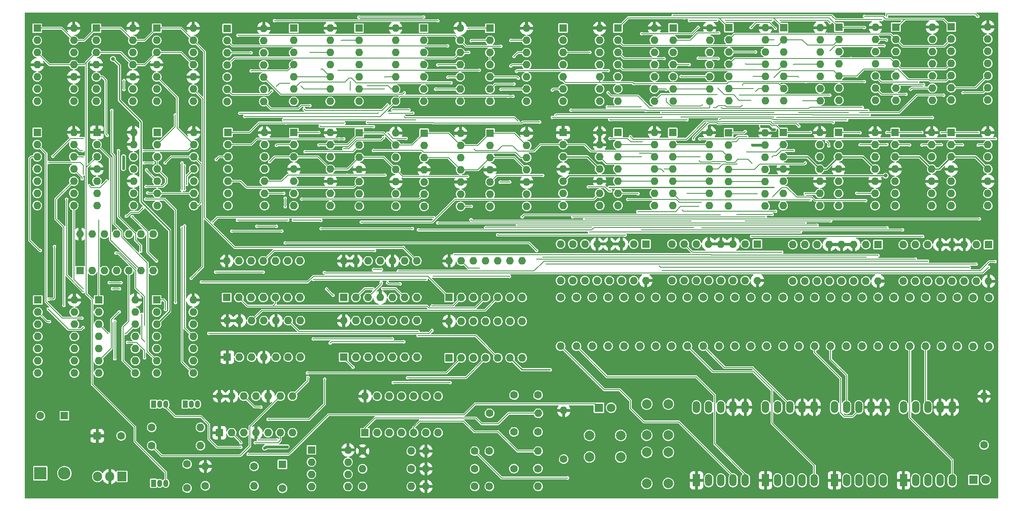
<source format=gbr>
%TF.GenerationSoftware,KiCad,Pcbnew,(6.0.1-0)*%
%TF.CreationDate,2023-01-05T00:44:50-08:00*%
%TF.ProjectId,DigitalClock,44696769-7461-46c4-936c-6f636b2e6b69,rev?*%
%TF.SameCoordinates,Original*%
%TF.FileFunction,Copper,L2,Bot*%
%TF.FilePolarity,Positive*%
%FSLAX46Y46*%
G04 Gerber Fmt 4.6, Leading zero omitted, Abs format (unit mm)*
G04 Created by KiCad (PCBNEW (6.0.1-0)) date 2023-01-05 00:44:50*
%MOMM*%
%LPD*%
G01*
G04 APERTURE LIST*
%TA.AperFunction,ComponentPad*%
%ADD10R,1.050000X1.500000*%
%TD*%
%TA.AperFunction,ComponentPad*%
%ADD11O,1.050000X1.500000*%
%TD*%
%TA.AperFunction,ComponentPad*%
%ADD12R,1.600000X1.600000*%
%TD*%
%TA.AperFunction,ComponentPad*%
%ADD13O,1.600000X1.600000*%
%TD*%
%TA.AperFunction,ComponentPad*%
%ADD14R,1.524000X2.524000*%
%TD*%
%TA.AperFunction,ComponentPad*%
%ADD15O,1.524000X2.524000*%
%TD*%
%TA.AperFunction,ComponentPad*%
%ADD16C,1.600000*%
%TD*%
%TA.AperFunction,ComponentPad*%
%ADD17R,1.905000X2.000000*%
%TD*%
%TA.AperFunction,ComponentPad*%
%ADD18O,1.905000X2.000000*%
%TD*%
%TA.AperFunction,ComponentPad*%
%ADD19C,2.000000*%
%TD*%
%TA.AperFunction,ComponentPad*%
%ADD20R,1.800000X1.800000*%
%TD*%
%TA.AperFunction,ComponentPad*%
%ADD21C,1.800000*%
%TD*%
%TA.AperFunction,ComponentPad*%
%ADD22R,2.600000X2.600000*%
%TD*%
%TA.AperFunction,ComponentPad*%
%ADD23C,2.600000*%
%TD*%
%TA.AperFunction,ViaPad*%
%ADD24C,0.609600*%
%TD*%
%TA.AperFunction,ViaPad*%
%ADD25C,0.304800*%
%TD*%
%TA.AperFunction,ViaPad*%
%ADD26C,0.800000*%
%TD*%
%TA.AperFunction,Conductor*%
%ADD27C,0.609600*%
%TD*%
%TA.AperFunction,Conductor*%
%ADD28C,0.152400*%
%TD*%
%TA.AperFunction,Conductor*%
%ADD29C,0.250000*%
%TD*%
G04 APERTURE END LIST*
D10*
%TO.P,Q2,1,E*%
%TO.N,GND*%
X63464600Y-121304100D03*
D11*
%TO.P,Q2,2,B*%
%TO.N,Net-(Q2-Pad2)*%
X64734600Y-121304100D03*
%TO.P,Q2,3,C*%
%TO.N,Net-(D1-Pad1)*%
X66004600Y-121304100D03*
%TD*%
D12*
%TO.P,U5,1*%
%TO.N,Net-(U4-Pad3)*%
X125054600Y-111642100D03*
D13*
%TO.P,U5,2*%
%TO.N,/sec_counter/CLK_1min*%
X127594600Y-111642100D03*
%TO.P,U5,3*%
%TO.N,/min_counter/CLK_1min*%
X130134600Y-111642100D03*
%TO.P,U5,4*%
%TO.N,Net-(U4-Pad6)*%
X132674600Y-111642100D03*
%TO.P,U5,5*%
%TO.N,/min_counter/CLK_1hour*%
X135214600Y-111642100D03*
%TO.P,U5,6*%
%TO.N,/hour_counter/CLK_1hour*%
X137754600Y-111642100D03*
%TO.P,U5,7,GND*%
%TO.N,GND*%
X140294600Y-111642100D03*
%TO.P,U5,8*%
%TO.N,unconnected-(U5-Pad8)*%
X140294600Y-104022100D03*
%TO.P,U5,9*%
%TO.N,GND*%
X137754600Y-104022100D03*
%TO.P,U5,10*%
X135214600Y-104022100D03*
%TO.P,U5,11*%
%TO.N,unconnected-(U5-Pad11)*%
X132674600Y-104022100D03*
%TO.P,U5,12*%
%TO.N,GND*%
X130134600Y-104022100D03*
%TO.P,U5,13*%
X127594600Y-104022100D03*
%TO.P,U5,14,VCC*%
%TO.N,+5V*%
X125054600Y-104022100D03*
%TD*%
D14*
%TO.P,U10,1,CA*%
%TO.N,+5V*%
X205374400Y-137179100D03*
D15*
%TO.P,U10,2,F*%
%TO.N,Net-(R35-Pad2)*%
X207914400Y-137179100D03*
%TO.P,U10,3,G*%
%TO.N,Net-(R36-Pad2)*%
X210454400Y-137179100D03*
%TO.P,U10,4,E*%
%TO.N,Net-(R34-Pad2)*%
X212994400Y-137179100D03*
%TO.P,U10,5,D*%
%TO.N,Net-(R33-Pad2)*%
X215534400Y-137179100D03*
%TO.P,U10,6,CA*%
%TO.N,+5V*%
X215534400Y-121939100D03*
%TO.P,U10,7,DP*%
X212994400Y-121939100D03*
%TO.P,U10,8,C*%
%TO.N,Net-(R32-Pad2)*%
X210454400Y-121939100D03*
%TO.P,U10,9,B*%
%TO.N,Net-(R31-Pad2)*%
X207914400Y-121939100D03*
%TO.P,U10,10,A*%
%TO.N,Net-(R30-Pad2)*%
X205374400Y-121939100D03*
%TD*%
D12*
%TO.P,U51,1*%
%TO.N,/A2*%
X218145200Y-42706500D03*
D13*
%TO.P,U51,2*%
%TO.N,/hour_counter/~{ones_Q1}*%
X218145200Y-45246500D03*
%TO.P,U51,3*%
%TO.N,Net-(U51-Pad3)*%
X218145200Y-47786500D03*
%TO.P,U51,4*%
%TO.N,/hour_counter/~{ones_Q2}*%
X218145200Y-50326500D03*
%TO.P,U51,5*%
%TO.N,/hour_counter/~{ones_Q3}*%
X218145200Y-52866500D03*
%TO.P,U51,6*%
%TO.N,Net-(U51-Pad10)*%
X218145200Y-55406500D03*
%TO.P,U51,7,GND*%
%TO.N,GND*%
X218145200Y-57946500D03*
%TO.P,U51,8*%
%TO.N,/hour_counter/=1?*%
X225765200Y-57946500D03*
%TO.P,U51,9*%
%TO.N,Net-(U51-Pad3)*%
X225765200Y-55406500D03*
%TO.P,U51,10*%
%TO.N,Net-(U51-Pad10)*%
X225765200Y-52866500D03*
%TO.P,U51,11*%
%TO.N,unconnected-(U51-Pad11)*%
X225765200Y-50326500D03*
%TO.P,U51,12*%
%TO.N,GND*%
X225765200Y-47786500D03*
%TO.P,U51,13*%
X225765200Y-45246500D03*
%TO.P,U51,14,VCC*%
%TO.N,+5V*%
X225765200Y-42706500D03*
%TD*%
D12*
%TO.P,U53,1*%
%TO.N,/A2*%
X229702200Y-42655700D03*
D13*
%TO.P,U53,2*%
%TO.N,/hour_counter/~{ones_Q1}*%
X229702200Y-45195700D03*
%TO.P,U53,3*%
%TO.N,Net-(U53-Pad3)*%
X229702200Y-47735700D03*
%TO.P,U53,4*%
%TO.N,/hour_counter/~{ones_Q2}*%
X229702200Y-50275700D03*
%TO.P,U53,5*%
%TO.N,/D2*%
X229702200Y-52815700D03*
%TO.P,U53,6*%
%TO.N,Net-(U53-Pad10)*%
X229702200Y-55355700D03*
%TO.P,U53,7,GND*%
%TO.N,GND*%
X229702200Y-57895700D03*
%TO.P,U53,8*%
%TO.N,/hour_counter/=9?*%
X237322200Y-57895700D03*
%TO.P,U53,9*%
%TO.N,Net-(U53-Pad3)*%
X237322200Y-55355700D03*
%TO.P,U53,10*%
%TO.N,Net-(U53-Pad10)*%
X237322200Y-52815700D03*
%TO.P,U53,11*%
%TO.N,unconnected-(U53-Pad11)*%
X237322200Y-50275700D03*
%TO.P,U53,12*%
%TO.N,GND*%
X237322200Y-47735700D03*
%TO.P,U53,13*%
X237322200Y-45195700D03*
%TO.P,U53,14,VCC*%
%TO.N,+5V*%
X237322200Y-42655700D03*
%TD*%
D12*
%TO.P,U33,1*%
%TO.N,/A0*%
X119735600Y-42940100D03*
D13*
%TO.P,U33,2*%
%TO.N,/B0*%
X119735600Y-45480100D03*
%TO.P,U33,3*%
%TO.N,/min_counter/ones_Q01*%
X119735600Y-48020100D03*
%TO.P,U33,4*%
X119735600Y-50560100D03*
%TO.P,U33,5*%
%TO.N,/C0*%
X119735600Y-53100100D03*
%TO.P,U33,6*%
%TO.N,/min_counter/ones_Q012*%
X119735600Y-55640100D03*
%TO.P,U33,7,GND*%
%TO.N,GND*%
X119735600Y-58180100D03*
%TO.P,U33,8*%
%TO.N,/min_counter/tens_Q01*%
X127355600Y-58180100D03*
%TO.P,U33,9*%
%TO.N,/A1*%
X127355600Y-55640100D03*
%TO.P,U33,10*%
%TO.N,/B1*%
X127355600Y-53100100D03*
%TO.P,U33,11*%
%TO.N,/min_counter/tens_Q012*%
X127355600Y-50560100D03*
%TO.P,U33,12*%
%TO.N,/min_counter/tens_Q01*%
X127355600Y-48020100D03*
%TO.P,U33,13*%
%TO.N,/C1*%
X127355600Y-45480100D03*
%TO.P,U33,14,VCC*%
%TO.N,+5V*%
X127355600Y-42940100D03*
%TD*%
D16*
%TO.P,R40,1*%
%TO.N,Net-(R40-Pad1)*%
X221071600Y-99063700D03*
D13*
%TO.P,R40,2*%
%TO.N,Net-(R40-Pad2)*%
X221071600Y-109223700D03*
%TD*%
D16*
%TO.P,R30,1*%
%TO.N,Net-(R30-Pad1)*%
X207863600Y-99063700D03*
D13*
%TO.P,R30,2*%
%TO.N,Net-(R30-Pad2)*%
X207863600Y-109223700D03*
%TD*%
D12*
%TO.P,U12,1,B*%
%TO.N,/B0*%
X237480000Y-88055500D03*
D13*
%TO.P,U12,2,C*%
%TO.N,/C0*%
X234940000Y-88055500D03*
%TO.P,U12,3,LT*%
%TO.N,+5V*%
X232400000Y-88055500D03*
%TO.P,U12,4,BI*%
X229860000Y-88055500D03*
%TO.P,U12,5,RBI*%
X227320000Y-88055500D03*
%TO.P,U12,6,D*%
%TO.N,/D0*%
X224780000Y-88055500D03*
%TO.P,U12,7,A*%
%TO.N,/A0*%
X222240000Y-88055500D03*
%TO.P,U12,8,GND*%
%TO.N,GND*%
X219700000Y-88055500D03*
%TO.P,U12,9,e*%
%TO.N,Net-(R41-Pad1)*%
X219700000Y-95675500D03*
%TO.P,U12,10,d*%
%TO.N,Net-(R40-Pad1)*%
X222240000Y-95675500D03*
%TO.P,U12,11,c*%
%TO.N,Net-(R39-Pad1)*%
X224780000Y-95675500D03*
%TO.P,U12,12,b*%
%TO.N,Net-(R38-Pad1)*%
X227320000Y-95675500D03*
%TO.P,U12,13,a*%
%TO.N,Net-(R37-Pad1)*%
X229860000Y-95675500D03*
%TO.P,U12,14,g*%
%TO.N,Net-(R43-Pad1)*%
X232400000Y-95675500D03*
%TO.P,U12,15,f*%
%TO.N,Net-(R42-Pad1)*%
X234940000Y-95675500D03*
%TO.P,U12,16,VCC*%
%TO.N,+5V*%
X237480000Y-95675500D03*
%TD*%
D12*
%TO.P,U21,1*%
%TO.N,/sec_counter/~{=59?}*%
X48143400Y-93481100D03*
D13*
%TO.P,U21,2*%
%TO.N,Net-(U19-Pad3)*%
X50683400Y-93481100D03*
%TO.P,U21,3*%
%TO.N,/sec_counter/D5*%
X53223400Y-93481100D03*
%TO.P,U21,4*%
%TO.N,Net-(U16-Pad11)*%
X55763400Y-93481100D03*
%TO.P,U21,5*%
%TO.N,Net-(U16-Pad8)*%
X58303400Y-93481100D03*
%TO.P,U21,6*%
%TO.N,/sec_counter/=59?*%
X60843400Y-93481100D03*
%TO.P,U21,7,GND*%
%TO.N,GND*%
X63383400Y-93481100D03*
%TO.P,U21,8*%
%TO.N,unconnected-(U21-Pad8)*%
X63383400Y-85861100D03*
%TO.P,U21,9*%
%TO.N,GND*%
X60843400Y-85861100D03*
%TO.P,U21,10*%
X58303400Y-85861100D03*
%TO.P,U21,11*%
%TO.N,unconnected-(U21-Pad11)*%
X55763400Y-85861100D03*
%TO.P,U21,12*%
%TO.N,GND*%
X53223400Y-85861100D03*
%TO.P,U21,13*%
X50683400Y-85861100D03*
%TO.P,U21,14,VCC*%
%TO.N,+5V*%
X48143400Y-85861100D03*
%TD*%
D17*
%TO.P,U11,1,GND*%
%TO.N,GND*%
X56886000Y-136366300D03*
D18*
%TO.P,U11,2,VO*%
%TO.N,+5V*%
X54346000Y-136366300D03*
%TO.P,U11,3,VI*%
%TO.N,+9V*%
X51806000Y-136366300D03*
%TD*%
D19*
%TO.P,SW3,1,1*%
%TO.N,GND*%
X166243600Y-131338300D03*
X166243600Y-137838300D03*
%TO.P,SW3,2,2*%
%TO.N,Net-(R3-Pad1)*%
X170743600Y-131338300D03*
X170743600Y-137838300D03*
%TD*%
D12*
%TO.P,U25,1*%
%TO.N,/sec_counter/Q0*%
X64236600Y-64657100D03*
D13*
%TO.P,U25,2*%
%TO.N,/sec_counter/Q1*%
X64236600Y-67197100D03*
%TO.P,U25,3*%
%TO.N,/sec_counter/Q01*%
X64236600Y-69737100D03*
%TO.P,U25,4*%
X64236600Y-72277100D03*
%TO.P,U25,5*%
%TO.N,/sec_counter/Q2*%
X64236600Y-74817100D03*
%TO.P,U25,6*%
%TO.N,/sec_counter/Q012*%
X64236600Y-77357100D03*
%TO.P,U25,7,GND*%
%TO.N,GND*%
X64236600Y-79897100D03*
%TO.P,U25,8*%
%TO.N,/sec_counter/Q0123*%
X71856600Y-79897100D03*
%TO.P,U25,9*%
%TO.N,/sec_counter/Q012*%
X71856600Y-77357100D03*
%TO.P,U25,10*%
%TO.N,/sec_counter/Q3*%
X71856600Y-74817100D03*
%TO.P,U25,11*%
%TO.N,/sec_counter/Q01234*%
X71856600Y-72277100D03*
%TO.P,U25,12*%
%TO.N,/sec_counter/Q0123*%
X71856600Y-69737100D03*
%TO.P,U25,13*%
%TO.N,/sec_counter/Q4*%
X71856600Y-67197100D03*
%TO.P,U25,14,VCC*%
%TO.N,+5V*%
X71856600Y-64657100D03*
%TD*%
D12*
%TO.P,U54,1*%
%TO.N,Net-(C3-Pad1)*%
X107528600Y-127263100D03*
D13*
%TO.P,U54,2*%
%TO.N,/RESET_BUTTON*%
X110068600Y-127263100D03*
%TO.P,U54,3*%
%TO.N,Net-(C4-Pad1)*%
X112608600Y-127263100D03*
%TO.P,U54,4*%
%TO.N,/+MIN*%
X115148600Y-127263100D03*
%TO.P,U54,5*%
%TO.N,Net-(C2-Pad1)*%
X117688600Y-127263100D03*
%TO.P,U54,6*%
%TO.N,/+HOUR*%
X120228600Y-127263100D03*
%TO.P,U54,7,GND*%
%TO.N,GND*%
X122768600Y-127263100D03*
%TO.P,U54,8*%
%TO.N,unconnected-(U54-Pad8)*%
X122768600Y-119643100D03*
%TO.P,U54,9*%
%TO.N,GND*%
X120228600Y-119643100D03*
%TO.P,U54,10*%
%TO.N,unconnected-(U54-Pad10)*%
X117688600Y-119643100D03*
%TO.P,U54,11*%
%TO.N,GND*%
X115148600Y-119643100D03*
%TO.P,U54,12*%
%TO.N,unconnected-(U54-Pad12)*%
X112608600Y-119643100D03*
%TO.P,U54,13*%
%TO.N,GND*%
X110068600Y-119643100D03*
%TO.P,U54,14,VCC*%
%TO.N,+5V*%
X107528600Y-119643100D03*
%TD*%
D12*
%TO.P,U18,1*%
%TO.N,/sec_counter/Q0*%
X39217600Y-64657100D03*
D13*
%TO.P,U18,2*%
%TO.N,/sec_counter/Q1*%
X39217600Y-67197100D03*
%TO.P,U18,3*%
%TO.N,Net-(U18-Pad3)*%
X39217600Y-69737100D03*
%TO.P,U18,4*%
%TO.N,/sec_counter/Q01*%
X39217600Y-72277100D03*
%TO.P,U18,5*%
%TO.N,/sec_counter/Q2*%
X39217600Y-74817100D03*
%TO.P,U18,6*%
%TO.N,Net-(U18-Pad6)*%
X39217600Y-77357100D03*
%TO.P,U18,7,GND*%
%TO.N,GND*%
X39217600Y-79897100D03*
%TO.P,U18,8*%
%TO.N,Net-(U18-Pad8)*%
X46837600Y-79897100D03*
%TO.P,U18,9*%
%TO.N,/sec_counter/Q012*%
X46837600Y-77357100D03*
%TO.P,U18,10*%
%TO.N,/sec_counter/Q3*%
X46837600Y-74817100D03*
%TO.P,U18,11*%
%TO.N,Net-(U18-Pad11)*%
X46837600Y-72277100D03*
%TO.P,U18,12*%
%TO.N,/sec_counter/Q0123*%
X46837600Y-69737100D03*
%TO.P,U18,13*%
%TO.N,/sec_counter/Q4*%
X46837600Y-67197100D03*
%TO.P,U18,14,VCC*%
%TO.N,+5V*%
X46837600Y-64657100D03*
%TD*%
D16*
%TO.P,R29,1*%
%TO.N,Net-(R29-Pad1)*%
X187909600Y-99063700D03*
D13*
%TO.P,R29,2*%
%TO.N,Net-(R29-Pad2)*%
X187909600Y-109223700D03*
%TD*%
D12*
%TO.P,U35,1,~{R}*%
%TO.N,/~{RESET_PULSE}*%
X133604000Y-64834900D03*
D13*
%TO.P,U35,2,D*%
%TO.N,/min_counter/tens_D2*%
X133604000Y-67374900D03*
%TO.P,U35,3,C*%
%TO.N,/min_counter/CLK_10min*%
X133604000Y-69914900D03*
%TO.P,U35,4,~{S}*%
%TO.N,+5V*%
X133604000Y-72454900D03*
%TO.P,U35,5,Q*%
%TO.N,/C1*%
X133604000Y-74994900D03*
%TO.P,U35,6,~{Q}*%
%TO.N,/min_counter/~{tens_Q2}*%
X133604000Y-77534900D03*
%TO.P,U35,7,GND*%
%TO.N,GND*%
X133604000Y-80074900D03*
%TO.P,U35,8,~{Q}*%
%TO.N,/min_counter/~{tens_Q3}*%
X141224000Y-80074900D03*
%TO.P,U35,9,Q*%
%TO.N,/D1*%
X141224000Y-77534900D03*
%TO.P,U35,10,~{S}*%
%TO.N,+5V*%
X141224000Y-74994900D03*
%TO.P,U35,11,C*%
%TO.N,/min_counter/CLK_10min*%
X141224000Y-72454900D03*
%TO.P,U35,12,D*%
%TO.N,/min_counter/tens_D3*%
X141224000Y-69914900D03*
%TO.P,U35,13,~{R}*%
%TO.N,/~{RESET_PULSE}*%
X141224000Y-67374900D03*
%TO.P,U35,14,VCC*%
%TO.N,+5V*%
X141224000Y-64834900D03*
%TD*%
D16*
%TO.P,R13,1*%
%TO.N,Net-(D1-Pad2)*%
X148935600Y-132759500D03*
D13*
%TO.P,R13,2*%
%TO.N,+5V*%
X148935600Y-122599500D03*
%TD*%
D19*
%TO.P,SW1,1,1*%
%TO.N,GND*%
X166243600Y-127779900D03*
X166243600Y-121279900D03*
%TO.P,SW1,2,2*%
%TO.N,Net-(R1-Pad1)*%
X170743600Y-121279900D03*
X170743600Y-127779900D03*
%TD*%
D12*
%TO.P,U41,1,~{R}*%
%TO.N,+5V*%
X148818600Y-64682500D03*
D13*
%TO.P,U41,2,D*%
%TO.N,/hour_counter/=9 or =11?*%
X148818600Y-67222500D03*
%TO.P,U41,3,C*%
%TO.N,/hour_counter/CLK_1hour*%
X148818600Y-69762500D03*
%TO.P,U41,4,~{S}*%
%TO.N,+5V*%
X148818600Y-72302500D03*
%TO.P,U41,5,Q*%
%TO.N,/hour_counter/CLK_10hour*%
X148818600Y-74842500D03*
%TO.P,U41,6,~{Q}*%
%TO.N,unconnected-(U41-Pad6)*%
X148818600Y-77382500D03*
%TO.P,U41,7,GND*%
%TO.N,GND*%
X148818600Y-79922500D03*
%TO.P,U41,8,~{Q}*%
%TO.N,unconnected-(U41-Pad8)*%
X156438600Y-79922500D03*
%TO.P,U41,9,Q*%
%TO.N,/hour_counter/CLK_12hour*%
X156438600Y-77382500D03*
%TO.P,U41,10,~{S}*%
%TO.N,+5V*%
X156438600Y-74842500D03*
%TO.P,U41,11,C*%
%TO.N,/hour_counter/CLK_1hour*%
X156438600Y-72302500D03*
%TO.P,U41,12,D*%
%TO.N,/hour_counter/=11?*%
X156438600Y-69762500D03*
%TO.P,U41,13,~{R}*%
%TO.N,+5V*%
X156438600Y-67222500D03*
%TO.P,U41,14,VCC*%
X156438600Y-64682500D03*
%TD*%
D12*
%TO.P,U26,1,~{R}*%
%TO.N,/~{RESET_PULSE}*%
X92710000Y-64707900D03*
D13*
%TO.P,U26,2,D*%
%TO.N,/min_counter/ones_D0*%
X92710000Y-67247900D03*
%TO.P,U26,3,C*%
%TO.N,/min_counter/CLK_1min*%
X92710000Y-69787900D03*
%TO.P,U26,4,~{S}*%
%TO.N,+5V*%
X92710000Y-72327900D03*
%TO.P,U26,5,Q*%
%TO.N,/A0*%
X92710000Y-74867900D03*
%TO.P,U26,6,~{Q}*%
%TO.N,/min_counter/~{ones_Q0}*%
X92710000Y-77407900D03*
%TO.P,U26,7,GND*%
%TO.N,GND*%
X92710000Y-79947900D03*
%TO.P,U26,8,~{Q}*%
%TO.N,/min_counter/~{ones_Q1}*%
X100330000Y-79947900D03*
%TO.P,U26,9,Q*%
%TO.N,/B0*%
X100330000Y-77407900D03*
%TO.P,U26,10,~{S}*%
%TO.N,+5V*%
X100330000Y-74867900D03*
%TO.P,U26,11,C*%
%TO.N,/min_counter/CLK_1min*%
X100330000Y-72327900D03*
%TO.P,U26,12,D*%
%TO.N,/min_counter/ones_D1*%
X100330000Y-69787900D03*
%TO.P,U26,13,~{R}*%
%TO.N,/~{RESET_PULSE}*%
X100330000Y-67247900D03*
%TO.P,U26,14,VCC*%
%TO.N,+5V*%
X100330000Y-64707900D03*
%TD*%
D12*
%TO.P,U38,1,~{R}*%
%TO.N,/~{RESET_PULSE}*%
X194665600Y-64687500D03*
D13*
%TO.P,U38,2,D*%
%TO.N,/hour_counter/ones_D0*%
X194665600Y-67227500D03*
%TO.P,U38,3,C*%
%TO.N,/hour_counter/CLK_1hour*%
X194665600Y-69767500D03*
%TO.P,U38,4,~{S}*%
%TO.N,+5V*%
X194665600Y-72307500D03*
%TO.P,U38,5,Q*%
%TO.N,/A2*%
X194665600Y-74847500D03*
%TO.P,U38,6,~{Q}*%
%TO.N,/hour_counter/~{ones_Q0}*%
X194665600Y-77387500D03*
%TO.P,U38,7,GND*%
%TO.N,GND*%
X194665600Y-79927500D03*
%TO.P,U38,8,~{Q}*%
%TO.N,/hour_counter/~{ones_Q1}*%
X202285600Y-79927500D03*
%TO.P,U38,9,Q*%
%TO.N,/hour_counter/ones_Q1*%
X202285600Y-77387500D03*
%TO.P,U38,10,~{S}*%
%TO.N,+5V*%
X202285600Y-74847500D03*
%TO.P,U38,11,C*%
%TO.N,/hour_counter/CLK_1hour*%
X202285600Y-72307500D03*
%TO.P,U38,12,D*%
%TO.N,/hour_counter/ones_D1*%
X202285600Y-69767500D03*
%TO.P,U38,13,~{R}*%
%TO.N,/~{RESET_PULSE}*%
X202285600Y-67227500D03*
%TO.P,U38,14,VCC*%
%TO.N,+5V*%
X202285600Y-64687500D03*
%TD*%
D16*
%TO.P,R25,1*%
%TO.N,Net-(R25-Pad1)*%
X178003600Y-99063700D03*
D13*
%TO.P,R25,2*%
%TO.N,Net-(R25-Pad2)*%
X178003600Y-109223700D03*
%TD*%
D14*
%TO.P,U14,1,CA*%
%TO.N,+5V*%
X219750800Y-137179100D03*
D15*
%TO.P,U14,2,F*%
%TO.N,Net-(R42-Pad2)*%
X222290800Y-137179100D03*
%TO.P,U14,3,G*%
%TO.N,Net-(R43-Pad2)*%
X224830800Y-137179100D03*
%TO.P,U14,4,E*%
%TO.N,Net-(R41-Pad2)*%
X227370800Y-137179100D03*
%TO.P,U14,5,D*%
%TO.N,Net-(R40-Pad2)*%
X229910800Y-137179100D03*
%TO.P,U14,6,CA*%
%TO.N,+5V*%
X229910800Y-121939100D03*
%TO.P,U14,7,DP*%
X227370800Y-121939100D03*
%TO.P,U14,8,C*%
%TO.N,Net-(R39-Pad2)*%
X224830800Y-121939100D03*
%TO.P,U14,9,B*%
%TO.N,Net-(R38-Pad2)*%
X222290800Y-121939100D03*
%TO.P,U14,10,A*%
%TO.N,Net-(R37-Pad2)*%
X219750800Y-121939100D03*
%TD*%
D16*
%TO.P,R42,1*%
%TO.N,Net-(R42-Pad1)*%
X237581600Y-99089100D03*
D13*
%TO.P,R42,2*%
%TO.N,Net-(R42-Pad2)*%
X237581600Y-109249100D03*
%TD*%
D12*
%TO.P,U8,1,B*%
%TO.N,/B1*%
X214452600Y-88040100D03*
D13*
%TO.P,U8,2,C*%
%TO.N,/C1*%
X211912600Y-88040100D03*
%TO.P,U8,3,LT*%
%TO.N,+5V*%
X209372600Y-88040100D03*
%TO.P,U8,4,BI*%
X206832600Y-88040100D03*
%TO.P,U8,5,RBI*%
X204292600Y-88040100D03*
%TO.P,U8,6,D*%
%TO.N,/D1*%
X201752600Y-88040100D03*
%TO.P,U8,7,A*%
%TO.N,/A1*%
X199212600Y-88040100D03*
%TO.P,U8,8,GND*%
%TO.N,GND*%
X196672600Y-88040100D03*
%TO.P,U8,9,e*%
%TO.N,Net-(R34-Pad1)*%
X196672600Y-95660100D03*
%TO.P,U8,10,d*%
%TO.N,Net-(R33-Pad1)*%
X199212600Y-95660100D03*
%TO.P,U8,11,c*%
%TO.N,Net-(R32-Pad1)*%
X201752600Y-95660100D03*
%TO.P,U8,12,b*%
%TO.N,Net-(R31-Pad1)*%
X204292600Y-95660100D03*
%TO.P,U8,13,a*%
%TO.N,Net-(R30-Pad1)*%
X206832600Y-95660100D03*
%TO.P,U8,14,g*%
%TO.N,Net-(R36-Pad1)*%
X209372600Y-95660100D03*
%TO.P,U8,15,f*%
%TO.N,Net-(R35-Pad1)*%
X211912600Y-95660100D03*
%TO.P,U8,16,VCC*%
%TO.N,+5V*%
X214452600Y-95660100D03*
%TD*%
D12*
%TO.P,U31,1,~{R}*%
%TO.N,+5V*%
X78831600Y-111515100D03*
D13*
%TO.P,U31,2,D*%
%TO.N,/min_counter/=9?*%
X81371600Y-111515100D03*
%TO.P,U31,3,C*%
%TO.N,/min_counter/CLK_1min*%
X83911600Y-111515100D03*
%TO.P,U31,4,~{S}*%
%TO.N,+5V*%
X86451600Y-111515100D03*
%TO.P,U31,5,Q*%
%TO.N,/min_counter/CLK_10min*%
X88991600Y-111515100D03*
%TO.P,U31,6,~{Q}*%
%TO.N,unconnected-(U31-Pad6)*%
X91531600Y-111515100D03*
%TO.P,U31,7,GND*%
%TO.N,GND*%
X94071600Y-111515100D03*
%TO.P,U31,8,~{Q}*%
%TO.N,unconnected-(U31-Pad8)*%
X94071600Y-103895100D03*
%TO.P,U31,9,Q*%
%TO.N,/min_counter/CLK_1hour*%
X91531600Y-103895100D03*
%TO.P,U31,10,~{S}*%
%TO.N,+5V*%
X88991600Y-103895100D03*
%TO.P,U31,11,C*%
%TO.N,/min_counter/CLK_1min*%
X86451600Y-103895100D03*
%TO.P,U31,12,D*%
%TO.N,/min_counter/=59?*%
X83911600Y-103895100D03*
%TO.P,U31,13,~{R}*%
%TO.N,+5V*%
X81371600Y-103895100D03*
%TO.P,U31,14,VCC*%
X78831600Y-103895100D03*
%TD*%
D16*
%TO.P,R3,1*%
%TO.N,Net-(R3-Pad1)*%
X130393600Y-138449100D03*
D13*
%TO.P,R3,2*%
%TO.N,+5V*%
X120233600Y-138449100D03*
%TD*%
D12*
%TO.P,U50,1*%
%TO.N,Net-(U49-Pad8)*%
X171739400Y-42884300D03*
D13*
%TO.P,U50,2*%
%TO.N,Net-(U49-Pad11)*%
X171739400Y-45424300D03*
%TO.P,U50,3*%
%TO.N,Net-(U50-Pad10)*%
X171739400Y-47964300D03*
%TO.P,U50,4*%
%TO.N,Net-(U49-Pad3)*%
X171739400Y-50504300D03*
%TO.P,U50,5*%
%TO.N,Net-(U49-Pad6)*%
X171739400Y-53044300D03*
%TO.P,U50,6*%
%TO.N,Net-(U50-Pad6)*%
X171739400Y-55584300D03*
%TO.P,U50,7,GND*%
%TO.N,GND*%
X171739400Y-58124300D03*
%TO.P,U50,8*%
%TO.N,Net-(U15-Pad9)*%
X179359400Y-58124300D03*
%TO.P,U50,9*%
%TO.N,Net-(U50-Pad6)*%
X179359400Y-55584300D03*
%TO.P,U50,10*%
%TO.N,Net-(U50-Pad10)*%
X179359400Y-53044300D03*
%TO.P,U50,11*%
%TO.N,unconnected-(U50-Pad11)*%
X179359400Y-50504300D03*
%TO.P,U50,12*%
%TO.N,GND*%
X179359400Y-47964300D03*
%TO.P,U50,13*%
X179359400Y-45424300D03*
%TO.P,U50,14,VCC*%
%TO.N,+5V*%
X179359400Y-42884300D03*
%TD*%
D10*
%TO.P,Q1,1,E*%
%TO.N,GND*%
X63464600Y-137793100D03*
D11*
%TO.P,Q1,2,B*%
%TO.N,Net-(Q1-Pad2)*%
X64734600Y-137793100D03*
%TO.P,Q1,3,C*%
%TO.N,/CLK_1sec*%
X66004600Y-137793100D03*
%TD*%
D12*
%TO.P,U17,1,~{R}*%
%TO.N,/~{RESET_PULSE}*%
X39217600Y-42940100D03*
D13*
%TO.P,U17,2,D*%
%TO.N,/sec_counter/D0*%
X39217600Y-45480100D03*
%TO.P,U17,3,C*%
%TO.N,/CLK_1sec*%
X39217600Y-48020100D03*
%TO.P,U17,4,~{S}*%
%TO.N,+5V*%
X39217600Y-50560100D03*
%TO.P,U17,5,Q*%
%TO.N,/sec_counter/Q0*%
X39217600Y-53100100D03*
%TO.P,U17,6,~{Q}*%
%TO.N,/sec_counter/D0*%
X39217600Y-55640100D03*
%TO.P,U17,7,GND*%
%TO.N,GND*%
X39217600Y-58180100D03*
%TO.P,U17,8,~{Q}*%
%TO.N,/sec_counter/~{Q1}*%
X46837600Y-58180100D03*
%TO.P,U17,9,Q*%
%TO.N,/sec_counter/Q1*%
X46837600Y-55640100D03*
%TO.P,U17,10,~{S}*%
%TO.N,+5V*%
X46837600Y-53100100D03*
%TO.P,U17,11,C*%
%TO.N,/CLK_1sec*%
X46837600Y-50560100D03*
%TO.P,U17,12,D*%
%TO.N,/sec_counter/D1*%
X46837600Y-48020100D03*
%TO.P,U17,13,~{R}*%
%TO.N,/~{RESET_PULSE}*%
X46837600Y-45480100D03*
%TO.P,U17,14,VCC*%
%TO.N,+5V*%
X46837600Y-42940100D03*
%TD*%
D12*
%TO.P,U6,1,B*%
%TO.N,/B2*%
X189306600Y-87913100D03*
D13*
%TO.P,U6,2,C*%
%TO.N,/C2*%
X186766600Y-87913100D03*
%TO.P,U6,3,LT*%
%TO.N,+5V*%
X184226600Y-87913100D03*
%TO.P,U6,4,BI*%
X181686600Y-87913100D03*
%TO.P,U6,5,RBI*%
X179146600Y-87913100D03*
%TO.P,U6,6,D*%
%TO.N,/D2*%
X176606600Y-87913100D03*
%TO.P,U6,7,A*%
%TO.N,/A2*%
X174066600Y-87913100D03*
%TO.P,U6,8,GND*%
%TO.N,GND*%
X171526600Y-87913100D03*
%TO.P,U6,9,e*%
%TO.N,Net-(R27-Pad1)*%
X171526600Y-95533100D03*
%TO.P,U6,10,d*%
%TO.N,Net-(R26-Pad1)*%
X174066600Y-95533100D03*
%TO.P,U6,11,c*%
%TO.N,Net-(R25-Pad1)*%
X176606600Y-95533100D03*
%TO.P,U6,12,b*%
%TO.N,Net-(R24-Pad1)*%
X179146600Y-95533100D03*
%TO.P,U6,13,a*%
%TO.N,Net-(R23-Pad1)*%
X181686600Y-95533100D03*
%TO.P,U6,14,g*%
%TO.N,Net-(R29-Pad1)*%
X184226600Y-95533100D03*
%TO.P,U6,15,f*%
%TO.N,Net-(R28-Pad1)*%
X186766600Y-95533100D03*
%TO.P,U6,16,VCC*%
%TO.N,+5V*%
X189306600Y-95533100D03*
%TD*%
D16*
%TO.P,R20,1*%
%TO.N,Net-(R20-Pad1)*%
X148285600Y-99063700D03*
D13*
%TO.P,R20,2*%
%TO.N,Net-(R20-Pad2)*%
X148285600Y-109223700D03*
%TD*%
D12*
%TO.P,U47,1*%
%TO.N,/hour_counter/~{tens_Q0}*%
X160248600Y-64657100D03*
D13*
%TO.P,U47,2*%
%TO.N,/hour_counter/~{=11?}*%
X160248600Y-67197100D03*
%TO.P,U47,3*%
%TO.N,/hour_counter/tens_D0*%
X160248600Y-69737100D03*
%TO.P,U47,4*%
%TO.N,Net-(U44-Pad3)*%
X160248600Y-72277100D03*
%TO.P,U47,5*%
%TO.N,/hour_counter/~{=11?}*%
X160248600Y-74817100D03*
%TO.P,U47,6*%
%TO.N,/hour_counter/tens_D1*%
X160248600Y-77357100D03*
%TO.P,U47,7,GND*%
%TO.N,GND*%
X160248600Y-79897100D03*
%TO.P,U47,8*%
%TO.N,/hour_counter/tens_D2*%
X167868600Y-79897100D03*
%TO.P,U47,9*%
%TO.N,Net-(U44-Pad6)*%
X167868600Y-77357100D03*
%TO.P,U47,10*%
%TO.N,/hour_counter/~{=11?}*%
X167868600Y-74817100D03*
%TO.P,U47,11*%
%TO.N,/hour_counter/tens_D3*%
X167868600Y-72277100D03*
%TO.P,U47,12*%
%TO.N,Net-(U44-Pad8)*%
X167868600Y-69737100D03*
%TO.P,U47,13*%
%TO.N,/hour_counter/~{=11?}*%
X167868600Y-67197100D03*
%TO.P,U47,14,VCC*%
%TO.N,+5V*%
X167868600Y-64657100D03*
%TD*%
D20*
%TO.P,D2,1,K*%
%TO.N,Net-(D2-Pad1)*%
X234350800Y-137077500D03*
D21*
%TO.P,D2,2,A*%
%TO.N,Net-(D2-Pad2)*%
X236890800Y-137077500D03*
%TD*%
D16*
%TO.P,R14,1*%
%TO.N,/AM{slash}PM*%
X63083600Y-126130100D03*
D13*
%TO.P,R14,2*%
%TO.N,Net-(Q3-Pad2)*%
X73243600Y-126130100D03*
%TD*%
D19*
%TO.P,SW2,1,1*%
%TO.N,GND*%
X160821600Y-127817100D03*
X154321600Y-127817100D03*
%TO.P,SW2,2,2*%
%TO.N,Net-(R2-Pad1)*%
X160821600Y-132317100D03*
X154321600Y-132317100D03*
%TD*%
D12*
%TO.P,U4,1*%
%TO.N,/+MIN*%
X103083600Y-111515100D03*
D13*
%TO.P,U4,2*%
%TO.N,/RESET_STATE*%
X105623600Y-111515100D03*
%TO.P,U4,3*%
%TO.N,Net-(U4-Pad3)*%
X108163600Y-111515100D03*
%TO.P,U4,4*%
%TO.N,/+HOUR*%
X110703600Y-111515100D03*
%TO.P,U4,5*%
%TO.N,/RESET_STATE*%
X113243600Y-111515100D03*
%TO.P,U4,6*%
%TO.N,Net-(U4-Pad6)*%
X115783600Y-111515100D03*
%TO.P,U4,7,GND*%
%TO.N,GND*%
X118323600Y-111515100D03*
%TO.P,U4,8*%
%TO.N,Net-(U13-Pad12)*%
X118323600Y-103895100D03*
%TO.P,U4,9*%
%TO.N,Net-(U4-Pad9)*%
X115783600Y-103895100D03*
%TO.P,U4,10*%
%TO.N,/~{RESET_STATE}*%
X113243600Y-103895100D03*
%TO.P,U4,11*%
%TO.N,unconnected-(U4-Pad11)*%
X110703600Y-103895100D03*
%TO.P,U4,12*%
%TO.N,GND*%
X108163600Y-103895100D03*
%TO.P,U4,13*%
X105623600Y-103895100D03*
%TO.P,U4,14,VCC*%
%TO.N,+5V*%
X103083600Y-103895100D03*
%TD*%
D16*
%TO.P,R41,1*%
%TO.N,Net-(R41-Pad1)*%
X217769600Y-99063700D03*
D13*
%TO.P,R41,2*%
%TO.N,Net-(R41-Pad2)*%
X217769600Y-109223700D03*
%TD*%
D16*
%TO.P,R12,1*%
%TO.N,/CLK_1sec*%
X84419600Y-134258100D03*
D13*
%TO.P,R12,2*%
%TO.N,+5V*%
X74259600Y-134258100D03*
%TD*%
D12*
%TO.P,U29,1*%
%TO.N,/A1*%
X133578600Y-42940100D03*
D13*
%TO.P,U29,2*%
%TO.N,/min_counter/~{tens_Q1}*%
X133578600Y-45480100D03*
%TO.P,U29,3*%
%TO.N,Net-(U29-Pad3)*%
X133578600Y-48020100D03*
%TO.P,U29,4*%
X133578600Y-50560100D03*
%TO.P,U29,5*%
%TO.N,Net-(U29-Pad5)*%
X133578600Y-53100100D03*
%TO.P,U29,6*%
%TO.N,Net-(U29-Pad12)*%
X133578600Y-55640100D03*
%TO.P,U29,7,GND*%
%TO.N,GND*%
X133578600Y-58180100D03*
%TO.P,U29,8*%
%TO.N,Net-(U29-Pad5)*%
X141198600Y-58180100D03*
%TO.P,U29,9*%
%TO.N,/C1*%
X141198600Y-55640100D03*
%TO.P,U29,10*%
%TO.N,/min_counter/~{tens_Q3}*%
X141198600Y-53100100D03*
%TO.P,U29,11*%
%TO.N,/min_counter/=59?*%
X141198600Y-50560100D03*
%TO.P,U29,12*%
%TO.N,Net-(U29-Pad12)*%
X141198600Y-48020100D03*
%TO.P,U29,13*%
%TO.N,/min_counter/=9?*%
X141198600Y-45480100D03*
%TO.P,U29,14,VCC*%
%TO.N,+5V*%
X141198600Y-42940100D03*
%TD*%
D16*
%TO.P,R19,1*%
%TO.N,Net-(R19-Pad1)*%
X151587600Y-99063700D03*
D13*
%TO.P,R19,2*%
%TO.N,Net-(R19-Pad2)*%
X151587600Y-109223700D03*
%TD*%
D16*
%TO.P,R1,1*%
%TO.N,Net-(R1-Pad1)*%
X130393600Y-134766100D03*
D13*
%TO.P,R1,2*%
%TO.N,+5V*%
X120233600Y-134766100D03*
%TD*%
D16*
%TO.P,R37,1*%
%TO.N,Net-(R37-Pad1)*%
X230977600Y-99063700D03*
D13*
%TO.P,R37,2*%
%TO.N,Net-(R37-Pad2)*%
X230977600Y-109223700D03*
%TD*%
D16*
%TO.P,C4,1*%
%TO.N,Net-(C4-Pad1)*%
X143561600Y-134740700D03*
%TO.P,C4,2*%
%TO.N,GND*%
X138561600Y-134740700D03*
%TD*%
D12*
%TO.P,C6,1*%
%TO.N,+9V*%
X44882600Y-123717100D03*
D16*
%TO.P,C6,2*%
%TO.N,GND*%
X39882600Y-123717100D03*
%TD*%
D12*
%TO.P,U46,1,~{R}*%
%TO.N,/~{RESET_PULSE}*%
X229707600Y-64687500D03*
D13*
%TO.P,U46,2,D*%
%TO.N,/hour_counter/tens_D2*%
X229707600Y-67227500D03*
%TO.P,U46,3,C*%
%TO.N,/hour_counter/CLK_10hour*%
X229707600Y-69767500D03*
%TO.P,U46,4,~{S}*%
%TO.N,+5V*%
X229707600Y-72307500D03*
%TO.P,U46,5,Q*%
%TO.N,/C3*%
X229707600Y-74847500D03*
%TO.P,U46,6,~{Q}*%
%TO.N,/hour_counter/~{tens_Q2}*%
X229707600Y-77387500D03*
%TO.P,U46,7,GND*%
%TO.N,GND*%
X229707600Y-79927500D03*
%TO.P,U46,8,~{Q}*%
%TO.N,/hour_counter/~{tens_Q3}*%
X237327600Y-79927500D03*
%TO.P,U46,9,Q*%
%TO.N,/D3*%
X237327600Y-77387500D03*
%TO.P,U46,10,~{S}*%
%TO.N,+5V*%
X237327600Y-74847500D03*
%TO.P,U46,11,C*%
%TO.N,/hour_counter/CLK_10hour*%
X237327600Y-72307500D03*
%TO.P,U46,12,D*%
%TO.N,/hour_counter/tens_D3*%
X237327600Y-69767500D03*
%TO.P,U46,13,~{R}*%
%TO.N,/~{RESET_PULSE}*%
X237327600Y-67227500D03*
%TO.P,U46,14,VCC*%
%TO.N,+5V*%
X237327600Y-64687500D03*
%TD*%
D12*
%TO.P,U39,1*%
%TO.N,/A2*%
X160223200Y-42914700D03*
D13*
%TO.P,U39,2*%
%TO.N,/hour_counter/ones_Q1*%
X160223200Y-45454700D03*
%TO.P,U39,3*%
%TO.N,Net-(U39-Pad3)*%
X160223200Y-47994700D03*
%TO.P,U39,4*%
%TO.N,/hour_counter/ones_Q01*%
X160223200Y-50534700D03*
%TO.P,U39,5*%
%TO.N,/C2*%
X160223200Y-53074700D03*
%TO.P,U39,6*%
%TO.N,Net-(U39-Pad6)*%
X160223200Y-55614700D03*
%TO.P,U39,7,GND*%
%TO.N,GND*%
X160223200Y-58154700D03*
%TO.P,U39,8*%
%TO.N,Net-(U39-Pad8)*%
X167843200Y-58154700D03*
%TO.P,U39,9*%
%TO.N,/hour_counter/ones_Q012*%
X167843200Y-55614700D03*
%TO.P,U39,10*%
%TO.N,/D2*%
X167843200Y-53074700D03*
%TO.P,U39,11*%
%TO.N,unconnected-(U39-Pad11)*%
X167843200Y-50534700D03*
%TO.P,U39,12*%
%TO.N,GND*%
X167843200Y-47994700D03*
%TO.P,U39,13*%
X167843200Y-45454700D03*
%TO.P,U39,14,VCC*%
%TO.N,+5V*%
X167843200Y-42914700D03*
%TD*%
D16*
%TO.P,R21,1*%
%TO.N,Net-(R21-Pad1)*%
X168097600Y-99063700D03*
D13*
%TO.P,R21,2*%
%TO.N,Net-(R21-Pad2)*%
X168097600Y-109223700D03*
%TD*%
D16*
%TO.P,R4,1*%
%TO.N,Net-(R1-Pad1)*%
X133441600Y-131083100D03*
D13*
%TO.P,R4,2*%
%TO.N,Net-(C2-Pad1)*%
X143601600Y-131083100D03*
%TD*%
D14*
%TO.P,U3,1,CA*%
%TO.N,+5V*%
X176621600Y-137179100D03*
D15*
%TO.P,U3,2,F*%
%TO.N,Net-(R21-Pad2)*%
X179161600Y-137179100D03*
%TO.P,U3,3,G*%
%TO.N,Net-(R22-Pad2)*%
X181701600Y-137179100D03*
%TO.P,U3,4,E*%
%TO.N,Net-(R20-Pad2)*%
X184241600Y-137179100D03*
%TO.P,U3,5,D*%
%TO.N,Net-(R19-Pad2)*%
X186781600Y-137179100D03*
%TO.P,U3,6,CA*%
%TO.N,+5V*%
X186781600Y-121939100D03*
%TO.P,U3,7,DP*%
X184241600Y-121939100D03*
%TO.P,U3,8,C*%
%TO.N,Net-(R18-Pad2)*%
X181701600Y-121939100D03*
%TO.P,U3,9,B*%
%TO.N,Net-(R17-Pad2)*%
X179161600Y-121939100D03*
%TO.P,U3,10,A*%
%TO.N,Net-(R16-Pad2)*%
X176621600Y-121939100D03*
%TD*%
D12*
%TO.P,U24,1,~{R}*%
%TO.N,/~{RESET_PULSE}*%
X64119600Y-42940100D03*
D13*
%TO.P,U24,2,D*%
%TO.N,/sec_counter/D4*%
X64119600Y-45480100D03*
%TO.P,U24,3,C*%
%TO.N,/CLK_1sec*%
X64119600Y-48020100D03*
%TO.P,U24,4,~{S}*%
%TO.N,+5V*%
X64119600Y-50560100D03*
%TO.P,U24,5,Q*%
%TO.N,/sec_counter/Q4*%
X64119600Y-53100100D03*
%TO.P,U24,6,~{Q}*%
%TO.N,/sec_counter/~{Q4}*%
X64119600Y-55640100D03*
%TO.P,U24,7,GND*%
%TO.N,GND*%
X64119600Y-58180100D03*
%TO.P,U24,8,~{Q}*%
%TO.N,/sec_counter/~{Q5}*%
X71739600Y-58180100D03*
%TO.P,U24,9,Q*%
%TO.N,/sec_counter/Q5*%
X71739600Y-55640100D03*
%TO.P,U24,10,~{S}*%
%TO.N,+5V*%
X71739600Y-53100100D03*
%TO.P,U24,11,C*%
%TO.N,/CLK_1sec*%
X71739600Y-50560100D03*
%TO.P,U24,12,D*%
%TO.N,/sec_counter/D5*%
X71739600Y-48020100D03*
%TO.P,U24,13,~{R}*%
%TO.N,/~{RESET_PULSE}*%
X71739600Y-45480100D03*
%TO.P,U24,14,VCC*%
%TO.N,+5V*%
X71739600Y-42940100D03*
%TD*%
D16*
%TO.P,R7,1*%
%TO.N,+5V*%
X107025600Y-131083100D03*
D13*
%TO.P,R7,2*%
%TO.N,Net-(R7-Pad2)*%
X117185600Y-131083100D03*
%TD*%
D12*
%TO.P,U27,1,~{R}*%
%TO.N,/~{RESET_PULSE}*%
X119837200Y-64834900D03*
D13*
%TO.P,U27,2,D*%
%TO.N,/min_counter/tens_D0*%
X119837200Y-67374900D03*
%TO.P,U27,3,C*%
%TO.N,/min_counter/CLK_10min*%
X119837200Y-69914900D03*
%TO.P,U27,4,~{S}*%
%TO.N,+5V*%
X119837200Y-72454900D03*
%TO.P,U27,5,Q*%
%TO.N,/A1*%
X119837200Y-74994900D03*
%TO.P,U27,6,~{Q}*%
%TO.N,/min_counter/~{tens_Q0}*%
X119837200Y-77534900D03*
%TO.P,U27,7,GND*%
%TO.N,GND*%
X119837200Y-80074900D03*
%TO.P,U27,8,~{Q}*%
%TO.N,/min_counter/~{tens_Q1}*%
X127457200Y-80074900D03*
%TO.P,U27,9,Q*%
%TO.N,/B1*%
X127457200Y-77534900D03*
%TO.P,U27,10,~{S}*%
%TO.N,+5V*%
X127457200Y-74994900D03*
%TO.P,U27,11,C*%
%TO.N,/min_counter/CLK_10min*%
X127457200Y-72454900D03*
%TO.P,U27,12,D*%
%TO.N,/min_counter/tens_D1*%
X127457200Y-69914900D03*
%TO.P,U27,13,~{R}*%
%TO.N,/~{RESET_PULSE}*%
X127457200Y-67374900D03*
%TO.P,U27,14,VCC*%
%TO.N,+5V*%
X127457200Y-64834900D03*
%TD*%
D16*
%TO.P,R26,1*%
%TO.N,Net-(R26-Pad1)*%
X174701600Y-99063700D03*
D13*
%TO.P,R26,2*%
%TO.N,Net-(R26-Pad2)*%
X174701600Y-109223700D03*
%TD*%
D12*
%TO.P,U43,1*%
%TO.N,/hour_counter/~{ones_Q0}*%
X171668600Y-64687500D03*
D13*
%TO.P,U43,2*%
%TO.N,/hour_counter/~{=9 or =11?}*%
X171668600Y-67227500D03*
%TO.P,U43,3*%
%TO.N,/hour_counter/ones_D0*%
X171668600Y-69767500D03*
%TO.P,U43,4*%
%TO.N,Net-(U39-Pad3)*%
X171668600Y-72307500D03*
%TO.P,U43,5*%
%TO.N,/hour_counter/~{=9 or =11?}*%
X171668600Y-74847500D03*
%TO.P,U43,6*%
%TO.N,/hour_counter/ones_D1*%
X171668600Y-77387500D03*
%TO.P,U43,7,GND*%
%TO.N,GND*%
X171668600Y-79927500D03*
%TO.P,U43,8*%
%TO.N,/hour_counter/ones_D2*%
X179288600Y-79927500D03*
%TO.P,U43,9*%
%TO.N,Net-(U39-Pad6)*%
X179288600Y-77387500D03*
%TO.P,U43,10*%
%TO.N,/hour_counter/~{=9 or =11?}*%
X179288600Y-74847500D03*
%TO.P,U43,11*%
%TO.N,/hour_counter/ones_D3*%
X179288600Y-72307500D03*
%TO.P,U43,12*%
%TO.N,Net-(U39-Pad8)*%
X179288600Y-69767500D03*
%TO.P,U43,13*%
%TO.N,/hour_counter/~{=9 or =11?}*%
X179288600Y-67227500D03*
%TO.P,U43,14,VCC*%
%TO.N,+5V*%
X179288600Y-64687500D03*
%TD*%
D12*
%TO.P,U13,1,~{R}*%
%TO.N,/~{RESET_PULSE}*%
X103083600Y-99069100D03*
D13*
%TO.P,U13,2,D*%
%TO.N,Net-(U13-Pad2)*%
X105623600Y-99069100D03*
%TO.P,U13,3,C*%
%TO.N,/hour_counter/CLK_12hour*%
X108163600Y-99069100D03*
%TO.P,U13,4,~{S}*%
%TO.N,+5V*%
X110703600Y-99069100D03*
%TO.P,U13,5,Q*%
%TO.N,/AM{slash}PM*%
X113243600Y-99069100D03*
%TO.P,U13,6,~{Q}*%
%TO.N,Net-(U13-Pad2)*%
X115783600Y-99069100D03*
%TO.P,U13,7,GND*%
%TO.N,GND*%
X118323600Y-99069100D03*
%TO.P,U13,8,~{Q}*%
%TO.N,/~{RESET_PULSE}*%
X118323600Y-91449100D03*
%TO.P,U13,9,Q*%
%TO.N,unconnected-(U13-Pad9)*%
X115783600Y-91449100D03*
%TO.P,U13,10,~{S}*%
%TO.N,+5V*%
X113243600Y-91449100D03*
%TO.P,U13,11,C*%
%TO.N,/CLK_1sec*%
X110703600Y-91449100D03*
%TO.P,U13,12,D*%
%TO.N,Net-(U13-Pad12)*%
X108163600Y-91449100D03*
%TO.P,U13,13,~{R}*%
%TO.N,+5V*%
X105623600Y-91449100D03*
%TO.P,U13,14,VCC*%
X103083600Y-91449100D03*
%TD*%
D12*
%TO.P,U2,1,GND*%
%TO.N,GND*%
X96367600Y-130839100D03*
D13*
%TO.P,U2,2,TR*%
%TO.N,Net-(C5-Pad1)*%
X96367600Y-133379100D03*
%TO.P,U2,3,Q*%
%TO.N,Net-(R10-Pad1)*%
X96367600Y-135919100D03*
%TO.P,U2,4,R*%
%TO.N,/~{RESET_STATE}*%
X96367600Y-138459100D03*
%TO.P,U2,5,CV*%
%TO.N,Net-(C1-Pad1)*%
X103987600Y-138459100D03*
%TO.P,U2,6,THR*%
%TO.N,Net-(C5-Pad1)*%
X103987600Y-135919100D03*
%TO.P,U2,7,DIS*%
%TO.N,Net-(R8-Pad2)*%
X103987600Y-133379100D03*
%TO.P,U2,8,VCC*%
%TO.N,+5V*%
X103987600Y-130839100D03*
%TD*%
D16*
%TO.P,R9,1*%
%TO.N,Net-(R8-Pad2)*%
X107025600Y-138449100D03*
D13*
%TO.P,R9,2*%
%TO.N,Net-(C5-Pad1)*%
X117185600Y-138449100D03*
%TD*%
D16*
%TO.P,R27,1*%
%TO.N,Net-(R27-Pad1)*%
X171399600Y-99063700D03*
D13*
%TO.P,R27,2*%
%TO.N,Net-(R27-Pad2)*%
X171399600Y-109223700D03*
%TD*%
D16*
%TO.P,R34,1*%
%TO.N,Net-(R34-Pad1)*%
X194655600Y-99063700D03*
D13*
%TO.P,R34,2*%
%TO.N,Net-(R34-Pad2)*%
X194655600Y-109223700D03*
%TD*%
D14*
%TO.P,U7,1,CA*%
%TO.N,+5V*%
X190998000Y-137179100D03*
D15*
%TO.P,U7,2,F*%
%TO.N,Net-(R28-Pad2)*%
X193538000Y-137179100D03*
%TO.P,U7,3,G*%
%TO.N,Net-(R29-Pad2)*%
X196078000Y-137179100D03*
%TO.P,U7,4,E*%
%TO.N,Net-(R27-Pad2)*%
X198618000Y-137179100D03*
%TO.P,U7,5,D*%
%TO.N,Net-(R26-Pad2)*%
X201158000Y-137179100D03*
%TO.P,U7,6,CA*%
%TO.N,+5V*%
X201158000Y-121939100D03*
%TO.P,U7,7,DP*%
X198618000Y-121939100D03*
%TO.P,U7,8,C*%
%TO.N,Net-(R25-Pad2)*%
X196078000Y-121939100D03*
%TO.P,U7,9,B*%
%TO.N,Net-(R24-Pad2)*%
X193538000Y-121939100D03*
%TO.P,U7,10,A*%
%TO.N,Net-(R23-Pad2)*%
X190998000Y-121939100D03*
%TD*%
D22*
%TO.P,J1,1,Pin_1*%
%TO.N,GND*%
X39882600Y-135706100D03*
D23*
%TO.P,J1,2,Pin_2*%
%TO.N,+9V*%
X44882600Y-135706100D03*
%TD*%
D12*
%TO.P,U23,1,~{R}*%
%TO.N,+5V*%
X51663600Y-64657100D03*
D13*
%TO.P,U23,2,D*%
%TO.N,/sec_counter/=59?*%
X51663600Y-67197100D03*
%TO.P,U23,3,C*%
%TO.N,/CLK_1sec*%
X51663600Y-69737100D03*
%TO.P,U23,4,~{S}*%
%TO.N,+5V*%
X51663600Y-72277100D03*
%TO.P,U23,5,Q*%
%TO.N,/sec_counter/CLK_1min*%
X51663600Y-74817100D03*
%TO.P,U23,6,~{Q}*%
%TO.N,unconnected-(U23-Pad6)*%
X51663600Y-77357100D03*
%TO.P,U23,7,GND*%
%TO.N,GND*%
X51663600Y-79897100D03*
%TO.P,U23,8,~{Q}*%
%TO.N,unconnected-(U23-Pad8)*%
X59283600Y-79897100D03*
%TO.P,U23,9,Q*%
%TO.N,unconnected-(U23-Pad9)*%
X59283600Y-77357100D03*
%TO.P,U23,10,~{S}*%
%TO.N,+5V*%
X59283600Y-74817100D03*
%TO.P,U23,11,C*%
%TO.N,GND*%
X59283600Y-72277100D03*
%TO.P,U23,12,D*%
X59283600Y-69737100D03*
%TO.P,U23,13,~{R}*%
%TO.N,+5V*%
X59283600Y-67197100D03*
%TO.P,U23,14,VCC*%
X59283600Y-64657100D03*
%TD*%
D16*
%TO.P,R11,1*%
%TO.N,/RESET_STATE*%
X63083600Y-129940100D03*
D13*
%TO.P,R11,2*%
%TO.N,Net-(Q2-Pad2)*%
X73243600Y-129940100D03*
%TD*%
D16*
%TO.P,R6,1*%
%TO.N,Net-(R3-Pad1)*%
X133441600Y-138449100D03*
D13*
%TO.P,R6,2*%
%TO.N,Net-(C4-Pad1)*%
X143601600Y-138449100D03*
%TD*%
D12*
%TO.P,U32,1*%
%TO.N,/min_counter/~{ones_Q0}*%
X78704600Y-99069100D03*
D13*
%TO.P,U32,2*%
%TO.N,/min_counter/~{=9?}*%
X81244600Y-99069100D03*
%TO.P,U32,3*%
%TO.N,/min_counter/ones_D0*%
X83784600Y-99069100D03*
%TO.P,U32,4*%
%TO.N,Net-(U30-Pad3)*%
X86324600Y-99069100D03*
%TO.P,U32,5*%
%TO.N,/min_counter/~{=9?}*%
X88864600Y-99069100D03*
%TO.P,U32,6*%
%TO.N,/min_counter/ones_D1*%
X91404600Y-99069100D03*
%TO.P,U32,7,GND*%
%TO.N,GND*%
X93944600Y-99069100D03*
%TO.P,U32,8*%
%TO.N,/min_counter/ones_D2*%
X93944600Y-91449100D03*
%TO.P,U32,9*%
%TO.N,Net-(U30-Pad6)*%
X91404600Y-91449100D03*
%TO.P,U32,10*%
%TO.N,/min_counter/~{=9?}*%
X88864600Y-91449100D03*
%TO.P,U32,11*%
%TO.N,/min_counter/ones_D3*%
X86324600Y-91449100D03*
%TO.P,U32,12*%
%TO.N,Net-(U30-Pad8)*%
X83784600Y-91449100D03*
%TO.P,U32,13*%
%TO.N,/min_counter/~{=9?}*%
X81244600Y-91449100D03*
%TO.P,U32,14,VCC*%
%TO.N,+5V*%
X78704600Y-91449100D03*
%TD*%
D12*
%TO.P,U19,1*%
%TO.N,/sec_counter/Q01234*%
X39344600Y-99582100D03*
D13*
%TO.P,U19,2*%
%TO.N,/sec_counter/Q5*%
X39344600Y-102122100D03*
%TO.P,U19,3*%
%TO.N,Net-(U19-Pad3)*%
X39344600Y-104662100D03*
%TO.P,U19,4*%
%TO.N,GND*%
X39344600Y-107202100D03*
%TO.P,U19,5*%
X39344600Y-109742100D03*
%TO.P,U19,6*%
%TO.N,unconnected-(U19-Pad6)*%
X39344600Y-112282100D03*
%TO.P,U19,7,GND*%
%TO.N,GND*%
X39344600Y-114822100D03*
%TO.P,U19,8*%
%TO.N,unconnected-(U19-Pad8)*%
X46964600Y-114822100D03*
%TO.P,U19,9*%
%TO.N,GND*%
X46964600Y-112282100D03*
%TO.P,U19,10*%
X46964600Y-109742100D03*
%TO.P,U19,11*%
%TO.N,unconnected-(U19-Pad11)*%
X46964600Y-107202100D03*
%TO.P,U19,12*%
%TO.N,GND*%
X46964600Y-104662100D03*
%TO.P,U19,13*%
X46964600Y-102122100D03*
%TO.P,U19,14,VCC*%
%TO.N,+5V*%
X46964600Y-99582100D03*
%TD*%
D12*
%TO.P,U9,1,~{R}*%
%TO.N,+5V*%
X77175600Y-127263100D03*
D13*
%TO.P,U9,2,D*%
%TO.N,Net-(U9-Pad2)*%
X79715600Y-127263100D03*
%TO.P,U9,3,C*%
%TO.N,/RESET_BUTTON*%
X82255600Y-127263100D03*
%TO.P,U9,4,~{S}*%
%TO.N,+5V*%
X84795600Y-127263100D03*
%TO.P,U9,5,Q*%
%TO.N,Net-(U4-Pad9)*%
X87335600Y-127263100D03*
%TO.P,U9,6,~{Q}*%
%TO.N,Net-(U9-Pad2)*%
X89875600Y-127263100D03*
%TO.P,U9,7,GND*%
%TO.N,GND*%
X92415600Y-127263100D03*
%TO.P,U9,8,~{Q}*%
%TO.N,/~{RESET_STATE}*%
X92415600Y-119643100D03*
%TO.P,U9,9,Q*%
%TO.N,/RESET_STATE*%
X89875600Y-119643100D03*
%TO.P,U9,10,~{S}*%
%TO.N,+5V*%
X87335600Y-119643100D03*
%TO.P,U9,11,C*%
%TO.N,/CLK_1sec*%
X84795600Y-119643100D03*
%TO.P,U9,12,D*%
%TO.N,Net-(U4-Pad9)*%
X82255600Y-119643100D03*
%TO.P,U9,13,~{R}*%
%TO.N,+5V*%
X79715600Y-119643100D03*
%TO.P,U9,14,VCC*%
X77175600Y-119643100D03*
%TD*%
D16*
%TO.P,R16,1*%
%TO.N,Net-(R16-Pad1)*%
X161493600Y-99063700D03*
D13*
%TO.P,R16,2*%
%TO.N,Net-(R16-Pad2)*%
X161493600Y-109223700D03*
%TD*%
D12*
%TO.P,U40,1,~{R}*%
%TO.N,/~{RESET_PULSE}*%
X218023600Y-64687500D03*
D13*
%TO.P,U40,2,D*%
%TO.N,/hour_counter/tens_D0*%
X218023600Y-67227500D03*
%TO.P,U40,3,C*%
%TO.N,/hour_counter/CLK_10hour*%
X218023600Y-69767500D03*
%TO.P,U40,4,~{S}*%
%TO.N,+5V*%
X218023600Y-72307500D03*
%TO.P,U40,5,Q*%
%TO.N,/hour_counter/tens_Q0*%
X218023600Y-74847500D03*
%TO.P,U40,6,~{Q}*%
%TO.N,/hour_counter/~{tens_Q0}*%
X218023600Y-77387500D03*
%TO.P,U40,7,GND*%
%TO.N,GND*%
X218023600Y-79927500D03*
%TO.P,U40,8,~{Q}*%
%TO.N,/hour_counter/~{tens_Q1}*%
X225643600Y-79927500D03*
%TO.P,U40,9,Q*%
%TO.N,/B3*%
X225643600Y-77387500D03*
%TO.P,U40,10,~{S}*%
%TO.N,+5V*%
X225643600Y-74847500D03*
%TO.P,U40,11,C*%
%TO.N,/hour_counter/CLK_10hour*%
X225643600Y-72307500D03*
%TO.P,U40,12,D*%
%TO.N,/hour_counter/tens_D1*%
X225643600Y-69767500D03*
%TO.P,U40,13,~{R}*%
%TO.N,/~{RESET_PULSE}*%
X225643600Y-67227500D03*
%TO.P,U40,14,VCC*%
%TO.N,+5V*%
X225643600Y-64687500D03*
%TD*%
D16*
%TO.P,R28,1*%
%TO.N,Net-(R28-Pad1)*%
X191211600Y-99063700D03*
D13*
%TO.P,R28,2*%
%TO.N,Net-(R28-Pad2)*%
X191211600Y-109223700D03*
%TD*%
D10*
%TO.P,Q3,1,E*%
%TO.N,GND*%
X70068600Y-121304100D03*
D11*
%TO.P,Q3,2,B*%
%TO.N,Net-(Q3-Pad2)*%
X71338600Y-121304100D03*
%TO.P,Q3,3,C*%
%TO.N,Net-(D2-Pad1)*%
X72608600Y-121304100D03*
%TD*%
D16*
%TO.P,R24,1*%
%TO.N,Net-(R24-Pad1)*%
X181305600Y-99063700D03*
D13*
%TO.P,R24,2*%
%TO.N,Net-(R24-Pad2)*%
X181305600Y-109223700D03*
%TD*%
D16*
%TO.P,C2,1*%
%TO.N,Net-(C2-Pad1)*%
X143561600Y-127095300D03*
%TO.P,C2,2*%
%TO.N,GND*%
X138561600Y-127095300D03*
%TD*%
D12*
%TO.P,U30,1*%
%TO.N,/A0*%
X78968600Y-64682500D03*
D13*
%TO.P,U30,2*%
%TO.N,/B0*%
X78968600Y-67222500D03*
%TO.P,U30,3*%
%TO.N,Net-(U30-Pad3)*%
X78968600Y-69762500D03*
%TO.P,U30,4*%
%TO.N,/min_counter/ones_Q01*%
X78968600Y-72302500D03*
%TO.P,U30,5*%
%TO.N,/C0*%
X78968600Y-74842500D03*
%TO.P,U30,6*%
%TO.N,Net-(U30-Pad6)*%
X78968600Y-77382500D03*
%TO.P,U30,7,GND*%
%TO.N,GND*%
X78968600Y-79922500D03*
%TO.P,U30,8*%
%TO.N,Net-(U30-Pad8)*%
X86588600Y-79922500D03*
%TO.P,U30,9*%
%TO.N,/min_counter/ones_Q012*%
X86588600Y-77382500D03*
%TO.P,U30,10*%
%TO.N,/D0*%
X86588600Y-74842500D03*
%TO.P,U30,11*%
%TO.N,unconnected-(U30-Pad11)*%
X86588600Y-72302500D03*
%TO.P,U30,12*%
%TO.N,GND*%
X86588600Y-69762500D03*
%TO.P,U30,13*%
X86588600Y-67222500D03*
%TO.P,U30,14,VCC*%
%TO.N,+5V*%
X86588600Y-64682500D03*
%TD*%
D12*
%TO.P,U52,1*%
%TO.N,/hour_counter/=11?*%
X183301800Y-64763700D03*
D13*
%TO.P,U52,2*%
%TO.N,/hour_counter/=9?*%
X183301800Y-67303700D03*
%TO.P,U52,3*%
%TO.N,/hour_counter/=9 or =11?*%
X183301800Y-69843700D03*
%TO.P,U52,4*%
%TO.N,/hour_counter/ones_Q1*%
X183301800Y-72383700D03*
%TO.P,U52,5*%
%TO.N,/hour_counter/=0?*%
X183301800Y-74923700D03*
%TO.P,U52,6*%
%TO.N,/B2*%
X183301800Y-77463700D03*
%TO.P,U52,7,GND*%
%TO.N,GND*%
X183301800Y-80003700D03*
%TO.P,U52,8*%
%TO.N,/A3*%
X190921800Y-80003700D03*
%TO.P,U52,9*%
%TO.N,/hour_counter/tens_Q0*%
X190921800Y-77463700D03*
%TO.P,U52,10*%
%TO.N,/hour_counter/=0?*%
X190921800Y-74923700D03*
%TO.P,U52,11*%
%TO.N,unconnected-(U52-Pad11)*%
X190921800Y-72383700D03*
%TO.P,U52,12*%
%TO.N,GND*%
X190921800Y-69843700D03*
%TO.P,U52,13*%
X190921800Y-67303700D03*
%TO.P,U52,14,VCC*%
%TO.N,+5V*%
X190921800Y-64763700D03*
%TD*%
D12*
%TO.P,C5,1*%
%TO.N,Net-(C5-Pad1)*%
X90312400Y-133840900D03*
D16*
%TO.P,C5,2*%
%TO.N,GND*%
X90312400Y-138840900D03*
%TD*%
D12*
%TO.P,U22,1,~{R}*%
%TO.N,/~{RESET_PULSE}*%
X51546600Y-42940100D03*
D13*
%TO.P,U22,2,D*%
%TO.N,/sec_counter/D2*%
X51546600Y-45480100D03*
%TO.P,U22,3,C*%
%TO.N,/CLK_1sec*%
X51546600Y-48020100D03*
%TO.P,U22,4,~{S}*%
%TO.N,+5V*%
X51546600Y-50560100D03*
%TO.P,U22,5,Q*%
%TO.N,/sec_counter/Q2*%
X51546600Y-53100100D03*
%TO.P,U22,6,~{Q}*%
%TO.N,/sec_counter/~{Q2}*%
X51546600Y-55640100D03*
%TO.P,U22,7,GND*%
%TO.N,GND*%
X51546600Y-58180100D03*
%TO.P,U22,8,~{Q}*%
%TO.N,/sec_counter/~{Q3}*%
X59166600Y-58180100D03*
%TO.P,U22,9,Q*%
%TO.N,/sec_counter/Q3*%
X59166600Y-55640100D03*
%TO.P,U22,10,~{S}*%
%TO.N,+5V*%
X59166600Y-53100100D03*
%TO.P,U22,11,C*%
%TO.N,/CLK_1sec*%
X59166600Y-50560100D03*
%TO.P,U22,12,D*%
%TO.N,/sec_counter/D3*%
X59166600Y-48020100D03*
%TO.P,U22,13,~{R}*%
%TO.N,/~{RESET_PULSE}*%
X59166600Y-45480100D03*
%TO.P,U22,14,VCC*%
%TO.N,+5V*%
X59166600Y-42940100D03*
%TD*%
D12*
%TO.P,U48,1*%
%TO.N,/A2*%
X183372600Y-42833500D03*
D13*
%TO.P,U48,2*%
%TO.N,/hour_counter/~{ones_Q1}*%
X183372600Y-45373500D03*
%TO.P,U48,3*%
%TO.N,Net-(U48-Pad3)*%
X183372600Y-47913500D03*
%TO.P,U48,4*%
%TO.N,/hour_counter/~{ones_Q2}*%
X183372600Y-50453500D03*
%TO.P,U48,5*%
%TO.N,/hour_counter/~{ones_Q3}*%
X183372600Y-52993500D03*
%TO.P,U48,6*%
%TO.N,Net-(U48-Pad10)*%
X183372600Y-55533500D03*
%TO.P,U48,7,GND*%
%TO.N,GND*%
X183372600Y-58073500D03*
%TO.P,U48,8*%
%TO.N,Net-(U48-Pad12)*%
X190992600Y-58073500D03*
%TO.P,U48,9*%
%TO.N,Net-(U48-Pad3)*%
X190992600Y-55533500D03*
%TO.P,U48,10*%
%TO.N,Net-(U48-Pad10)*%
X190992600Y-52993500D03*
%TO.P,U48,11*%
%TO.N,/hour_counter/=11?*%
X190992600Y-50453500D03*
%TO.P,U48,12*%
%TO.N,Net-(U48-Pad12)*%
X190992600Y-47913500D03*
%TO.P,U48,13*%
%TO.N,/hour_counter/=1?*%
X190992600Y-45373500D03*
%TO.P,U48,14,VCC*%
%TO.N,+5V*%
X190992600Y-42833500D03*
%TD*%
D12*
%TO.P,U42,1*%
%TO.N,/A2*%
X194751800Y-42833500D03*
D13*
%TO.P,U42,2*%
%TO.N,/hour_counter/ones_Q1*%
X194751800Y-45373500D03*
%TO.P,U42,3*%
%TO.N,/hour_counter/ones_Q01*%
X194751800Y-47913500D03*
%TO.P,U42,4*%
X194751800Y-50453500D03*
%TO.P,U42,5*%
%TO.N,/C2*%
X194751800Y-52993500D03*
%TO.P,U42,6*%
%TO.N,/hour_counter/ones_Q012*%
X194751800Y-55533500D03*
%TO.P,U42,7,GND*%
%TO.N,GND*%
X194751800Y-58073500D03*
%TO.P,U42,8*%
%TO.N,/hour_counter/tens_Q01*%
X202371800Y-58073500D03*
%TO.P,U42,9*%
%TO.N,/hour_counter/tens_Q0*%
X202371800Y-55533500D03*
%TO.P,U42,10*%
%TO.N,/B3*%
X202371800Y-52993500D03*
%TO.P,U42,11*%
%TO.N,/hour_counter/tens_Q012*%
X202371800Y-50453500D03*
%TO.P,U42,12*%
%TO.N,/hour_counter/tens_Q01*%
X202371800Y-47913500D03*
%TO.P,U42,13*%
%TO.N,/C3*%
X202371800Y-45373500D03*
%TO.P,U42,14,VCC*%
%TO.N,+5V*%
X202371800Y-42833500D03*
%TD*%
D12*
%TO.P,U45,1,~{R}*%
%TO.N,/~{RESET_PULSE}*%
X206212600Y-64687500D03*
D13*
%TO.P,U45,2,D*%
%TO.N,/hour_counter/ones_D2*%
X206212600Y-67227500D03*
%TO.P,U45,3,C*%
%TO.N,/hour_counter/CLK_1hour*%
X206212600Y-69767500D03*
%TO.P,U45,4,~{S}*%
%TO.N,+5V*%
X206212600Y-72307500D03*
%TO.P,U45,5,Q*%
%TO.N,/C2*%
X206212600Y-74847500D03*
%TO.P,U45,6,~{Q}*%
%TO.N,/hour_counter/~{ones_Q2}*%
X206212600Y-77387500D03*
%TO.P,U45,7,GND*%
%TO.N,GND*%
X206212600Y-79927500D03*
%TO.P,U45,8,~{Q}*%
%TO.N,/hour_counter/~{ones_Q3}*%
X213832600Y-79927500D03*
%TO.P,U45,9,Q*%
%TO.N,/D2*%
X213832600Y-77387500D03*
%TO.P,U45,10,~{S}*%
%TO.N,+5V*%
X213832600Y-74847500D03*
%TO.P,U45,11,C*%
%TO.N,/hour_counter/CLK_1hour*%
X213832600Y-72307500D03*
%TO.P,U45,12,D*%
%TO.N,/hour_counter/ones_D3*%
X213832600Y-69767500D03*
%TO.P,U45,13,~{R}*%
%TO.N,/~{RESET_PULSE}*%
X213832600Y-67227500D03*
%TO.P,U45,14,VCC*%
%TO.N,+5V*%
X213832600Y-64687500D03*
%TD*%
D12*
%TO.P,U15,1*%
%TO.N,/sec_counter/=59?*%
X125054600Y-99069100D03*
D13*
%TO.P,U15,2*%
%TO.N,/sec_counter/~{=59?}*%
X127594600Y-99069100D03*
%TO.P,U15,3*%
%TO.N,/min_counter/=9?*%
X130134600Y-99069100D03*
%TO.P,U15,4*%
%TO.N,/min_counter/~{=9?}*%
X132674600Y-99069100D03*
%TO.P,U15,5*%
%TO.N,/min_counter/=59?*%
X135214600Y-99069100D03*
%TO.P,U15,6*%
%TO.N,/min_counter/~{=59?}*%
X137754600Y-99069100D03*
%TO.P,U15,7,GND*%
%TO.N,GND*%
X140294600Y-99069100D03*
%TO.P,U15,8*%
%TO.N,/hour_counter/=0?*%
X140294600Y-91449100D03*
%TO.P,U15,9*%
%TO.N,Net-(U15-Pad9)*%
X137754600Y-91449100D03*
%TO.P,U15,10*%
%TO.N,/hour_counter/~{=11?}*%
X135214600Y-91449100D03*
%TO.P,U15,11*%
%TO.N,/hour_counter/=11?*%
X132674600Y-91449100D03*
%TO.P,U15,12*%
%TO.N,/hour_counter/~{=9 or =11?}*%
X130134600Y-91449100D03*
%TO.P,U15,13*%
%TO.N,/hour_counter/=9 or =11?*%
X127594600Y-91449100D03*
%TO.P,U15,14,VCC*%
%TO.N,+5V*%
X125054600Y-91449100D03*
%TD*%
D16*
%TO.P,R31,1*%
%TO.N,Net-(R31-Pad1)*%
X204561600Y-99053700D03*
D13*
%TO.P,R31,2*%
%TO.N,Net-(R31-Pad2)*%
X204561600Y-109213700D03*
%TD*%
D16*
%TO.P,R33,1*%
%TO.N,Net-(R33-Pad1)*%
X197957600Y-99063700D03*
D13*
%TO.P,R33,2*%
%TO.N,Net-(R33-Pad2)*%
X197957600Y-109223700D03*
%TD*%
D16*
%TO.P,R10,1*%
%TO.N,Net-(R10-Pad1)*%
X74259600Y-138322100D03*
D13*
%TO.P,R10,2*%
%TO.N,Net-(Q1-Pad2)*%
X84419600Y-138322100D03*
%TD*%
D16*
%TO.P,R38,1*%
%TO.N,Net-(R38-Pad1)*%
X227675600Y-99063700D03*
D13*
%TO.P,R38,2*%
%TO.N,Net-(R38-Pad2)*%
X227675600Y-109223700D03*
%TD*%
D16*
%TO.P,C1,1*%
%TO.N,Net-(C1-Pad1)*%
X70449600Y-138790100D03*
%TO.P,C1,2*%
%TO.N,GND*%
X70449600Y-133790100D03*
%TD*%
D12*
%TO.P,U1,1,B*%
%TO.N,/B3*%
X166065600Y-87938500D03*
D13*
%TO.P,U1,2,C*%
%TO.N,/C3*%
X163525600Y-87938500D03*
%TO.P,U1,3,LT*%
%TO.N,+5V*%
X160985600Y-87938500D03*
%TO.P,U1,4,BI*%
X158445600Y-87938500D03*
%TO.P,U1,5,RBI*%
X155905600Y-87938500D03*
%TO.P,U1,6,D*%
%TO.N,/D3*%
X153365600Y-87938500D03*
%TO.P,U1,7,A*%
%TO.N,/A3*%
X150825600Y-87938500D03*
%TO.P,U1,8,GND*%
%TO.N,GND*%
X148285600Y-87938500D03*
%TO.P,U1,9,e*%
%TO.N,Net-(R20-Pad1)*%
X148285600Y-95558500D03*
%TO.P,U1,10,d*%
%TO.N,Net-(R19-Pad1)*%
X150825600Y-95558500D03*
%TO.P,U1,11,c*%
%TO.N,Net-(R18-Pad1)*%
X153365600Y-95558500D03*
%TO.P,U1,12,b*%
%TO.N,Net-(R17-Pad1)*%
X155905600Y-95558500D03*
%TO.P,U1,13,a*%
%TO.N,Net-(R16-Pad1)*%
X158445600Y-95558500D03*
%TO.P,U1,14,g*%
%TO.N,Net-(R22-Pad1)*%
X160985600Y-95558500D03*
%TO.P,U1,15,f*%
%TO.N,Net-(R21-Pad1)*%
X163525600Y-95558500D03*
%TO.P,U1,16,VCC*%
%TO.N,+5V*%
X166065600Y-95558500D03*
%TD*%
D16*
%TO.P,R35,1*%
%TO.N,Net-(R35-Pad1)*%
X214467600Y-99053700D03*
D13*
%TO.P,R35,2*%
%TO.N,Net-(R35-Pad2)*%
X214467600Y-109213700D03*
%TD*%
D12*
%TO.P,U34,1,~{R}*%
%TO.N,/~{RESET_PULSE}*%
X106349800Y-64784100D03*
D13*
%TO.P,U34,2,D*%
%TO.N,/min_counter/ones_D2*%
X106349800Y-67324100D03*
%TO.P,U34,3,C*%
%TO.N,/min_counter/CLK_1min*%
X106349800Y-69864100D03*
%TO.P,U34,4,~{S}*%
%TO.N,+5V*%
X106349800Y-72404100D03*
%TO.P,U34,5,Q*%
%TO.N,/C0*%
X106349800Y-74944100D03*
%TO.P,U34,6,~{Q}*%
%TO.N,/min_counter/~{ones_Q2}*%
X106349800Y-77484100D03*
%TO.P,U34,7,GND*%
%TO.N,GND*%
X106349800Y-80024100D03*
%TO.P,U34,8,~{Q}*%
%TO.N,/min_counter/~{ones_Q3}*%
X113969800Y-80024100D03*
%TO.P,U34,9,Q*%
%TO.N,/D0*%
X113969800Y-77484100D03*
%TO.P,U34,10,~{S}*%
%TO.N,+5V*%
X113969800Y-74944100D03*
%TO.P,U34,11,C*%
%TO.N,/min_counter/CLK_1min*%
X113969800Y-72404100D03*
%TO.P,U34,12,D*%
%TO.N,/min_counter/ones_D3*%
X113969800Y-69864100D03*
%TO.P,U34,13,~{R}*%
%TO.N,/~{RESET_PULSE}*%
X113969800Y-67324100D03*
%TO.P,U34,14,VCC*%
%TO.N,+5V*%
X113969800Y-64784100D03*
%TD*%
D12*
%TO.P,U36,1*%
%TO.N,/A1*%
X78816200Y-42990900D03*
D13*
%TO.P,U36,2*%
%TO.N,/B1*%
X78816200Y-45530900D03*
%TO.P,U36,3*%
%TO.N,Net-(U36-Pad3)*%
X78816200Y-48070900D03*
%TO.P,U36,4*%
%TO.N,/min_counter/tens_Q01*%
X78816200Y-50610900D03*
%TO.P,U36,5*%
%TO.N,/C1*%
X78816200Y-53150900D03*
%TO.P,U36,6*%
%TO.N,Net-(U36-Pad6)*%
X78816200Y-55690900D03*
%TO.P,U36,7,GND*%
%TO.N,GND*%
X78816200Y-58230900D03*
%TO.P,U36,8*%
%TO.N,Net-(U36-Pad8)*%
X86436200Y-58230900D03*
%TO.P,U36,9*%
%TO.N,/min_counter/tens_Q012*%
X86436200Y-55690900D03*
%TO.P,U36,10*%
%TO.N,/D1*%
X86436200Y-53150900D03*
%TO.P,U36,11*%
%TO.N,unconnected-(U36-Pad11)*%
X86436200Y-50610900D03*
%TO.P,U36,12*%
%TO.N,GND*%
X86436200Y-48070900D03*
%TO.P,U36,13*%
X86436200Y-45530900D03*
%TO.P,U36,14,VCC*%
%TO.N,+5V*%
X86436200Y-42990900D03*
%TD*%
D16*
%TO.P,R2,1*%
%TO.N,Net-(R2-Pad1)*%
X130393600Y-131083100D03*
D13*
%TO.P,R2,2*%
%TO.N,+5V*%
X120233600Y-131083100D03*
%TD*%
D16*
%TO.P,R8,1*%
%TO.N,Net-(R7-Pad2)*%
X117185600Y-134766100D03*
D13*
%TO.P,R8,2*%
%TO.N,Net-(R8-Pad2)*%
X107025600Y-134766100D03*
%TD*%
D16*
%TO.P,R39,1*%
%TO.N,Net-(R39-Pad1)*%
X224373600Y-99063700D03*
D13*
%TO.P,R39,2*%
%TO.N,Net-(R39-Pad2)*%
X224373600Y-109223700D03*
%TD*%
D16*
%TO.P,R22,1*%
%TO.N,Net-(R22-Pad1)*%
X164795600Y-99063700D03*
D13*
%TO.P,R22,2*%
%TO.N,Net-(R22-Pad2)*%
X164795600Y-109223700D03*
%TD*%
D16*
%TO.P,R36,1*%
%TO.N,Net-(R36-Pad1)*%
X211165600Y-99053700D03*
D13*
%TO.P,R36,2*%
%TO.N,Net-(R36-Pad2)*%
X211165600Y-109213700D03*
%TD*%
D16*
%TO.P,R15,1*%
%TO.N,Net-(D2-Pad2)*%
X236540200Y-129813100D03*
D13*
%TO.P,R15,2*%
%TO.N,+5V*%
X236540200Y-119653100D03*
%TD*%
D16*
%TO.P,C3,1*%
%TO.N,Net-(C3-Pad1)*%
X143601600Y-119399100D03*
%TO.P,C3,2*%
%TO.N,GND*%
X138601600Y-119399100D03*
%TD*%
%TO.P,R5,1*%
%TO.N,Net-(R2-Pad1)*%
X133481600Y-123209100D03*
D13*
%TO.P,R5,2*%
%TO.N,Net-(C3-Pad1)*%
X143641600Y-123209100D03*
%TD*%
D16*
%TO.P,R23,1*%
%TO.N,Net-(R23-Pad1)*%
X184607600Y-99063700D03*
D13*
%TO.P,R23,2*%
%TO.N,Net-(R23-Pad2)*%
X184607600Y-109223700D03*
%TD*%
D12*
%TO.P,U49,1*%
%TO.N,/A2*%
X206283400Y-42757300D03*
D13*
%TO.P,U49,2*%
%TO.N,/hour_counter/ones_Q1*%
X206283400Y-45297300D03*
%TO.P,U49,3*%
%TO.N,Net-(U49-Pad3)*%
X206283400Y-47837300D03*
%TO.P,U49,4*%
%TO.N,/C2*%
X206283400Y-50377300D03*
%TO.P,U49,5*%
%TO.N,/D2*%
X206283400Y-52917300D03*
%TO.P,U49,6*%
%TO.N,Net-(U49-Pad6)*%
X206283400Y-55457300D03*
%TO.P,U49,7,GND*%
%TO.N,GND*%
X206283400Y-57997300D03*
%TO.P,U49,8*%
%TO.N,Net-(U49-Pad8)*%
X213903400Y-57997300D03*
%TO.P,U49,9*%
%TO.N,/hour_counter/tens_Q0*%
X213903400Y-55457300D03*
%TO.P,U49,10*%
%TO.N,/B3*%
X213903400Y-52917300D03*
%TO.P,U49,11*%
%TO.N,Net-(U49-Pad11)*%
X213903400Y-50377300D03*
%TO.P,U49,12*%
%TO.N,/C3*%
X213903400Y-47837300D03*
%TO.P,U49,13*%
%TO.N,/D3*%
X213903400Y-45297300D03*
%TO.P,U49,14,VCC*%
%TO.N,+5V*%
X213903400Y-42757300D03*
%TD*%
D16*
%TO.P,R43,1*%
%TO.N,Net-(R43-Pad1)*%
X234279600Y-99089100D03*
D13*
%TO.P,R43,2*%
%TO.N,Net-(R43-Pad2)*%
X234279600Y-109249100D03*
%TD*%
D12*
%TO.P,U16,1*%
%TO.N,/sec_counter/Q0*%
X52054600Y-99577100D03*
D13*
%TO.P,U16,2*%
%TO.N,/sec_counter/Q1*%
X52054600Y-102117100D03*
%TO.P,U16,3*%
%TO.N,Net-(U16-Pad12)*%
X52054600Y-104657100D03*
%TO.P,U16,4*%
%TO.N,/sec_counter/~{Q2}*%
X52054600Y-107197100D03*
%TO.P,U16,5*%
%TO.N,/sec_counter/Q3*%
X52054600Y-109737100D03*
%TO.P,U16,6*%
%TO.N,Net-(U16-Pad13)*%
X52054600Y-112277100D03*
%TO.P,U16,7,GND*%
%TO.N,GND*%
X52054600Y-114817100D03*
%TO.P,U16,8*%
%TO.N,Net-(U16-Pad8)*%
X59674600Y-114817100D03*
%TO.P,U16,9*%
%TO.N,/sec_counter/Q4*%
X59674600Y-112277100D03*
%TO.P,U16,10*%
%TO.N,/sec_counter/Q5*%
X59674600Y-109737100D03*
%TO.P,U16,11*%
%TO.N,Net-(U16-Pad11)*%
X59674600Y-107197100D03*
%TO.P,U16,12*%
%TO.N,Net-(U16-Pad12)*%
X59674600Y-104657100D03*
%TO.P,U16,13*%
%TO.N,Net-(U16-Pad13)*%
X59674600Y-102117100D03*
%TO.P,U16,14,VCC*%
%TO.N,+5V*%
X59674600Y-99577100D03*
%TD*%
D12*
%TO.P,U44,1*%
%TO.N,/hour_counter/tens_Q0*%
X148793200Y-42914700D03*
D13*
%TO.P,U44,2*%
%TO.N,/B3*%
X148793200Y-45454700D03*
%TO.P,U44,3*%
%TO.N,Net-(U44-Pad3)*%
X148793200Y-47994700D03*
%TO.P,U44,4*%
%TO.N,/hour_counter/tens_Q01*%
X148793200Y-50534700D03*
%TO.P,U44,5*%
%TO.N,/C3*%
X148793200Y-53074700D03*
%TO.P,U44,6*%
%TO.N,Net-(U44-Pad6)*%
X148793200Y-55614700D03*
%TO.P,U44,7,GND*%
%TO.N,GND*%
X148793200Y-58154700D03*
%TO.P,U44,8*%
%TO.N,Net-(U44-Pad8)*%
X156413200Y-58154700D03*
%TO.P,U44,9*%
%TO.N,/hour_counter/tens_Q012*%
X156413200Y-55614700D03*
%TO.P,U44,10*%
%TO.N,/C3*%
X156413200Y-53074700D03*
%TO.P,U44,11*%
%TO.N,unconnected-(U44-Pad11)*%
X156413200Y-50534700D03*
%TO.P,U44,12*%
%TO.N,GND*%
X156413200Y-47994700D03*
%TO.P,U44,13*%
X156413200Y-45454700D03*
%TO.P,U44,14,VCC*%
%TO.N,+5V*%
X156413200Y-42914700D03*
%TD*%
D16*
%TO.P,R32,1*%
%TO.N,Net-(R32-Pad1)*%
X201259600Y-99063700D03*
D13*
%TO.P,R32,2*%
%TO.N,Net-(R32-Pad2)*%
X201259600Y-109223700D03*
%TD*%
D12*
%TO.P,U37,1*%
%TO.N,/min_counter/~{tens_Q0}*%
X92674600Y-42945100D03*
D13*
%TO.P,U37,2*%
%TO.N,/min_counter/~{=59?}*%
X92674600Y-45485100D03*
%TO.P,U37,3*%
%TO.N,/min_counter/tens_D0*%
X92674600Y-48025100D03*
%TO.P,U37,4*%
%TO.N,Net-(U36-Pad3)*%
X92674600Y-50565100D03*
%TO.P,U37,5*%
%TO.N,/min_counter/~{=59?}*%
X92674600Y-53105100D03*
%TO.P,U37,6*%
%TO.N,/min_counter/tens_D1*%
X92674600Y-55645100D03*
%TO.P,U37,7,GND*%
%TO.N,GND*%
X92674600Y-58185100D03*
%TO.P,U37,8*%
%TO.N,/min_counter/tens_D2*%
X100294600Y-58185100D03*
%TO.P,U37,9*%
%TO.N,Net-(U36-Pad6)*%
X100294600Y-55645100D03*
%TO.P,U37,10*%
%TO.N,/min_counter/~{=59?}*%
X100294600Y-53105100D03*
%TO.P,U37,11*%
%TO.N,/min_counter/tens_D3*%
X100294600Y-50565100D03*
%TO.P,U37,12*%
%TO.N,Net-(U36-Pad8)*%
X100294600Y-48025100D03*
%TO.P,U37,13*%
%TO.N,/min_counter/~{=59?}*%
X100294600Y-45485100D03*
%TO.P,U37,14,VCC*%
%TO.N,+5V*%
X100294600Y-42945100D03*
%TD*%
D12*
%TO.P,U20,1*%
%TO.N,/sec_counter/~{=59?}*%
X64109600Y-99582100D03*
D13*
%TO.P,U20,2*%
%TO.N,Net-(U18-Pad3)*%
X64109600Y-102122100D03*
%TO.P,U20,3*%
%TO.N,/sec_counter/D1*%
X64109600Y-104662100D03*
%TO.P,U20,4*%
%TO.N,/sec_counter/~{=59?}*%
X64109600Y-107202100D03*
%TO.P,U20,5*%
%TO.N,Net-(U18-Pad6)*%
X64109600Y-109742100D03*
%TO.P,U20,6*%
%TO.N,/sec_counter/D2*%
X64109600Y-112282100D03*
%TO.P,U20,7,GND*%
%TO.N,GND*%
X64109600Y-114822100D03*
%TO.P,U20,8*%
%TO.N,/sec_counter/D3*%
X71729600Y-114822100D03*
%TO.P,U20,9*%
%TO.N,/sec_counter/~{=59?}*%
X71729600Y-112282100D03*
%TO.P,U20,10*%
%TO.N,Net-(U18-Pad8)*%
X71729600Y-109742100D03*
%TO.P,U20,11*%
%TO.N,/sec_counter/D4*%
X71729600Y-107202100D03*
%TO.P,U20,12*%
%TO.N,/sec_counter/~{=59?}*%
X71729600Y-104662100D03*
%TO.P,U20,13*%
%TO.N,Net-(U18-Pad11)*%
X71729600Y-102122100D03*
%TO.P,U20,14,VCC*%
%TO.N,+5V*%
X71729600Y-99582100D03*
%TD*%
D12*
%TO.P,U28,1*%
%TO.N,/A0*%
X106273600Y-42940100D03*
D13*
%TO.P,U28,2*%
%TO.N,/min_counter/~{ones_Q1}*%
X106273600Y-45480100D03*
%TO.P,U28,3*%
%TO.N,Net-(U28-Pad3)*%
X106273600Y-48020100D03*
%TO.P,U28,4*%
%TO.N,/min_counter/~{ones_Q2}*%
X106273600Y-50560100D03*
%TO.P,U28,5*%
%TO.N,/D0*%
X106273600Y-53100100D03*
%TO.P,U28,6*%
%TO.N,Net-(U28-Pad10)*%
X106273600Y-55640100D03*
%TO.P,U28,7,GND*%
%TO.N,GND*%
X106273600Y-58180100D03*
%TO.P,U28,8*%
%TO.N,/min_counter/=9?*%
X113893600Y-58180100D03*
%TO.P,U28,9*%
%TO.N,Net-(U28-Pad3)*%
X113893600Y-55640100D03*
%TO.P,U28,10*%
%TO.N,Net-(U28-Pad10)*%
X113893600Y-53100100D03*
%TO.P,U28,11*%
%TO.N,unconnected-(U28-Pad11)*%
X113893600Y-50560100D03*
%TO.P,U28,12*%
%TO.N,GND*%
X113893600Y-48020100D03*
%TO.P,U28,13*%
X113893600Y-45480100D03*
%TO.P,U28,14,VCC*%
%TO.N,+5V*%
X113893600Y-42940100D03*
%TD*%
D12*
%TO.P,C7,1*%
%TO.N,+5V*%
X51719000Y-127908100D03*
D16*
%TO.P,C7,2*%
%TO.N,GND*%
X56719000Y-127908100D03*
%TD*%
D20*
%TO.P,D1,1,K*%
%TO.N,Net-(D1-Pad1)*%
X156296600Y-122040700D03*
D21*
%TO.P,D1,2,A*%
%TO.N,Net-(D1-Pad2)*%
X158836600Y-122040700D03*
%TD*%
D16*
%TO.P,R17,1*%
%TO.N,Net-(R17-Pad1)*%
X158191600Y-99063700D03*
D13*
%TO.P,R17,2*%
%TO.N,Net-(R17-Pad2)*%
X158191600Y-109223700D03*
%TD*%
D16*
%TO.P,R18,1*%
%TO.N,Net-(R18-Pad1)*%
X154889600Y-99063700D03*
D13*
%TO.P,R18,2*%
%TO.N,Net-(R18-Pad2)*%
X154889600Y-109223700D03*
%TD*%
D24*
%TO.N,GND*%
X91287600Y-130175000D03*
X188239400Y-67284600D03*
X57200800Y-69723000D03*
X57175400Y-72212200D03*
X190144400Y-63355640D03*
X192862200Y-64033400D03*
X86614000Y-130454400D03*
%TO.N,+5V*%
X56921400Y-100330000D03*
X210743800Y-72212200D03*
X175641000Y-62382400D03*
X192989200Y-65201800D03*
X196977000Y-74701400D03*
X192582800Y-72313800D03*
X108458000Y-75158600D03*
X49834800Y-99720400D03*
X53060600Y-96139000D03*
X50393600Y-97942400D03*
X210820000Y-75031600D03*
X196977000Y-72720200D03*
X103479600Y-74904600D03*
X50850800Y-96367600D03*
D25*
%TO.N,/AM{slash}PM*%
X100853400Y-98596500D03*
X99532600Y-97301100D03*
%TO.N,Net-(R2-Pad1)*%
X149758400Y-136677400D03*
%TO.N,/RESET_BUTTON*%
X89194800Y-128771700D03*
X85283200Y-128771700D03*
%TO.N,/+MIN*%
X105019000Y-113582500D03*
%TO.N,Net-(D1-Pad1)*%
X83175000Y-131743500D03*
X81651000Y-130270300D03*
%TO.N,/~{RESET_STATE}*%
X95621000Y-115690700D03*
X113223200Y-107715100D03*
X96738600Y-107715100D03*
%TO.N,Net-(U9-Pad2)*%
X81651000Y-129355900D03*
X84648200Y-129330500D03*
%TO.N,Net-(U4-Pad9)*%
X87335600Y-124474100D03*
X99126200Y-116097100D03*
X100269200Y-108553300D03*
X115610800Y-108299300D03*
X85842000Y-121913700D03*
%TO.N,/B1*%
X124754800Y-46628100D03*
X124780200Y-53155900D03*
X126126400Y-90112900D03*
X214442200Y-90316100D03*
%TO.N,/C1*%
X135854600Y-46704300D03*
X144566800Y-73602900D03*
X135854600Y-55695900D03*
X211953000Y-90646300D03*
X144592200Y-90646300D03*
X81041400Y-44418300D03*
%TO.N,/D1*%
X115712400Y-61385500D03*
X201742200Y-83991500D03*
X139334400Y-83980400D03*
X139410600Y-62299900D03*
X115712400Y-56407100D03*
%TO.N,/A1*%
X122240200Y-55645100D03*
X121808400Y-82416700D03*
X75783600Y-83356500D03*
X122697400Y-83508900D03*
X128996600Y-42970500D03*
X199202200Y-83552300D03*
%TO.N,/B2*%
X189296200Y-77463700D03*
%TO.N,/C2*%
X197932200Y-53130500D03*
X204561600Y-83124200D03*
X186756200Y-83124200D03*
X197932200Y-60521900D03*
X208219200Y-60496500D03*
X162829400Y-65525700D03*
X197957600Y-63341300D03*
%TO.N,/D2*%
X169408000Y-60492800D03*
X176596200Y-60492800D03*
X210022600Y-52876500D03*
X192776000Y-60496500D03*
X210022600Y-77336700D03*
X192776000Y-53232100D03*
%TO.N,/A2*%
X174056200Y-40760700D03*
X211597400Y-40455900D03*
X194376200Y-89604900D03*
X211597400Y-42792700D03*
%TO.N,/B3*%
X166055200Y-60064700D03*
X150459600Y-60013900D03*
X222697200Y-54146500D03*
X200243600Y-60064700D03*
X212283200Y-60090100D03*
%TO.N,/C3*%
X199405400Y-54070300D03*
X211607400Y-54076600D03*
X210581400Y-60547300D03*
X163515200Y-54476700D03*
X228107400Y-56915100D03*
%TO.N,/D3*%
X216220200Y-45408900D03*
X216220200Y-40472200D03*
X153355200Y-82692400D03*
X235219400Y-40481300D03*
X235575000Y-82696100D03*
%TO.N,/A3*%
X150815200Y-82264300D03*
X190921800Y-82264300D03*
%TO.N,Net-(U51-Pad3)*%
X221224000Y-55670500D03*
%TO.N,Net-(U53-Pad3)*%
X232146000Y-56381700D03*
%TO.N,/hour_counter/=1?*%
X225745200Y-61563300D03*
X193360200Y-61563300D03*
X192776000Y-45383500D03*
%TO.N,Net-(U48-Pad3)*%
X188966000Y-56076900D03*
X188940600Y-47898100D03*
%TO.N,/hour_counter/=9?*%
X238927800Y-65957500D03*
%TO.N,Net-(U48-Pad10)*%
X188458000Y-52978100D03*
X188458000Y-55543500D03*
%TO.N,/sec_counter/Q0*%
X52060000Y-82924700D03*
%TO.N,/sec_counter/Q1*%
X67985800Y-61029900D03*
X48554800Y-103371700D03*
%TO.N,/sec_counter/Q01*%
X61889800Y-75939700D03*
X41595200Y-70935900D03*
X48808800Y-73348900D03*
%TO.N,/sec_counter/Q2*%
X42484200Y-69640500D03*
X61991400Y-72459900D03*
X48783400Y-65906700D03*
X53812600Y-65297100D03*
%TO.N,/sec_counter/Q012*%
X62245400Y-77260500D03*
X61229400Y-80435500D03*
X57775000Y-82111900D03*
%TO.N,Net-(U50-Pad10)*%
X173395800Y-53003500D03*
%TO.N,/hour_counter/tens_Q0*%
X189321600Y-60979100D03*
X220284200Y-56711900D03*
X212588000Y-61029900D03*
X200853200Y-61004500D03*
X147284600Y-61080700D03*
%TO.N,/hour_counter/=0?*%
X181574600Y-81832500D03*
X140299600Y-82238900D03*
%TO.N,Net-(U49-Pad11)*%
X181269800Y-43935700D03*
X211165600Y-59455100D03*
X181727000Y-59480500D03*
%TO.N,/hour_counter/~{ones_Q1}*%
X203748800Y-66541700D03*
X203723400Y-44189700D03*
X204180600Y-67481500D03*
%TO.N,/hour_counter/~{ones_Q2}*%
X208828800Y-49244300D03*
%TO.N,/hour_counter/~{ones_Q3}*%
X204409200Y-47618700D03*
X185537000Y-56889700D03*
X215686800Y-46577300D03*
X204383800Y-56915100D03*
%TO.N,/hour_counter/ones_Q1*%
X199278400Y-71037500D03*
X198719600Y-45408900D03*
X199253000Y-77412900D03*
%TO.N,Net-(U49-Pad3)*%
X204434600Y-41776700D03*
X175148400Y-41344900D03*
X182590600Y-41319500D03*
X194046000Y-41319500D03*
X175097600Y-50514300D03*
X180812600Y-41319500D03*
X192318800Y-41319500D03*
%TO.N,Net-(U49-Pad6)*%
X205120400Y-62630100D03*
X192684400Y-62458600D03*
X192674400Y-61537900D03*
X173395800Y-61436300D03*
%TO.N,Net-(U51-Pad10)*%
X223941800Y-54679900D03*
%TO.N,Net-(U15-Pad9)*%
X158232000Y-51784300D03*
X139105800Y-51911300D03*
X158181200Y-56356300D03*
%TO.N,/hour_counter/=9 or =11?*%
X130266600Y-68141900D03*
X131409600Y-92906900D03*
%TO.N,/hour_counter/=11?*%
X186781600Y-64458900D03*
X132679600Y-84499500D03*
X186807000Y-50387300D03*
X181600000Y-71189900D03*
X154752200Y-84423300D03*
%TO.N,/hour_counter/~{tens_Q0}*%
X177637600Y-79267100D03*
X177663000Y-84575700D03*
X216321800Y-84550300D03*
X162270600Y-78632100D03*
%TO.N,/hour_counter/~{=11?}*%
X161737200Y-86048900D03*
X135168800Y-86023500D03*
%TO.N,/hour_counter/tens_D0*%
X221020800Y-67252900D03*
X219547600Y-84956700D03*
X165191600Y-85011200D03*
X165191600Y-69716700D03*
%TO.N,Net-(U44-Pad3)*%
X154371200Y-47948900D03*
X154066400Y-75990500D03*
X158740000Y-76879500D03*
%TO.N,/hour_counter/tens_D1*%
X188077000Y-86302900D03*
X164429600Y-77412900D03*
X177155000Y-70554900D03*
X164378800Y-81146700D03*
X188204000Y-71113700D03*
X177104200Y-80054500D03*
X223764000Y-86353700D03*
%TO.N,/hour_counter/tens_D2*%
X233466800Y-92805300D03*
X232029000Y-67233800D03*
X168874600Y-92547600D03*
%TO.N,Net-(U44-Pad6)*%
X169408000Y-61487100D03*
X146573400Y-55822900D03*
X146573400Y-61512500D03*
%TO.N,/hour_counter/tens_D3*%
X238826200Y-91586100D03*
X169458800Y-93414900D03*
X169839800Y-72866300D03*
%TO.N,Net-(U44-Pad8)*%
X158587600Y-65932100D03*
X164709000Y-69005500D03*
X165318600Y-66617900D03*
%TO.N,/~{RESET_PULSE}*%
X235321000Y-67303700D03*
X227624800Y-67227500D03*
X97907000Y-64687500D03*
X210708400Y-67227500D03*
X227624800Y-64712900D03*
X216296400Y-67176700D03*
X223586200Y-64687500D03*
X115539600Y-67324100D03*
X235346400Y-64687500D03*
X223611600Y-67278300D03*
X200370600Y-64662100D03*
X176012000Y-66059100D03*
X210683000Y-64738300D03*
X216296400Y-64687500D03*
X115539600Y-88665100D03*
X118658800Y-84956700D03*
X97957800Y-67252900D03*
X176012000Y-84499500D03*
D26*
%TO.N,/hour_counter/CLK_10hour*%
X216017000Y-73679100D03*
D25*
%TO.N,/hour_counter/ones_D2*%
X181396800Y-62071300D03*
X207914400Y-62071300D03*
%TO.N,/hour_counter/CLK_1hour*%
X192776000Y-76092100D03*
X158384400Y-76117500D03*
X146141600Y-114141300D03*
%TO.N,/hour_counter/ones_D3*%
X211851400Y-78860700D03*
X192471200Y-78047900D03*
X185079800Y-81781700D03*
X192395000Y-81756300D03*
X185054400Y-71189900D03*
%TO.N,/hour_counter/tens_Q01*%
X199735600Y-58032700D03*
X198745000Y-58058100D03*
X198287800Y-85413900D03*
X154320400Y-85439300D03*
%TO.N,/hour_counter/tens_Q012*%
X193080800Y-42995900D03*
X165064600Y-59251900D03*
X181041200Y-55441900D03*
X196814600Y-68421300D03*
X187975400Y-42792700D03*
X176977200Y-49193500D03*
X165166200Y-44088100D03*
X196789200Y-50514300D03*
X158003400Y-59328100D03*
X181117400Y-49295100D03*
X187934600Y-57988200D03*
X192344200Y-69869100D03*
X176977200Y-42741900D03*
%TO.N,/hour_counter/~{ones_Q0}*%
X193106200Y-81095900D03*
X173638500Y-80841900D03*
%TO.N,/hour_counter/~{=9 or =11?}*%
X175504000Y-83124200D03*
X175504000Y-74847500D03*
X129606200Y-82848500D03*
%TO.N,/hour_counter/ones_D0*%
X187061000Y-68700700D03*
X187061000Y-65474900D03*
X177332800Y-69767500D03*
X177282000Y-65982900D03*
%TO.N,Net-(U39-Pad3)*%
X169865200Y-72282100D03*
X169865200Y-49269700D03*
%TO.N,/hour_counter/ones_D1*%
X200319800Y-78733700D03*
%TO.N,/hour_counter/ones_Q012*%
X170293300Y-55695900D03*
X186172000Y-58972500D03*
X180126800Y-59480500D03*
X177815400Y-58870900D03*
X170297000Y-57550100D03*
X186197400Y-54806900D03*
%TO.N,Net-(U39-Pad6)*%
X158562200Y-61995100D03*
X174615000Y-62020500D03*
X174615000Y-77362100D03*
%TO.N,Net-(U39-Pad8)*%
X180888800Y-56762700D03*
%TO.N,/hour_counter/CLK_12hour*%
X110911800Y-95954900D03*
X109286200Y-93237100D03*
X110937200Y-93237100D03*
X106771600Y-83356500D03*
%TO.N,/B0*%
X237480000Y-92754500D03*
X116093400Y-65906700D03*
X99050000Y-93846700D03*
X103114000Y-68040300D03*
X111369000Y-65754300D03*
X103114000Y-66008300D03*
X102148800Y-66008300D03*
X112283400Y-64814500D03*
%TO.N,/C0*%
X121630600Y-62604700D03*
X143931800Y-62503100D03*
X108016200Y-62630100D03*
X234889200Y-92119500D03*
X145278000Y-92119500D03*
%TO.N,/D0*%
X224780000Y-91484500D03*
X114493200Y-93541900D03*
X111699200Y-73577500D03*
X103774400Y-73577500D03*
%TO.N,/A0*%
X90896600Y-87699900D03*
X143322200Y-91078100D03*
X106263600Y-40633700D03*
X91099800Y-62680900D03*
X90896600Y-80156100D03*
X90896600Y-78378100D03*
X222240000Y-91056400D03*
X119751000Y-40608300D03*
X143296800Y-89274700D03*
X103139400Y-62731700D03*
%TO.N,Net-(U13-Pad2)*%
X109159200Y-97224900D03*
X111216600Y-97224900D03*
%TO.N,Net-(U13-Pad12)*%
X112232600Y-96005700D03*
X114848800Y-96234300D03*
%TO.N,/min_counter/~{tens_Q0}*%
X94325600Y-78555900D03*
%TO.N,/min_counter/~{=59?}*%
X137632600Y-94684900D03*
X96814800Y-95319900D03*
X96814800Y-53105100D03*
X120284400Y-95319900D03*
X121732200Y-94659500D03*
X98389600Y-51479500D03*
%TO.N,/min_counter/tens_D0*%
X94859000Y-59810700D03*
X112207200Y-58921700D03*
X113274000Y-59937700D03*
X116703000Y-59937700D03*
%TO.N,Net-(U36-Pad3)*%
X83784600Y-51835100D03*
X83784600Y-48050500D03*
%TO.N,/min_counter/tens_D1*%
X125466000Y-54298900D03*
%TO.N,/min_counter/tens_D2*%
X131358800Y-51708100D03*
X101920200Y-51708100D03*
%TO.N,Net-(U36-Pad6)*%
X94198600Y-55010100D03*
X89017000Y-55111700D03*
X91836400Y-54400500D03*
X88077200Y-56026100D03*
%TO.N,/sec_counter/=59?*%
X73421400Y-95853300D03*
%TO.N,/sec_counter/~{=59?}*%
X54219000Y-95980300D03*
X56682800Y-95954900D03*
X121503600Y-105937100D03*
X74970800Y-106546700D03*
X65953800Y-101542900D03*
X121503600Y-100831700D03*
%TO.N,/min_counter/=9?*%
X137353200Y-57118300D03*
X135702200Y-75025300D03*
X138369200Y-57118300D03*
X137708800Y-74999900D03*
X82438400Y-61334700D03*
X137917000Y-45480100D03*
%TO.N,/min_counter/=59?*%
X137912000Y-50819100D03*
%TO.N,Net-(U16-Pad12)*%
X57521000Y-106597500D03*
X53965000Y-106572100D03*
%TO.N,/sec_counter/~{Q2}*%
X48808800Y-97859900D03*
X45354400Y-78581300D03*
%TO.N,/sec_counter/Q3*%
X44795600Y-100730100D03*
%TO.N,Net-(U16-Pad13)*%
X56301800Y-102076300D03*
%TO.N,/sec_counter/Q4*%
X60797600Y-89427100D03*
X55387400Y-111855300D03*
X48681800Y-68472100D03*
X61356400Y-68472100D03*
X56149400Y-68472100D03*
X55387400Y-104032100D03*
%TO.N,/sec_counter/Q5*%
X71313200Y-95065900D03*
X41773000Y-104082900D03*
D26*
%TO.N,/sec_counter/D1*%
X55031800Y-49345900D03*
D25*
%TO.N,/sec_counter/Q01234*%
X70348000Y-75507900D03*
X41646000Y-99409300D03*
X42814400Y-88436500D03*
%TO.N,Net-(U18-Pad3)*%
X39868000Y-89274700D03*
X61635800Y-104870300D03*
X55616000Y-89808100D03*
%TO.N,Net-(U18-Pad6)*%
X58029000Y-108426300D03*
X61585000Y-111626700D03*
X48783400Y-105327500D03*
X41519000Y-101466700D03*
%TO.N,Net-(U18-Pad8)*%
X54904800Y-97250300D03*
X61635800Y-108299300D03*
X48806713Y-97252387D03*
X56378000Y-97250300D03*
X61051600Y-102558900D03*
%TO.N,Net-(U18-Pad11)*%
X53711000Y-74745900D03*
X48605600Y-74339500D03*
X61813600Y-78581300D03*
X68036600Y-100120500D03*
X50053400Y-75787300D03*
%TO.N,/sec_counter/Q0123*%
X61483400Y-71037500D03*
X65852200Y-71012100D03*
X63388400Y-71012100D03*
X48859600Y-69818300D03*
%TO.N,/sec_counter/D2*%
X57292400Y-53841700D03*
X57292400Y-55721300D03*
X54777800Y-60090100D03*
%TO.N,/sec_counter/D3*%
X69408200Y-84474100D03*
X69408200Y-71037500D03*
X69408200Y-76625500D03*
%TO.N,/sec_counter/D4*%
X69865400Y-71596300D03*
X69941600Y-84169300D03*
X69909418Y-76569809D03*
%TO.N,/sec_counter/CLK_1min*%
X95519400Y-114801700D03*
X59019600Y-82188100D03*
X64099600Y-91459100D03*
%TO.N,/min_counter/tens_Q01*%
X129149000Y-47974300D03*
%TO.N,/min_counter/tens_Q012*%
X122697400Y-50590500D03*
X122697400Y-41395700D03*
X88661400Y-41370300D03*
%TO.N,/min_counter/ones_D0*%
X89067800Y-84220100D03*
X89067800Y-67379900D03*
X85003800Y-84220100D03*
%TO.N,/min_counter/CLK_1min*%
X128895000Y-73831500D03*
X87670800Y-70783500D03*
%TO.N,/min_counter/~{ones_Q0}*%
X79771400Y-85236100D03*
X90185400Y-85236100D03*
%TO.N,/min_counter/~{ones_Q1}*%
X102606000Y-45510500D03*
%TO.N,/min_counter/ones_D1*%
X98338800Y-83000900D03*
X92598400Y-82975500D03*
%TO.N,/min_counter/CLK_10min*%
X117414200Y-84702700D03*
X98364200Y-84728100D03*
%TO.N,/min_counter/~{tens_Q1}*%
X129657000Y-45535900D03*
X129682400Y-80079900D03*
%TO.N,Net-(U28-Pad3)*%
X108041600Y-54908500D03*
%TO.N,/min_counter/~{ones_Q2}*%
X104409400Y-55822900D03*
X104409400Y-54121100D03*
%TO.N,Net-(U28-Pad10)*%
X111623000Y-53130500D03*
X111597600Y-55594300D03*
%TO.N,/min_counter/ones_D3*%
X109514800Y-89274700D03*
%TO.N,/min_counter/ones_Q01*%
X81422400Y-60648900D03*
X112486600Y-60648900D03*
X110327600Y-60623500D03*
X117490400Y-60623500D03*
%TO.N,/min_counter/ones_Q012*%
X90591800Y-62020500D03*
X118049200Y-62020500D03*
X90591800Y-77362100D03*
%TO.N,/min_counter/ones_D2*%
X95036800Y-68675300D03*
%TO.N,Net-(U29-Pad5)*%
X139486800Y-53359100D03*
%TO.N,Net-(U29-Pad12)*%
X138572400Y-48837900D03*
X138572400Y-54578300D03*
%TO.N,Net-(U30-Pad3)*%
X76520200Y-70300900D03*
X76393200Y-93770500D03*
X86324600Y-93770500D03*
%TO.N,/min_counter/CLK_1hour*%
X118582600Y-107029300D03*
X118557200Y-106114900D03*
%TO.N,Net-(U30-Pad6)*%
X80965200Y-82975500D03*
X91430000Y-82950100D03*
%TO.N,/min_counter/tens_D3*%
X98186400Y-63341300D03*
X109311600Y-68421300D03*
X109286200Y-63442900D03*
%TO.N,Net-(U4-Pad3)*%
X113401000Y-116782900D03*
X125237400Y-116782900D03*
%TO.N,Net-(U4-Pad6)*%
X116423600Y-115766900D03*
%TO.N,Net-(U36-Pad8)*%
X96027400Y-48025100D03*
X96052800Y-59074100D03*
%TO.N,Net-(U49-Pad8)*%
X215229600Y-41167100D03*
X171744800Y-40303500D03*
%TD*%
D27*
%TO.N,GND*%
X192335089Y-64033400D02*
X191657329Y-63355640D01*
X57200800Y-69723000D02*
X57200800Y-72186800D01*
X190921800Y-67303700D02*
X188258500Y-67303700D01*
X188258500Y-67303700D02*
X188239400Y-67284600D01*
X192862200Y-64033400D02*
X192335089Y-64033400D01*
X57200800Y-72186800D02*
X57175400Y-72212200D01*
X91287600Y-130175000D02*
X86893400Y-130175000D01*
X86893400Y-130175000D02*
X86614000Y-130454400D01*
X191657329Y-63355640D02*
X190144400Y-63355640D01*
%TO.N,+5V*%
X56921400Y-100330000D02*
X56362600Y-99771200D01*
X50850800Y-97485200D02*
X50393600Y-97942400D01*
X53924200Y-98425000D02*
X53924200Y-98221800D01*
X53060600Y-97358200D02*
X53060600Y-96139000D01*
X56362600Y-99771200D02*
X54254400Y-99771200D01*
X53924200Y-99441000D02*
X53924200Y-98425000D01*
X53086000Y-97383600D02*
X53060600Y-97358200D01*
X54254400Y-99771200D02*
X53924200Y-99441000D01*
X53924200Y-98221800D02*
X53086000Y-97383600D01*
X50850800Y-96367600D02*
X50850800Y-97485200D01*
D28*
%TO.N,/AM{slash}PM*%
X99532600Y-97301100D02*
X100828000Y-98596500D01*
X100828000Y-98596500D02*
X100853400Y-98596500D01*
%TO.N,Net-(R2-Pad1)*%
X135987900Y-136677400D02*
X130393600Y-131083100D01*
X149758400Y-136677400D02*
X135987900Y-136677400D01*
%TO.N,/RESET_BUTTON*%
X85283200Y-128771700D02*
X89194800Y-128771700D01*
%TO.N,/+MIN*%
X103083600Y-111647100D02*
X105019000Y-113582500D01*
X103083600Y-111515100D02*
X103083600Y-111647100D01*
%TO.N,/RESET_STATE*%
X83530600Y-130049386D02*
X83530600Y-125952300D01*
X83566400Y-125952300D02*
X89875600Y-119643100D01*
X83530600Y-125952300D02*
X83566400Y-125952300D01*
X81531686Y-132048300D02*
X83530600Y-130049386D01*
X63083600Y-129940100D02*
X65191800Y-132048300D01*
X65191800Y-132048300D02*
X81531686Y-132048300D01*
%TO.N,/CLK_1sec*%
X50673000Y-99491800D02*
X49443800Y-98262600D01*
X49443800Y-50122900D02*
X51546600Y-48020100D01*
X49006600Y-50560100D02*
X46837600Y-50560100D01*
X66004600Y-135502700D02*
X59578400Y-129076500D01*
X49443800Y-50122900D02*
X49006600Y-50560100D01*
X49443800Y-71956900D02*
X51663600Y-69737100D01*
X59578400Y-126079300D02*
X50673000Y-117173900D01*
X64119600Y-48020100D02*
X69199600Y-48020100D01*
X69199600Y-48020100D02*
X71739600Y-50560100D01*
X49443800Y-71956900D02*
X49443800Y-50122900D01*
X66004600Y-137793100D02*
X66004600Y-135502700D01*
X59578400Y-129076500D02*
X59578400Y-126079300D01*
X46837600Y-50560100D02*
X41757600Y-50560100D01*
X49443800Y-98262600D02*
X49443800Y-71956900D01*
X59166600Y-50560100D02*
X61579600Y-50560100D01*
X61579600Y-50560100D02*
X64119600Y-48020100D01*
X50673000Y-117173900D02*
X50673000Y-99491800D01*
X41757600Y-50560100D02*
X39217600Y-48020100D01*
X56626600Y-48020100D02*
X59166600Y-50560100D01*
X51546600Y-48020100D02*
X56626600Y-48020100D01*
%TO.N,Net-(D1-Pad1)*%
X91658600Y-131743500D02*
X83175000Y-131743500D01*
X76672600Y-130270300D02*
X74970800Y-128568500D01*
X66004600Y-121913700D02*
X66004600Y-121304100D01*
X145201800Y-121253300D02*
X130444400Y-121253300D01*
X101082000Y-123513900D02*
X99888200Y-123513900D01*
X128183800Y-123513900D02*
X101082000Y-123513900D01*
X74970800Y-125545900D02*
X74996200Y-125520500D01*
X99888200Y-123513900D02*
X92928600Y-130473500D01*
X74996200Y-125520500D02*
X73345200Y-123869500D01*
X156296600Y-122040700D02*
X155509200Y-121253300D01*
X73345200Y-123869500D02*
X67960400Y-123869500D01*
X67960400Y-123869500D02*
X66004600Y-121913700D01*
X74970800Y-128568500D02*
X74970800Y-125545900D01*
X130444400Y-121253300D02*
X128615600Y-123082100D01*
X92928600Y-130473500D02*
X91658600Y-131743500D01*
X128615600Y-123082100D02*
X128183800Y-123513900D01*
X155509200Y-121253300D02*
X145201800Y-121253300D01*
X81651000Y-130270300D02*
X76672600Y-130270300D01*
%TO.N,/~{RESET_STATE}*%
X95621000Y-116437700D02*
X92415600Y-119643100D01*
X95621000Y-115690700D02*
X95621000Y-116437700D01*
X113223200Y-107715100D02*
X96738600Y-107715100D01*
%TO.N,Net-(U9-Pad2)*%
X81651000Y-129355900D02*
X81651000Y-129198500D01*
X89408000Y-129336800D02*
X84654500Y-129336800D01*
X89875600Y-127263100D02*
X89875600Y-128869200D01*
X84654500Y-129336800D02*
X84648200Y-129330500D01*
X89875600Y-128869200D02*
X89408000Y-129336800D01*
X81651000Y-129198500D02*
X79715600Y-127263100D01*
%TO.N,Net-(U4-Pad9)*%
X99126200Y-121278700D02*
X95925800Y-124479100D01*
X87340600Y-124479100D02*
X87335600Y-124474100D01*
X95925800Y-124479100D02*
X87340600Y-124479100D01*
X99126200Y-116097100D02*
X99126200Y-121278700D01*
X100523200Y-108299300D02*
X100269200Y-108553300D01*
X84526200Y-121913700D02*
X85842000Y-121913700D01*
X82255600Y-119643100D02*
X84526200Y-121913700D01*
X115610800Y-108299300D02*
X100523200Y-108299300D01*
%TO.N,/B1*%
X124836000Y-53100100D02*
X127355600Y-53100100D01*
X214442200Y-90316100D02*
X214344289Y-90218189D01*
X79913400Y-46628100D02*
X124754800Y-46628100D01*
X179724089Y-90218189D02*
X179720400Y-90214500D01*
X179618800Y-90112900D02*
X126126400Y-90112900D01*
X124780200Y-53155900D02*
X124836000Y-53100100D01*
X214344289Y-90218189D02*
X179724089Y-90218189D01*
X78816200Y-45530900D02*
X79913400Y-46628100D01*
X179720400Y-90214500D02*
X179618800Y-90112900D01*
%TO.N,/C1*%
X81055311Y-44404389D02*
X81041400Y-44418300D01*
X128579800Y-46704300D02*
X135854600Y-46704300D01*
X211953000Y-90646300D02*
X144592200Y-90646300D01*
X134996000Y-73602900D02*
X133604000Y-74994900D01*
X135854600Y-55695900D02*
X135910400Y-55640100D01*
X126279889Y-44404389D02*
X81055311Y-44404389D01*
X144566800Y-73602900D02*
X134996000Y-73602900D01*
X127355600Y-45480100D02*
X126279889Y-44404389D01*
X127355600Y-45480100D02*
X128579800Y-46704300D01*
X135910400Y-55640100D02*
X141198600Y-55640100D01*
%TO.N,/D1*%
X115398689Y-56720811D02*
X90006111Y-56720811D01*
X138703089Y-61592389D02*
X115919289Y-61592389D01*
X115712400Y-56407100D02*
X115398689Y-56720811D01*
X139345500Y-83991500D02*
X139334400Y-83980400D01*
X201742200Y-83991500D02*
X139345500Y-83991500D01*
X90006111Y-56720811D02*
X86436200Y-53150900D01*
X115919289Y-61592389D02*
X115712400Y-61385500D01*
X139410600Y-62299900D02*
X138703089Y-61592389D01*
%TO.N,/A1*%
X122245200Y-55640100D02*
X127355600Y-55640100D01*
X121757600Y-82365900D02*
X121808400Y-82416700D01*
X122740800Y-83552300D02*
X122697400Y-83508900D01*
X75783600Y-83356500D02*
X76774200Y-82365900D01*
X122240200Y-55645100D02*
X122245200Y-55640100D01*
X133578600Y-42940100D02*
X129027000Y-42940100D01*
X199202200Y-83552300D02*
X122740800Y-83552300D01*
X76774200Y-82365900D02*
X121757600Y-82365900D01*
X129027000Y-42940100D02*
X128996600Y-42970500D01*
%TO.N,/B2*%
X189296200Y-77463700D02*
X183301800Y-77463700D01*
%TO.N,/C2*%
X186756200Y-83124200D02*
X204561600Y-83124200D01*
X194751800Y-52993500D02*
X197795200Y-52993500D01*
X192256289Y-62563889D02*
X192256289Y-62635930D01*
X174513400Y-66084500D02*
X178291700Y-62306200D01*
X163388200Y-66084500D02*
X174513400Y-66084500D01*
X181026259Y-62306200D02*
X181219470Y-62499411D01*
X178291700Y-62306200D02*
X181026259Y-62306200D01*
X181219470Y-62499411D02*
X181574130Y-62499411D01*
X197932200Y-60521900D02*
X208193800Y-60521900D01*
X162829400Y-65525700D02*
X163388200Y-66084500D01*
X181574130Y-62499411D02*
X181650321Y-62423220D01*
X197426820Y-62810520D02*
X197957600Y-63341300D01*
X192256289Y-62635930D02*
X192507070Y-62886711D01*
X192115620Y-62423220D02*
X192256289Y-62563889D01*
X192861730Y-62886711D02*
X192937921Y-62810520D01*
X192507070Y-62886711D02*
X192861730Y-62886711D01*
X197795200Y-52993500D02*
X197932200Y-53130500D01*
X181650321Y-62423220D02*
X192115620Y-62423220D01*
X192937921Y-62810520D02*
X197426820Y-62810520D01*
X208193800Y-60521900D02*
X208219200Y-60496500D01*
%TO.N,/D2*%
X218558089Y-51453011D02*
X220794378Y-53689300D01*
X225320714Y-53943300D02*
X228574600Y-53943300D01*
X228574600Y-53943300D02*
X229702200Y-52815700D01*
X211446089Y-51453011D02*
X218558089Y-51453011D01*
X176596200Y-60492800D02*
X169408000Y-60492800D01*
X205201200Y-51835100D02*
X194173000Y-51835100D01*
X194173000Y-51835100D02*
X192776000Y-53232100D01*
X210073400Y-77387500D02*
X210022600Y-77336700D01*
X210022600Y-52876500D02*
X209981800Y-52917300D01*
X225066714Y-53689300D02*
X225320714Y-53943300D01*
X192776000Y-60496500D02*
X176599900Y-60496500D01*
X209981800Y-52917300D02*
X206283400Y-52917300D01*
X220794378Y-53689300D02*
X225066714Y-53689300D01*
X176599900Y-60496500D02*
X176596200Y-60492800D01*
X210022600Y-52876500D02*
X211446089Y-51453011D01*
X213832600Y-77387500D02*
X210073400Y-77387500D01*
X206283400Y-52917300D02*
X205201200Y-51835100D01*
%TO.N,/A2*%
X206283400Y-42757300D02*
X211562000Y-42757300D01*
X192702100Y-40783800D02*
X194751800Y-42833500D01*
X211562000Y-42757300D02*
X211597400Y-42792700D01*
X228086600Y-41040100D02*
X229702200Y-42655700D01*
X181299800Y-40760700D02*
X183372600Y-42833500D01*
X194376200Y-89604900D02*
X175758400Y-89604900D01*
X181299800Y-40760700D02*
X192679000Y-40760700D01*
X192702100Y-40783800D02*
X204309900Y-40783800D01*
X216046100Y-41040100D02*
X220055600Y-41040100D01*
X192679000Y-40760700D02*
X192702100Y-40783800D01*
X175758400Y-89604900D02*
X174066600Y-87913100D01*
X220055600Y-41040100D02*
X228086600Y-41040100D01*
X174056200Y-40760700D02*
X181299800Y-40760700D01*
X211597400Y-40455900D02*
X215461900Y-40455900D01*
X174056200Y-40760700D02*
X162377200Y-40760700D01*
X162377200Y-40760700D02*
X160223200Y-42914700D01*
X218145200Y-42706500D02*
X218389200Y-42706500D01*
X218389200Y-42706500D02*
X220055600Y-41040100D01*
X215461900Y-40455900D02*
X216046100Y-41040100D01*
X204309900Y-40783800D02*
X206283400Y-42757300D01*
%TO.N,/B3*%
X200243600Y-60064700D02*
X212257800Y-60064700D01*
X166004400Y-60013900D02*
X150459600Y-60013900D01*
X222697200Y-54146500D02*
X215132600Y-54146500D01*
X212257800Y-60064700D02*
X212283200Y-60090100D01*
X166055200Y-60064700D02*
X166004400Y-60013900D01*
X215132600Y-54146500D02*
X213903400Y-52917300D01*
X166055200Y-60064700D02*
X200243600Y-60064700D01*
%TO.N,/C3*%
X218861800Y-60547300D02*
X222538311Y-56870789D01*
X156413200Y-54263500D02*
X156413200Y-53074700D01*
X199405400Y-54070300D02*
X211622800Y-54070300D01*
X163312000Y-54273500D02*
X156403200Y-54273500D01*
X183314514Y-54070300D02*
X199405400Y-54070300D01*
X228063089Y-56870789D02*
X228107400Y-56915100D01*
X210581400Y-60547300D02*
X218861800Y-60547300D01*
X156403200Y-54273500D02*
X149291200Y-54273500D01*
X148793200Y-53775500D02*
X148793200Y-53074700D01*
X163515200Y-54476700D02*
X163312000Y-54273500D01*
X222538311Y-56870789D02*
X228063089Y-56870789D01*
X163515200Y-54476700D02*
X182908114Y-54476700D01*
X182908114Y-54476700D02*
X183314514Y-54070300D01*
X156403200Y-54273500D02*
X156413200Y-54263500D01*
X149291200Y-54273500D02*
X148793200Y-53775500D01*
%TO.N,/D3*%
X216194800Y-39973300D02*
X234711400Y-39973300D01*
X153358900Y-82696100D02*
X235575000Y-82696100D01*
X213903400Y-45297300D02*
X216108600Y-45297300D01*
X216220200Y-40472200D02*
X216220200Y-39998700D01*
X216220200Y-39998700D02*
X216194800Y-39973300D01*
X234711400Y-39973300D02*
X235219400Y-40481300D01*
X216108600Y-45297300D02*
X216220200Y-45408900D01*
X153355200Y-82692400D02*
X153358900Y-82696100D01*
%TO.N,/A3*%
X150815200Y-82264300D02*
X190921800Y-82264300D01*
%TO.N,Net-(U51-Pad3)*%
X221488000Y-55406500D02*
X225765200Y-55406500D01*
X221224000Y-55670500D02*
X221488000Y-55406500D01*
%TO.N,Net-(U53-Pad3)*%
X236296200Y-56381700D02*
X232146000Y-56381700D01*
X237322200Y-55355700D02*
X236296200Y-56381700D01*
%TO.N,/hour_counter/=1?*%
X193360200Y-61563300D02*
X225745200Y-61563300D01*
X192766000Y-45373500D02*
X192776000Y-45383500D01*
X190992600Y-45373500D02*
X192766000Y-45373500D01*
%TO.N,Net-(U53-Pad10)*%
X229702200Y-55355700D02*
X234782200Y-55355700D01*
X234782200Y-55355700D02*
X237322200Y-52815700D01*
%TO.N,Net-(U48-Pad3)*%
X188966000Y-56076900D02*
X189509400Y-55533500D01*
X189509400Y-55533500D02*
X190992600Y-55533500D01*
X188925200Y-47913500D02*
X188940600Y-47898100D01*
X183372600Y-47913500D02*
X188925200Y-47913500D01*
%TO.N,/hour_counter/=9?*%
X185511600Y-65957500D02*
X238927800Y-65957500D01*
X184851200Y-66617900D02*
X185511600Y-65957500D01*
X183987600Y-66617900D02*
X184851200Y-66617900D01*
X183301800Y-67303700D02*
X183987600Y-66617900D01*
%TO.N,Net-(U48-Pad10)*%
X188458000Y-52978100D02*
X188473400Y-52993500D01*
X188473400Y-52993500D02*
X190992600Y-52993500D01*
X183372600Y-55533500D02*
X188448000Y-55533500D01*
X188448000Y-55533500D02*
X188458000Y-55543500D01*
%TO.N,/sec_counter/Q0*%
X52054600Y-82930100D02*
X52060000Y-82924700D01*
X52054600Y-99577100D02*
X52054600Y-82930100D01*
%TO.N,/sec_counter/Q1*%
X67985800Y-61029900D02*
X67985800Y-63447900D01*
X41061800Y-69041300D02*
X41061800Y-81781700D01*
X39217600Y-67197100D02*
X41061800Y-69041300D01*
X41061800Y-81781700D02*
X41061800Y-99993500D01*
X67985800Y-63447900D02*
X64236600Y-67197100D01*
X41061800Y-99993500D02*
X44440000Y-103371700D01*
X44440000Y-103371700D02*
X48554800Y-103371700D01*
%TO.N,/sec_counter/Q01*%
X48808800Y-71494700D02*
X48808800Y-73348900D01*
X65369600Y-75939700D02*
X66157000Y-75152300D01*
X66157000Y-75152300D02*
X66157000Y-74197500D01*
X66157000Y-74197500D02*
X64236600Y-72277100D01*
X41595200Y-70935900D02*
X48250000Y-70935900D01*
X64236600Y-72277100D02*
X64236600Y-69737100D01*
X61889800Y-75939700D02*
X65369600Y-75939700D01*
X48250000Y-70935900D02*
X48808800Y-71494700D01*
%TO.N,/sec_counter/Q2*%
X61991400Y-72571900D02*
X64236600Y-74817100D01*
X46218000Y-65906700D02*
X48783400Y-65906700D01*
X53533200Y-53790900D02*
X53533200Y-65017700D01*
X53533200Y-65017700D02*
X53812600Y-65297100D01*
X51546600Y-53100100D02*
X52842400Y-53100100D01*
X42484200Y-69640500D02*
X43754200Y-68370500D01*
X52842400Y-53100100D02*
X53533200Y-53790900D01*
X61991400Y-72459900D02*
X61991400Y-72571900D01*
X43754200Y-68370500D02*
X46218000Y-65906700D01*
%TO.N,/sec_counter/Q012*%
X60384711Y-81280189D02*
X61229400Y-80435500D01*
X62245400Y-77260500D02*
X62342000Y-77357100D01*
X71856600Y-77357100D02*
X64236600Y-77357100D01*
X58714800Y-81324500D02*
X60315000Y-81324500D01*
X57927400Y-82111900D02*
X58714800Y-81324500D01*
X60315000Y-81324500D02*
X60359311Y-81280189D01*
X60359311Y-81280189D02*
X60384711Y-81280189D01*
X62342000Y-77357100D02*
X64236600Y-77357100D01*
X57775000Y-82111900D02*
X57927400Y-82111900D01*
%TO.N,Net-(U50-Pad10)*%
X173436600Y-53044300D02*
X173395800Y-53003500D01*
X179359400Y-53044300D02*
X173436600Y-53044300D01*
%TO.N,Net-(U50-Pad6)*%
X171739400Y-55584300D02*
X179359400Y-55584300D01*
%TO.N,/hour_counter/tens_Q0*%
X200827800Y-60979100D02*
X200853200Y-61004500D01*
X215158000Y-56711900D02*
X213903400Y-55457300D01*
X189321600Y-60979100D02*
X200827800Y-60979100D01*
X189321600Y-60979100D02*
X147386200Y-60979100D01*
X147386200Y-60979100D02*
X147284600Y-61080700D01*
X212562600Y-61004500D02*
X212588000Y-61029900D01*
X220284200Y-56711900D02*
X215158000Y-56711900D01*
X200853200Y-61004500D02*
X212562600Y-61004500D01*
%TO.N,/hour_counter/=0?*%
X183301800Y-74923700D02*
X190921800Y-74923700D01*
X140702311Y-81836189D02*
X181570911Y-81836189D01*
X181570911Y-81836189D02*
X181574600Y-81832500D01*
X140299600Y-82238900D02*
X140702311Y-81836189D01*
%TO.N,Net-(U49-Pad11)*%
X200247759Y-59455100D02*
X211165600Y-59455100D01*
X176748600Y-43986500D02*
X176775089Y-43960011D01*
X175310800Y-45424300D02*
X176748600Y-43986500D01*
X176775089Y-43960011D02*
X181245489Y-43960011D01*
X181245489Y-43960011D02*
X181269800Y-43935700D01*
X181959280Y-59712780D02*
X199990079Y-59712780D01*
X171739400Y-45424300D02*
X175310800Y-45424300D01*
X199990079Y-59712780D02*
X200247759Y-59455100D01*
X181727000Y-59480500D02*
X181959280Y-59712780D01*
%TO.N,/hour_counter/~{ones_Q1}*%
X219609489Y-46710789D02*
X228187111Y-46710789D01*
X204180600Y-67481500D02*
X204180600Y-66973500D01*
X203723400Y-44189700D02*
X217088400Y-44189700D01*
X218145200Y-45246500D02*
X219609489Y-46710789D01*
X203723400Y-44189700D02*
X184556400Y-44189700D01*
X204180600Y-66973500D02*
X203748800Y-66541700D01*
X217088400Y-44189700D02*
X218145200Y-45246500D01*
X228187111Y-46710789D02*
X229702200Y-45195700D01*
X184556400Y-44189700D02*
X183372600Y-45373500D01*
%TO.N,/hour_counter/~{ones_Q2}*%
X218145200Y-50326500D02*
X217088400Y-49269700D01*
X208854200Y-49269700D02*
X208828800Y-49244300D01*
X228575689Y-51402211D02*
X229702200Y-50275700D01*
X208828800Y-49244300D02*
X184581800Y-49244300D01*
X217088400Y-49269700D02*
X208854200Y-49269700D01*
X218145200Y-50326500D02*
X219220911Y-51402211D01*
X184581800Y-49244300D02*
X183372600Y-50453500D01*
X219220911Y-51402211D02*
X228575689Y-51402211D01*
%TO.N,/hour_counter/~{ones_Q3}*%
X215686800Y-46577300D02*
X205501090Y-46577300D01*
X204459690Y-47618700D02*
X204409200Y-47618700D01*
X204383800Y-56915100D02*
X185562400Y-56915100D01*
X185562400Y-56915100D02*
X185537000Y-56889700D01*
X205501090Y-46577300D02*
X204459690Y-47618700D01*
%TO.N,/hour_counter/ones_Q1*%
X198684200Y-45373500D02*
X194751800Y-45373500D01*
X199253000Y-77412900D02*
X199278400Y-77387500D01*
X193594889Y-46530411D02*
X194751800Y-45373500D01*
X199049800Y-71266100D02*
X199278400Y-71037500D01*
X160223200Y-45454700D02*
X161298911Y-46530411D01*
X194220025Y-71231789D02*
X195111175Y-71231789D01*
X195145486Y-71266100D02*
X199049800Y-71266100D01*
X205131489Y-46449211D02*
X206283400Y-45297300D01*
X195111175Y-71231789D02*
X195145486Y-71266100D01*
X188686600Y-72383700D02*
X189804200Y-71266100D01*
X194185714Y-71266100D02*
X194220025Y-71231789D01*
X189804200Y-71266100D02*
X194185714Y-71266100D01*
X198719600Y-45408900D02*
X199759911Y-46449211D01*
X183301800Y-72383700D02*
X188686600Y-72383700D01*
X198719600Y-45408900D02*
X198684200Y-45373500D01*
X161298911Y-46530411D02*
X193594889Y-46530411D01*
X199278400Y-77387500D02*
X202285600Y-77387500D01*
X199759911Y-46449211D02*
X205131489Y-46449211D01*
%TO.N,Net-(U49-Pad3)*%
X175173800Y-41319500D02*
X175148400Y-41344900D01*
X203952000Y-41294100D02*
X202732800Y-41294100D01*
X192318800Y-41319500D02*
X182590600Y-41319500D01*
X180812600Y-41319500D02*
X175173800Y-41319500D01*
X194071400Y-41294100D02*
X194046000Y-41319500D01*
X204434600Y-41776700D02*
X203952000Y-41294100D01*
X202732800Y-41294100D02*
X194071400Y-41294100D01*
X175097600Y-50514300D02*
X175087600Y-50504300D01*
X175087600Y-50504300D02*
X171739400Y-50504300D01*
%TO.N,Net-(U49-Pad6)*%
X204948900Y-62458600D02*
X205120400Y-62630100D01*
X192684400Y-62458600D02*
X204948900Y-62458600D01*
X173395800Y-61436300D02*
X192572800Y-61436300D01*
X192572800Y-61436300D02*
X192674400Y-61537900D01*
%TO.N,Net-(U51-Pad10)*%
X218871800Y-54679900D02*
X223941800Y-54679900D01*
X218145200Y-55406500D02*
X218871800Y-54679900D01*
%TO.N,Net-(U15-Pad9)*%
X158181200Y-56356300D02*
X158903889Y-57078989D01*
X158206600Y-51758900D02*
X158232000Y-51784300D01*
X179314000Y-59556700D02*
X179359400Y-59511300D01*
X139258200Y-51758900D02*
X152390000Y-51758900D01*
X179359400Y-59511300D02*
X179359400Y-58124300D01*
X166868000Y-59556700D02*
X179314000Y-59556700D01*
X139105800Y-51911300D02*
X139258200Y-51758900D01*
X158903889Y-57078989D02*
X164390289Y-57078989D01*
X152390000Y-51758900D02*
X158206600Y-51758900D01*
X164390289Y-57078989D02*
X166868000Y-59556700D01*
%TO.N,/hour_counter/=9 or =11?*%
X154650600Y-68548300D02*
X182006400Y-68548300D01*
X129052400Y-92906900D02*
X127594600Y-91449100D01*
X148818600Y-67222500D02*
X153324800Y-67222500D01*
X139410600Y-68573700D02*
X138394600Y-67557700D01*
X153324800Y-67222500D02*
X154650600Y-68548300D01*
X138394600Y-67557700D02*
X138267600Y-67430700D01*
X131409600Y-92906900D02*
X129052400Y-92906900D01*
X182006400Y-68548300D02*
X183301800Y-69843700D01*
X138267600Y-67430700D02*
X137531000Y-67430700D01*
X136134000Y-67430700D02*
X135321200Y-68243500D01*
X135321200Y-68243500D02*
X135114089Y-68450611D01*
X135114089Y-68450611D02*
X130575311Y-68450611D01*
X137531000Y-67430700D02*
X136134000Y-67430700D01*
X130575311Y-68450611D02*
X130266600Y-68141900D01*
X142738000Y-68573700D02*
X139410600Y-68573700D01*
X148818600Y-67222500D02*
X144089200Y-67222500D01*
X144089200Y-67222500D02*
X142738000Y-68573700D01*
%TO.N,/hour_counter/=11?*%
X186476800Y-64763700D02*
X183301800Y-64763700D01*
X157877489Y-71201389D02*
X181588511Y-71201389D01*
X186781600Y-64458900D02*
X186476800Y-64763700D01*
X181588511Y-71201389D02*
X181600000Y-71189900D01*
X156438600Y-69762500D02*
X157877489Y-71201389D01*
X190992600Y-50453500D02*
X186873200Y-50453500D01*
X186873200Y-50453500D02*
X186807000Y-50387300D01*
X154752200Y-84423300D02*
X132755800Y-84423300D01*
X132755800Y-84423300D02*
X132679600Y-84499500D01*
%TO.N,/hour_counter/~{tens_Q0}*%
X177663000Y-84575700D02*
X216296400Y-84575700D01*
X172415510Y-78632100D02*
X173050510Y-79267100D01*
X162270600Y-78632100D02*
X172415510Y-78632100D01*
X216296400Y-84575700D02*
X216321800Y-84550300D01*
X173050510Y-79267100D02*
X177637600Y-79267100D01*
%TO.N,/hour_counter/~{=11?}*%
X161737200Y-86048900D02*
X135194200Y-86048900D01*
X160248600Y-74817100D02*
X167868600Y-74817100D01*
X135194200Y-86048900D02*
X135168800Y-86023500D01*
X160248600Y-67197100D02*
X167868600Y-67197100D01*
%TO.N,/hour_counter/tens_D0*%
X165191600Y-85011200D02*
X198085059Y-85011200D01*
X219522200Y-84982100D02*
X219547600Y-84956700D01*
X160248600Y-69737100D02*
X165171200Y-69737100D01*
X220995400Y-67227500D02*
X218023600Y-67227500D01*
X165171200Y-69737100D02*
X165191600Y-69716700D01*
X198085059Y-85011200D02*
X198114159Y-84982100D01*
X198114159Y-84982100D02*
X219522200Y-84982100D01*
X221020800Y-67252900D02*
X220995400Y-67227500D01*
%TO.N,Net-(U44-Pad3)*%
X157698600Y-76193700D02*
X158384400Y-76879500D01*
X158384400Y-76879500D02*
X158740000Y-76879500D01*
X157495400Y-75990500D02*
X157698600Y-76193700D01*
X154066400Y-75990500D02*
X157495400Y-75990500D01*
X148793200Y-47994700D02*
X154325400Y-47994700D01*
X154325400Y-47994700D02*
X154371200Y-47948900D01*
%TO.N,/hour_counter/tens_D1*%
X173268800Y-80105300D02*
X173319600Y-80054500D01*
X172227400Y-81146700D02*
X173268800Y-80105300D01*
X160248600Y-77357100D02*
X164373800Y-77357100D01*
X177155000Y-70554900D02*
X177443311Y-70843211D01*
X182853511Y-70919411D02*
X184588289Y-70919411D01*
X188077000Y-86302900D02*
X223713200Y-86302900D01*
X184588289Y-70919411D02*
X185232200Y-70275500D01*
X179818311Y-70761789D02*
X182695889Y-70761789D01*
X185232200Y-70275500D02*
X187365800Y-70275500D01*
X164373800Y-77357100D02*
X164429600Y-77412900D01*
X182695889Y-70761789D02*
X182853511Y-70919411D01*
X223713200Y-86302900D02*
X223764000Y-86353700D01*
X173319600Y-80054500D02*
X177104200Y-80054500D01*
X179736889Y-70843211D02*
X179818311Y-70761789D01*
X187365800Y-70275500D02*
X188204000Y-71113700D01*
X164378800Y-81146700D02*
X172227400Y-81146700D01*
X177443311Y-70843211D02*
X179736889Y-70843211D01*
%TO.N,/hour_counter/tens_D2*%
X169132300Y-92805300D02*
X168874600Y-92547600D01*
X229707600Y-67227500D02*
X232019000Y-67227500D01*
X233466800Y-92805300D02*
X169132300Y-92805300D01*
%TO.N,Net-(U44-Pad6)*%
X146781600Y-55614700D02*
X148793200Y-55614700D01*
X169408000Y-61487100D02*
X169386289Y-61508811D01*
X146577089Y-61508811D02*
X146573400Y-61512500D01*
X169386289Y-61508811D02*
X146577089Y-61508811D01*
X146573400Y-55822900D02*
X146781600Y-55614700D01*
%TO.N,/hour_counter/tens_D3*%
X235803600Y-93440300D02*
X169484200Y-93440300D01*
X238826200Y-91586100D02*
X237657800Y-91586100D01*
X169839800Y-72866300D02*
X169250600Y-72277100D01*
X169250600Y-72277100D02*
X167868600Y-72277100D01*
X169484200Y-93440300D02*
X169458800Y-93414900D01*
X237657800Y-91586100D02*
X235803600Y-93440300D01*
%TO.N,Net-(U44-Pad8)*%
X162931000Y-66643300D02*
X165293200Y-66643300D01*
X164709000Y-69005500D02*
X167137000Y-69005500D01*
X162219800Y-65932100D02*
X162931000Y-66643300D01*
X165293200Y-66643300D02*
X165318600Y-66617900D01*
X167137000Y-69005500D02*
X167868600Y-69737100D01*
X158587600Y-65932100D02*
X162219800Y-65932100D01*
%TO.N,/~{RESET_PULSE}*%
X191904369Y-62781700D02*
X191904369Y-62775140D01*
X194665600Y-64687500D02*
X193140540Y-63162440D01*
X131064000Y-67374900D02*
X133604000Y-64834900D01*
X97957800Y-67252900D02*
X97962800Y-67247900D01*
X117348000Y-67324100D02*
X119837200Y-64834900D01*
X229707600Y-64687500D02*
X235346400Y-64687500D01*
X216245600Y-67227500D02*
X213832600Y-67227500D01*
X39217600Y-42940100D02*
X44297600Y-42940100D01*
X127457200Y-67374900D02*
X131064000Y-67374900D01*
X103886000Y-67247900D02*
X106349800Y-64784100D01*
X223662400Y-67227500D02*
X225643600Y-67227500D01*
X69199600Y-42940100D02*
X71739600Y-45480100D01*
X138684000Y-64834900D02*
X141224000Y-67374900D01*
X56626600Y-42940100D02*
X59166600Y-45480100D01*
X49006600Y-45480100D02*
X51546600Y-42940100D01*
X124917200Y-64834900D02*
X127457200Y-67374900D01*
X180880489Y-62658120D02*
X179108180Y-62658120D01*
X59166600Y-45480100D02*
X61579600Y-45480100D01*
X97886600Y-64707900D02*
X97907000Y-64687500D01*
X235321000Y-67303700D02*
X235397200Y-67227500D01*
X213832600Y-67227500D02*
X210708400Y-67227500D01*
X51546600Y-42940100D02*
X56626600Y-42940100D01*
X74081800Y-82391300D02*
X80355600Y-88665100D01*
X113969800Y-67324100D02*
X115539600Y-67324100D01*
X200345200Y-64687500D02*
X200370600Y-64662100D01*
X223611600Y-67278300D02*
X223662400Y-67227500D01*
X181796091Y-62775140D02*
X181719900Y-62851331D01*
X97962800Y-67247900D02*
X100330000Y-67247900D01*
X179108180Y-62658120D02*
X176012000Y-65754300D01*
X193007500Y-63238631D02*
X192361300Y-63238631D01*
X64119600Y-42940100D02*
X69199600Y-42940100D01*
X135245000Y-85007500D02*
X118709600Y-85007500D01*
X218023600Y-64687500D02*
X216296400Y-64687500D01*
X80355600Y-88665100D02*
X115539600Y-88665100D01*
X61579600Y-45480100D02*
X64119600Y-42940100D01*
X210683000Y-64738300D02*
X210632200Y-64687500D01*
X119837200Y-64834900D02*
X124917200Y-64834900D01*
X225643600Y-67227500D02*
X227624800Y-67227500D01*
X181073700Y-62851331D02*
X180880489Y-62658120D01*
X154773441Y-85007500D02*
X135245000Y-85007500D01*
X111429800Y-64784100D02*
X113969800Y-67324100D01*
X192361300Y-63238631D02*
X191904369Y-62781700D01*
X235397200Y-67227500D02*
X237327600Y-67227500D01*
X218023600Y-64687500D02*
X223586200Y-64687500D01*
X115539600Y-67324100D02*
X117348000Y-67324100D01*
X176012000Y-65754300D02*
X176012000Y-66059100D01*
X191904369Y-62775140D02*
X181796091Y-62775140D01*
X227624800Y-64712900D02*
X227650200Y-64687500D01*
X216296400Y-67176700D02*
X216245600Y-67227500D01*
X181719900Y-62851331D02*
X181073700Y-62851331D01*
X210632200Y-64687500D02*
X206212600Y-64687500D01*
X193083691Y-63162440D02*
X193007500Y-63238631D01*
X193140540Y-63162440D02*
X193083691Y-63162440D01*
X133604000Y-64834900D02*
X138684000Y-64834900D01*
X44297600Y-42940100D02*
X46837600Y-45480100D01*
X71739600Y-45480100D02*
X74081800Y-47822300D01*
X46837600Y-45480100D02*
X49006600Y-45480100D01*
X118709600Y-85007500D02*
X118658800Y-84956700D01*
X100330000Y-67247900D02*
X103886000Y-67247900D01*
X115539600Y-88665100D02*
X118323600Y-91449100D01*
X92710000Y-64707900D02*
X97886600Y-64707900D01*
X155281441Y-84499500D02*
X154773441Y-85007500D01*
X227650200Y-64687500D02*
X229707600Y-64687500D01*
X106349800Y-64784100D02*
X111429800Y-64784100D01*
X176012000Y-84499500D02*
X155281441Y-84499500D01*
X74081800Y-47822300D02*
X74081800Y-82391300D01*
X194665600Y-64687500D02*
X200345200Y-64687500D01*
D29*
%TO.N,/hour_counter/CLK_10hour*%
X234787600Y-69767500D02*
X237327600Y-72307500D01*
X225643600Y-72307500D02*
X227167600Y-72307500D01*
X223103600Y-69767500D02*
X225643600Y-72307500D01*
X229707600Y-69767500D02*
X234787600Y-69767500D01*
X227167600Y-72307500D02*
X229707600Y-69767500D01*
X218023600Y-69767500D02*
X223103600Y-69767500D01*
X149982000Y-73679100D02*
X216017000Y-73679100D01*
X148818600Y-74842500D02*
X149982000Y-73679100D01*
D28*
%TO.N,/hour_counter/ones_D2*%
X181396800Y-62071300D02*
X181669900Y-61798200D01*
X181669900Y-61798200D02*
X192329259Y-61798200D01*
X192329259Y-61798200D02*
X192497070Y-61966011D01*
X192497070Y-61966011D02*
X193157470Y-61966011D01*
X193157470Y-61966011D02*
X193262759Y-62071300D01*
X193262759Y-62071300D02*
X207914400Y-62071300D01*
D29*
%TO.N,/hour_counter/CLK_1hour*%
X146141600Y-114141300D02*
X140253800Y-114141300D01*
X148818600Y-69762500D02*
X153898600Y-69762500D01*
X194665600Y-69767500D02*
X199745600Y-69767500D01*
X203672600Y-72307500D02*
X206212600Y-69767500D01*
X206212600Y-69767500D02*
X211292600Y-69767500D01*
X153898600Y-69762500D02*
X156438600Y-72302500D01*
X192750600Y-76117500D02*
X192776000Y-76092100D01*
X140253800Y-114141300D02*
X137754600Y-111642100D01*
X158384400Y-76117500D02*
X192750600Y-76117500D01*
X199745600Y-69767500D02*
X202285600Y-72307500D01*
X211292600Y-69767500D02*
X213832600Y-72307500D01*
X202285600Y-72307500D02*
X203672600Y-72307500D01*
D28*
%TO.N,/hour_counter/ones_D3*%
X181087841Y-72307500D02*
X179288600Y-72307500D01*
X195493800Y-76142900D02*
X194376200Y-76142900D01*
X211851400Y-78860700D02*
X211842489Y-78851789D01*
X201326889Y-78851789D02*
X200599200Y-78124100D01*
X200599200Y-78124100D02*
X197475000Y-78124100D01*
X211842489Y-78851789D02*
X201326889Y-78851789D01*
X182087352Y-71307989D02*
X181087841Y-72307500D01*
X184936311Y-71307989D02*
X182087352Y-71307989D01*
X197475000Y-78124100D02*
X195493800Y-76142900D01*
X194376200Y-76142900D02*
X192471200Y-78047900D01*
X185105200Y-81756300D02*
X185079800Y-81781700D01*
X192395000Y-81756300D02*
X185105200Y-81756300D01*
X185054400Y-71189900D02*
X184936311Y-71307989D01*
%TO.N,/hour_counter/tens_Q01*%
X154320400Y-85439300D02*
X198262400Y-85439300D01*
X198745000Y-58058100D02*
X199710200Y-58058100D01*
X199776400Y-58073500D02*
X202371800Y-58073500D01*
X198262400Y-85439300D02*
X198287800Y-85413900D01*
X199710200Y-58058100D02*
X199735600Y-58032700D01*
X199735600Y-58032700D02*
X199776400Y-58073500D01*
%TO.N,/hour_counter/tens_Q012*%
X196306600Y-68421300D02*
X196814600Y-68421300D01*
X184343200Y-56813500D02*
X185511600Y-57981900D01*
X193233200Y-69513500D02*
X193258600Y-69513500D01*
X196789200Y-50514300D02*
X196850000Y-50453500D01*
X185511600Y-57981900D02*
X187950000Y-57981900D01*
X194173000Y-68599100D02*
X194350800Y-68421300D01*
X176977200Y-49193500D02*
X181015800Y-49193500D01*
X194350800Y-68421300D02*
X196306600Y-68421300D01*
X181015800Y-49193500D02*
X181117400Y-49295100D01*
X193258600Y-69513500D02*
X194173000Y-68599100D01*
X175631000Y-44088100D02*
X176977200Y-42741900D01*
X191832511Y-41747611D02*
X193080800Y-42995900D01*
X164988400Y-59328100D02*
X165064600Y-59251900D01*
X165166200Y-44088100D02*
X175631000Y-44088100D01*
X158003400Y-59328100D02*
X164988400Y-59328100D01*
X187975400Y-42792700D02*
X189020489Y-41747611D01*
X181041200Y-55441900D02*
X182412800Y-56813500D01*
X196850000Y-50453500D02*
X202371800Y-50453500D01*
X192344200Y-69869100D02*
X192699800Y-69513500D01*
X189020489Y-41747611D02*
X191832511Y-41747611D01*
X192699800Y-69513500D02*
X193233200Y-69513500D01*
X182412800Y-56813500D02*
X184343200Y-56813500D01*
%TO.N,/hour_counter/~{ones_Q0}*%
X193089711Y-81079411D02*
X193106200Y-81095900D01*
X173876011Y-81079411D02*
X193089711Y-81079411D01*
X173638500Y-80841900D02*
X173876011Y-81079411D01*
%TO.N,/hour_counter/~{=9 or =11?}*%
X171668600Y-67227500D02*
X179288600Y-67227500D01*
X175504000Y-74847500D02*
X179288600Y-74847500D01*
X175500311Y-83120511D02*
X175504000Y-83124200D01*
X171668600Y-74847500D02*
X175504000Y-74847500D01*
X129878211Y-83120511D02*
X175500311Y-83120511D01*
X129606200Y-82848500D02*
X129878211Y-83120511D01*
%TO.N,/hour_counter/ones_D0*%
X171668600Y-69767500D02*
X177332800Y-69767500D01*
X184698800Y-65982900D02*
X185206800Y-65474900D01*
X177282000Y-65982900D02*
X184698800Y-65982900D01*
X193192400Y-68700700D02*
X194665600Y-67227500D01*
X187061000Y-68700700D02*
X193192400Y-68700700D01*
X185206800Y-65474900D02*
X187061000Y-65474900D01*
%TO.N,Net-(U39-Pad3)*%
X169890600Y-72307500D02*
X169865200Y-72282100D01*
X169865200Y-49269700D02*
X161498200Y-49269700D01*
X171668600Y-72307500D02*
X169890600Y-72307500D01*
X161498200Y-49269700D02*
X160223200Y-47994700D01*
%TO.N,/hour_counter/ones_D1*%
X173014800Y-78733700D02*
X171668600Y-77387500D01*
X200319800Y-78733700D02*
X173014800Y-78733700D01*
%TO.N,/hour_counter/ones_Q01*%
X160223200Y-50534700D02*
X161298911Y-51610411D01*
X193594889Y-51610411D02*
X194751800Y-50453500D01*
X161298911Y-51610411D02*
X193594889Y-51610411D01*
%TO.N,/hour_counter/ones_Q012*%
X180761800Y-59480500D02*
X180126800Y-59480500D01*
X181189911Y-59052389D02*
X181168200Y-59074100D01*
X170297000Y-58203186D02*
X170297000Y-57550100D01*
X182594289Y-59052389D02*
X181189911Y-59052389D01*
X171293825Y-59200011D02*
X170297000Y-58203186D01*
X193644200Y-54425900D02*
X186349800Y-54425900D01*
X186197400Y-54578300D02*
X186197400Y-54806900D01*
X170293300Y-55695900D02*
X170212100Y-55614700D01*
X186172000Y-58972500D02*
X185841800Y-59302700D01*
X182844600Y-59302700D02*
X182594289Y-59052389D01*
X177486289Y-59200011D02*
X171293825Y-59200011D01*
X170212100Y-55614700D02*
X167843200Y-55614700D01*
X194751800Y-55533500D02*
X193644200Y-54425900D01*
X185841800Y-59302700D02*
X182844600Y-59302700D01*
X186349800Y-54425900D02*
X186197400Y-54578300D01*
X181168200Y-59074100D02*
X180761800Y-59480500D01*
X177815400Y-58870900D02*
X177486289Y-59200011D01*
%TO.N,Net-(U39-Pad6)*%
X179288600Y-77387500D02*
X174640400Y-77387500D01*
X158587600Y-62020500D02*
X158562200Y-61995100D01*
X174640400Y-77387500D02*
X174615000Y-77362100D01*
X174615000Y-62020500D02*
X158587600Y-62020500D01*
%TO.N,Net-(U39-Pad8)*%
X169235200Y-56762700D02*
X167843200Y-58154700D01*
X180888800Y-56762700D02*
X169235200Y-56762700D01*
%TO.N,/hour_counter/CLK_12hour*%
X126274889Y-78610611D02*
X121630600Y-83254900D01*
X155210489Y-78610611D02*
X126274889Y-78610611D01*
X156438600Y-77382500D02*
X155210489Y-78610611D01*
X110911800Y-96320900D02*
X108163600Y-99069100D01*
X121529000Y-83356500D02*
X106771600Y-83356500D01*
X121630600Y-83254900D02*
X121529000Y-83356500D01*
X110911800Y-95954900D02*
X110911800Y-96320900D01*
X109286200Y-93237100D02*
X110937200Y-93237100D01*
%TO.N,/B0*%
X84953000Y-66033700D02*
X84978400Y-66008300D01*
X113375600Y-65906700D02*
X112283400Y-64814500D01*
X84978400Y-66008300D02*
X102148800Y-66008300D01*
X83764200Y-67222500D02*
X84953000Y-66033700D01*
X78968600Y-67222500D02*
X83764200Y-67222500D01*
X237480000Y-92754500D02*
X236264489Y-93970011D01*
X236264489Y-93970011D02*
X99173311Y-93970011D01*
X116093400Y-65906700D02*
X113375600Y-65906700D01*
X110876355Y-66246945D02*
X105897955Y-66246945D01*
X99173311Y-93970011D02*
X99050000Y-93846700D01*
X103114000Y-66008300D02*
X102148800Y-66008300D01*
X105897955Y-66246945D02*
X104104600Y-68040300D01*
X104104600Y-68040300D02*
X103114000Y-68040300D01*
X111369000Y-65754300D02*
X110876355Y-66246945D01*
%TO.N,/C0*%
X215559800Y-92119500D02*
X145278000Y-92119500D01*
X140172600Y-62731700D02*
X121757600Y-62731700D01*
X121757600Y-62731700D02*
X121630600Y-62604700D01*
X140401200Y-62503100D02*
X140172600Y-62731700D01*
X143931800Y-62503100D02*
X140401200Y-62503100D01*
X81595200Y-74842500D02*
X82870200Y-76117500D01*
X82870200Y-76117500D02*
X105176400Y-76117500D01*
X108016200Y-62630100D02*
X121605200Y-62630100D01*
X105176400Y-76117500D02*
X106349800Y-74944100D01*
X121605200Y-62630100D02*
X121630600Y-62604700D01*
X78968600Y-74842500D02*
X81595200Y-74842500D01*
X234889200Y-92119500D02*
X215559800Y-92119500D01*
%TO.N,/D0*%
X91379200Y-73602900D02*
X91404600Y-73577500D01*
X90139600Y-74842500D02*
X91379200Y-73602900D01*
X142738000Y-93541900D02*
X114493200Y-93541900D01*
X224780000Y-91484500D02*
X144795400Y-91484500D01*
X91404600Y-73577500D02*
X103774400Y-73577500D01*
X103774400Y-73577500D02*
X111699200Y-73577500D01*
X144795400Y-91484500D02*
X142738000Y-93541900D01*
X86588600Y-74842500D02*
X90139600Y-74842500D01*
%TO.N,/A0*%
X85334000Y-62782500D02*
X85435600Y-62680900D01*
X143325889Y-91074411D02*
X143322200Y-91078100D01*
X119725600Y-40633700D02*
X119751000Y-40608300D01*
X90896600Y-80156100D02*
X90896600Y-78378100D01*
X222240000Y-91056400D02*
X222221989Y-91074411D01*
X106263600Y-40633700D02*
X119725600Y-40633700D01*
X85435600Y-62680900D02*
X91099800Y-62680900D01*
X222221989Y-91074411D02*
X143325889Y-91074411D01*
X141722000Y-87699900D02*
X90896600Y-87699900D01*
X78968600Y-64682500D02*
X83434000Y-64682500D01*
X103139400Y-62731700D02*
X91150600Y-62731700D01*
X83434000Y-64682500D02*
X85334000Y-62782500D01*
X91150600Y-62731700D02*
X91099800Y-62680900D01*
X143296800Y-89274700D02*
X141722000Y-87699900D01*
%TO.N,Net-(U13-Pad2)*%
X113939400Y-97224900D02*
X115783600Y-99069100D01*
X107467800Y-97224900D02*
X109159200Y-97224900D01*
X111216600Y-97224900D02*
X113939400Y-97224900D01*
X105623600Y-99069100D02*
X107467800Y-97224900D01*
%TO.N,Net-(U13-Pad12)*%
X114848800Y-96234300D02*
X112461200Y-96234300D01*
X112461200Y-96234300D02*
X112232600Y-96005700D01*
%TO.N,/min_counter/~{tens_Q0}*%
X119837200Y-77534900D02*
X118812289Y-78559811D01*
X94329511Y-78559811D02*
X94325600Y-78555900D01*
X118812289Y-78559811D02*
X94329511Y-78559811D01*
%TO.N,/min_counter/~{=59?}*%
X96814800Y-95319900D02*
X120284400Y-95319900D01*
X96814800Y-53105100D02*
X100294600Y-53105100D01*
X137607200Y-94659500D02*
X137632600Y-94684900D01*
X98389600Y-51479500D02*
X98669000Y-51479500D01*
X92674600Y-53105100D02*
X96814800Y-53105100D01*
X98669000Y-51479500D02*
X100294600Y-53105100D01*
X121732200Y-94659500D02*
X137607200Y-94659500D01*
%TO.N,/min_counter/tens_D0*%
X116703000Y-59937700D02*
X113274000Y-59937700D01*
X111064200Y-60064700D02*
X95113000Y-60064700D01*
X95113000Y-60064700D02*
X94859000Y-59810700D01*
X112207200Y-58921700D02*
X111064200Y-60064700D01*
%TO.N,Net-(U36-Pad3)*%
X91404600Y-51835100D02*
X92674600Y-50565100D01*
X78816200Y-48070900D02*
X83764200Y-48070900D01*
X83784600Y-51835100D02*
X91404600Y-51835100D01*
X83764200Y-48070900D02*
X83784600Y-48050500D01*
%TO.N,/min_counter/tens_D1*%
X104739600Y-53333700D02*
X104155400Y-53333700D01*
X125466000Y-54298900D02*
X105704800Y-54298900D01*
X104155400Y-53333700D02*
X103308289Y-54180811D01*
X94138889Y-54180811D02*
X92674600Y-55645100D01*
X103308289Y-54180811D02*
X94138889Y-54180811D01*
X105704800Y-54298900D02*
X104739600Y-53333700D01*
%TO.N,/min_counter/tens_D2*%
X131358800Y-51708100D02*
X101920200Y-51708100D01*
%TO.N,Net-(U36-Pad6)*%
X88077200Y-56026100D02*
X87336689Y-56766611D01*
X87336689Y-56766611D02*
X79891911Y-56766611D01*
X91836400Y-54400500D02*
X89728200Y-54400500D01*
X79891911Y-56766611D02*
X78816200Y-55690900D01*
X89728200Y-54400500D02*
X89017000Y-55111700D01*
X100294600Y-55645100D02*
X94833600Y-55645100D01*
X94833600Y-55645100D02*
X94198600Y-55010100D01*
%TO.N,/sec_counter/=59?*%
X54473000Y-87110700D02*
X54473000Y-70006500D01*
X96789400Y-94659500D02*
X120645000Y-94659500D01*
X95595600Y-95853300D02*
X96789400Y-94659500D01*
X54473000Y-70006500D02*
X51663600Y-67197100D01*
X60843400Y-93481100D02*
X54473000Y-87110700D01*
X120645000Y-94659500D02*
X125054600Y-99069100D01*
X73421400Y-95853300D02*
X95595600Y-95853300D01*
%TO.N,/sec_counter/~{=59?}*%
X65593200Y-99582100D02*
X65953800Y-99942700D01*
X56657400Y-95980300D02*
X56682800Y-95954900D01*
X65953800Y-99942700D02*
X65953800Y-101542900D01*
X121503600Y-100831700D02*
X125832000Y-100831700D01*
X74970800Y-106546700D02*
X120894000Y-106546700D01*
X120894000Y-106546700D02*
X121503600Y-105937100D01*
X54219000Y-95980300D02*
X56657400Y-95980300D01*
X125832000Y-100831700D02*
X127594600Y-99069100D01*
X64109600Y-99582100D02*
X65593200Y-99582100D01*
%TO.N,/min_counter/=9?*%
X110739000Y-61334700D02*
X113893600Y-58180100D01*
X138369200Y-57118300D02*
X137353200Y-57118300D01*
X137917000Y-45480100D02*
X141198600Y-45480100D01*
X114969311Y-57104389D02*
X137339289Y-57104389D01*
X137683400Y-75025300D02*
X137708800Y-74999900D01*
X135702200Y-75025300D02*
X137683400Y-75025300D01*
X137339289Y-57104389D02*
X137353200Y-57118300D01*
X82438400Y-61334700D02*
X110739000Y-61334700D01*
X113893600Y-58180100D02*
X114969311Y-57104389D01*
%TO.N,/min_counter/~{=9?}*%
X88331200Y-100882500D02*
X120487600Y-100882500D01*
X81244600Y-99069100D02*
X83058000Y-100882500D01*
X120868600Y-101263500D02*
X130480200Y-101263500D01*
X88331200Y-100882500D02*
X88864600Y-100349100D01*
X120487600Y-100882500D02*
X120868600Y-101263500D01*
X88864600Y-100349100D02*
X88864600Y-99069100D01*
X130480200Y-101263500D02*
X132674600Y-99069100D01*
X83058000Y-100882500D02*
X88331200Y-100882500D01*
%TO.N,/min_counter/=59?*%
X132533920Y-101749780D02*
X135214600Y-99069100D01*
X137912000Y-50819100D02*
X138171000Y-50560100D01*
X122439720Y-101749780D02*
X132533920Y-101749780D01*
X86056920Y-101749780D02*
X122439720Y-101749780D01*
X83911600Y-103895100D02*
X86056920Y-101749780D01*
X138171000Y-50560100D02*
X141198600Y-50560100D01*
%TO.N,Net-(U16-Pad12)*%
X52054600Y-104657100D02*
X53965000Y-106567500D01*
X53965000Y-106567500D02*
X53965000Y-106572100D01*
X57521000Y-106597500D02*
X57734200Y-106597500D01*
X57734200Y-106597500D02*
X59674600Y-104657100D01*
%TO.N,/sec_counter/~{Q2}*%
X45354400Y-78581300D02*
X45354400Y-94405500D01*
X45354400Y-94405500D02*
X48681800Y-97732900D01*
X48681800Y-97732900D02*
X48808800Y-97859900D01*
%TO.N,/sec_counter/Q3*%
X44795600Y-100730100D02*
X44795600Y-84423300D01*
X44795600Y-84423300D02*
X43093800Y-82721500D01*
X43093800Y-78560900D02*
X46837600Y-74817100D01*
X43093800Y-82721500D02*
X43093800Y-78560900D01*
%TO.N,Net-(U16-Pad13)*%
X54676200Y-109655500D02*
X54676200Y-103701900D01*
X52054600Y-112277100D02*
X54676200Y-109655500D01*
X54676200Y-103701900D02*
X56301800Y-102076300D01*
%TO.N,Net-(U16-Pad8)*%
X57092889Y-105263911D02*
X57092889Y-112235389D01*
X57092889Y-112235389D02*
X59674600Y-114817100D01*
X58303400Y-93481100D02*
X58303400Y-104053400D01*
X58303400Y-104053400D02*
X57092889Y-105263911D01*
%TO.N,/sec_counter/Q4*%
X48112600Y-68472100D02*
X48681800Y-68472100D01*
X59705400Y-87115700D02*
X59705400Y-85741814D01*
X56149400Y-82185814D02*
X56149400Y-68472100D01*
X46837600Y-67197100D02*
X48112600Y-68472100D01*
X70581600Y-68472100D02*
X71856600Y-67197100D01*
X68413911Y-57394411D02*
X68413911Y-63344989D01*
X64119600Y-53100100D02*
X68413911Y-57394411D01*
X60797600Y-89427100D02*
X60797600Y-88207900D01*
X60797600Y-88207900D02*
X59705400Y-87115700D01*
X68413911Y-63344989D02*
X68392200Y-63366700D01*
X55387400Y-111855300D02*
X55387400Y-104032100D01*
X59705400Y-85741814D02*
X56149400Y-82185814D01*
X68392200Y-63366700D02*
X68392200Y-63732700D01*
X68392200Y-63732700D02*
X71856600Y-67197100D01*
X61356400Y-68472100D02*
X70581600Y-68472100D01*
%TO.N,/sec_counter/Q5*%
X71739600Y-55640100D02*
X73729880Y-57630380D01*
X73729880Y-92649220D02*
X71313200Y-95065900D01*
X41305400Y-104082900D02*
X39344600Y-102122100D01*
X73729880Y-57630380D02*
X73729880Y-92649220D01*
X41773000Y-104082900D02*
X41305400Y-104082900D01*
D29*
%TO.N,/sec_counter/D1*%
X60823000Y-62426900D02*
X56327200Y-57931100D01*
X60823000Y-79038500D02*
X60823000Y-62426900D01*
X66817400Y-85032900D02*
X60823000Y-79038500D01*
X66817400Y-101954300D02*
X66817400Y-85032900D01*
X64109600Y-104662100D02*
X66817400Y-101954300D01*
X56327200Y-57931100D02*
X56327200Y-50641300D01*
X56327200Y-50641300D02*
X55031800Y-49345900D01*
D28*
%TO.N,/sec_counter/Q01234*%
X70348000Y-73785700D02*
X70348000Y-75507900D01*
X71856600Y-72277100D02*
X70348000Y-73785700D01*
X41671400Y-99383900D02*
X41646000Y-99409300D01*
X42814400Y-88436500D02*
X42814400Y-99129900D01*
X42814400Y-99129900D02*
X42560400Y-99383900D01*
X42560400Y-99383900D02*
X41671400Y-99383900D01*
%TO.N,Net-(U18-Pad3)*%
X37968000Y-69737100D02*
X37632800Y-70072300D01*
X61635800Y-104336900D02*
X61635800Y-104870300D01*
X61331000Y-98647300D02*
X61635800Y-98952100D01*
X59756200Y-93412614D02*
X59756200Y-97072500D01*
X39217600Y-69737100D02*
X37968000Y-69737100D01*
X56151686Y-89808100D02*
X59756200Y-93412614D01*
X37632800Y-87166500D02*
X39360000Y-88893700D01*
X61635800Y-98952100D02*
X61635800Y-104336900D01*
X39741000Y-89274700D02*
X39868000Y-89274700D01*
X39360000Y-88893700D02*
X39741000Y-89274700D01*
X55616000Y-89808100D02*
X56151686Y-89808100D01*
X59756200Y-97072500D02*
X61331000Y-98647300D01*
X37632800Y-70072300D02*
X37632800Y-87166500D01*
%TO.N,Net-(U18-Pad6)*%
X45790111Y-105737811D02*
X48373089Y-105737811D01*
X41519000Y-101466700D02*
X45790111Y-105737811D01*
X61585000Y-110126214D02*
X61585000Y-111626700D01*
X59885086Y-108426300D02*
X61585000Y-110126214D01*
X48373089Y-105737811D02*
X48783400Y-105327500D01*
X58029000Y-108426300D02*
X59885086Y-108426300D01*
%TO.N,Net-(U18-Pad8)*%
X61051600Y-102558900D02*
X61051600Y-107715100D01*
X61051600Y-107715100D02*
X61635800Y-108299300D01*
X46837600Y-95283274D02*
X48806713Y-97252387D01*
X54904800Y-97250300D02*
X56378000Y-97250300D01*
X46837600Y-79897100D02*
X46837600Y-95283274D01*
%TO.N,Net-(U18-Pad11)*%
X68036600Y-100120500D02*
X68036600Y-80841900D01*
X48605600Y-74045100D02*
X46837600Y-72277100D01*
X65776000Y-78581300D02*
X61813600Y-78581300D01*
X53711000Y-74745900D02*
X52314000Y-76142900D01*
X50409000Y-76142900D02*
X50053400Y-75787300D01*
X68036600Y-80841900D02*
X65776000Y-78581300D01*
X48605600Y-74339500D02*
X48605600Y-74045100D01*
X52314000Y-76142900D02*
X50409000Y-76142900D01*
%TO.N,/sec_counter/Q0123*%
X73377960Y-71258460D02*
X73377960Y-79267100D01*
X71856600Y-69737100D02*
X67127200Y-69737100D01*
X61508800Y-71012100D02*
X61483400Y-71037500D01*
X71856600Y-69737100D02*
X73377960Y-71258460D01*
X67127200Y-69737100D02*
X65852200Y-71012100D01*
X48859600Y-69818300D02*
X48778400Y-69737100D01*
X73377960Y-79267100D02*
X72747960Y-79897100D01*
X72747960Y-79897100D02*
X71856600Y-79897100D01*
X48778400Y-69737100D02*
X46837600Y-69737100D01*
X63388400Y-71012100D02*
X61508800Y-71012100D01*
%TO.N,/sec_counter/D2*%
X54777800Y-60090100D02*
X54777800Y-69005500D01*
X55235000Y-83635900D02*
X55209600Y-83661300D01*
X55235000Y-69462700D02*
X55235000Y-83635900D01*
X54777800Y-69005500D02*
X55235000Y-69462700D01*
X62143800Y-91814700D02*
X62143800Y-110316300D01*
X62143800Y-110316300D02*
X64109600Y-112282100D01*
X57292400Y-53841700D02*
X57292400Y-55721300D01*
X56839111Y-85290811D02*
X56839111Y-86510011D01*
X56839111Y-86510011D02*
X62143800Y-91814700D01*
X55209600Y-83661300D02*
X56839111Y-85290811D01*
%TO.N,/sec_counter/D3*%
X69408200Y-84474100D02*
X69408200Y-112500700D01*
X69408200Y-112500700D02*
X71729600Y-114822100D01*
X69408200Y-71037500D02*
X69408200Y-76625500D01*
%TO.N,/sec_counter/D4*%
X69941600Y-105414100D02*
X71729600Y-107202100D01*
X69865400Y-76525791D02*
X69909418Y-76569809D01*
X69865400Y-71596300D02*
X69865400Y-76525791D01*
X69941600Y-84169300D02*
X69941600Y-105414100D01*
%TO.N,/sec_counter/CLK_1min*%
X62247025Y-85415525D02*
X62247025Y-89606525D01*
X124435000Y-114801700D02*
X127594600Y-111642100D01*
X59019600Y-82188100D02*
X62247025Y-85415525D01*
X62247025Y-89606525D02*
X64099600Y-91459100D01*
X95519400Y-114801700D02*
X124435000Y-114801700D01*
%TO.N,/min_counter/tens_Q01*%
X80280489Y-49146611D02*
X78816200Y-50610900D01*
X127355600Y-48020100D02*
X126229089Y-49146611D01*
X129149000Y-47974300D02*
X129103200Y-48020100D01*
X129103200Y-48020100D02*
X127355600Y-48020100D01*
X126229089Y-49146611D02*
X80280489Y-49146611D01*
%TO.N,/min_counter/tens_Q012*%
X122697400Y-41395700D02*
X88686800Y-41395700D01*
X127355600Y-50560100D02*
X122727800Y-50560100D01*
X88686800Y-41395700D02*
X88661400Y-41370300D01*
X122727800Y-50560100D02*
X122697400Y-50590500D01*
%TO.N,/min_counter/ones_D0*%
X89199800Y-67247900D02*
X92710000Y-67247900D01*
X85003800Y-84220100D02*
X89067800Y-84220100D01*
X89067800Y-67379900D02*
X89199800Y-67247900D01*
%TO.N,/min_counter/CLK_1min*%
X97790000Y-69787900D02*
X100330000Y-72327900D01*
X88666400Y-69787900D02*
X87670800Y-70783500D01*
X115397200Y-73831500D02*
X113969800Y-72404100D01*
X128895000Y-73831500D02*
X115397200Y-73831500D01*
X103886000Y-72327900D02*
X106349800Y-69864100D01*
X100330000Y-72327900D02*
X103886000Y-72327900D01*
X92710000Y-69787900D02*
X88666400Y-69787900D01*
X92710000Y-69787900D02*
X97790000Y-69787900D01*
X111429800Y-69864100D02*
X113969800Y-72404100D01*
X106349800Y-69864100D02*
X111429800Y-69864100D01*
%TO.N,/min_counter/~{ones_Q0}*%
X79771400Y-85236100D02*
X90185400Y-85236100D01*
%TO.N,/min_counter/~{ones_Q1}*%
X102606000Y-45510500D02*
X102636400Y-45480100D01*
X102636400Y-45480100D02*
X106273600Y-45480100D01*
%TO.N,/min_counter/ones_D1*%
X92598400Y-82975500D02*
X98313400Y-82975500D01*
X98313400Y-82975500D02*
X98338800Y-83000900D01*
%TO.N,/min_counter/CLK_10min*%
X119837200Y-69914900D02*
X124917200Y-69914900D01*
X138684000Y-69914900D02*
X141224000Y-72454900D01*
X98364200Y-84728100D02*
X117388800Y-84728100D01*
X124917200Y-69914900D02*
X127457200Y-72454900D01*
X133604000Y-69914900D02*
X138684000Y-69914900D01*
X127457200Y-72454900D02*
X131064000Y-72454900D01*
X117388800Y-84728100D02*
X117414200Y-84702700D01*
X131064000Y-72454900D02*
X133604000Y-69914900D01*
%TO.N,/min_counter/~{tens_Q1}*%
X129712800Y-45480100D02*
X133578600Y-45480100D01*
X129677400Y-80074900D02*
X129682400Y-80079900D01*
X127457200Y-80074900D02*
X129677400Y-80074900D01*
X129657000Y-45535900D02*
X129712800Y-45480100D01*
%TO.N,Net-(U28-Pad3)*%
X112232600Y-54908500D02*
X108041600Y-54908500D01*
X112964200Y-55640100D02*
X112283400Y-54959300D01*
X112283400Y-54959300D02*
X112232600Y-54908500D01*
X113893600Y-55640100D02*
X112964200Y-55640100D01*
%TO.N,/min_counter/~{ones_Q2}*%
X104409400Y-55822900D02*
X104409400Y-54121100D01*
%TO.N,Net-(U28-Pad10)*%
X111623000Y-53130500D02*
X111653400Y-53100100D01*
X106273600Y-55640100D02*
X111551800Y-55640100D01*
X111653400Y-53100100D02*
X113893600Y-53100100D01*
X111551800Y-55640100D02*
X111597600Y-55594300D01*
%TO.N,/min_counter/ones_D3*%
X88499000Y-89274700D02*
X109514800Y-89274700D01*
X86324600Y-91449100D02*
X88499000Y-89274700D01*
%TO.N,Net-(U29-Pad3)*%
X133578600Y-48020100D02*
X133578600Y-50560100D01*
%TO.N,/min_counter/ones_Q01*%
X112486600Y-60648900D02*
X117465000Y-60648900D01*
X117465000Y-60648900D02*
X117490400Y-60623500D01*
X110302200Y-60648900D02*
X110327600Y-60623500D01*
X81422400Y-60648900D02*
X110302200Y-60648900D01*
%TO.N,/min_counter/ones_Q012*%
X90571400Y-77382500D02*
X90591800Y-77362100D01*
X90591800Y-62020500D02*
X118049200Y-62020500D01*
X86588600Y-77382500D02*
X90571400Y-77382500D01*
%TO.N,/min_counter/ones_D2*%
X95036800Y-68675300D02*
X104998600Y-68675300D01*
X104998600Y-68675300D02*
X106349800Y-67324100D01*
%TO.N,Net-(U29-Pad5)*%
X139227800Y-53100100D02*
X133578600Y-53100100D01*
X139486800Y-53359100D02*
X139227800Y-53100100D01*
%TO.N,Net-(U29-Pad12)*%
X133578600Y-55640100D02*
X134640400Y-54578300D01*
X138572400Y-48837900D02*
X139390200Y-48020100D01*
X139390200Y-48020100D02*
X141198600Y-48020100D01*
X134640400Y-54578300D02*
X138572400Y-54578300D01*
%TO.N,Net-(U30-Pad3)*%
X76520200Y-70300900D02*
X77058600Y-69762500D01*
X77058600Y-69762500D02*
X78968600Y-69762500D01*
X86324600Y-93770500D02*
X76393200Y-93770500D01*
%TO.N,/min_counter/CLK_1hour*%
X118582600Y-107029300D02*
X130601800Y-107029300D01*
X130601800Y-107029300D02*
X135214600Y-111642100D01*
X91531600Y-103895100D02*
X93751400Y-106114900D01*
X93751400Y-106114900D02*
X118557200Y-106114900D01*
%TO.N,Net-(U30-Pad6)*%
X91430000Y-82950100D02*
X80990600Y-82950100D01*
X80990600Y-82950100D02*
X80965200Y-82975500D01*
%TO.N,/min_counter/tens_D3*%
X141224000Y-69914900D02*
X140015200Y-69914900D01*
X140015200Y-69914900D02*
X138928000Y-68827700D01*
X109286200Y-63442900D02*
X98288000Y-63442900D01*
X138928000Y-68827700D02*
X119768714Y-68827700D01*
X119768714Y-68827700D02*
X119362314Y-68421300D01*
X98288000Y-63442900D02*
X98186400Y-63341300D01*
X119362314Y-68421300D02*
X109311600Y-68421300D01*
%TO.N,Net-(U4-Pad3)*%
X113401000Y-116782900D02*
X125237400Y-116782900D01*
%TO.N,Net-(U4-Pad6)*%
X128549800Y-115766900D02*
X116423600Y-115766900D01*
X132674600Y-111642100D02*
X128549800Y-115766900D01*
%TO.N,Net-(U36-Pad8)*%
X87965200Y-59759900D02*
X86436200Y-58230900D01*
X93563600Y-59759900D02*
X87965200Y-59759900D01*
X100294600Y-48025100D02*
X96027400Y-48025100D01*
X96052800Y-59074100D02*
X94249400Y-59074100D01*
X94249400Y-59074100D02*
X93563600Y-59759900D01*
%TO.N,Net-(U49-Pad8)*%
X215229600Y-41167100D02*
X205628400Y-41167100D01*
X204764800Y-40303500D02*
X171744800Y-40303500D01*
X205628400Y-41167100D02*
X205069600Y-40608300D01*
X205069600Y-40608300D02*
X204764800Y-40303500D01*
%TO.N,Net-(R39-Pad2)*%
X224373600Y-109223700D02*
X224373600Y-121481900D01*
X224373600Y-121481900D02*
X224830800Y-121939100D01*
%TO.N,Net-(R32-Pad2)*%
X210454400Y-122574100D02*
X210454400Y-121939100D01*
X207406400Y-123869500D02*
X209159000Y-123869500D01*
X201259600Y-109223700D02*
X201259600Y-110585300D01*
X206644400Y-115970100D02*
X206644400Y-123107500D01*
X206644400Y-123107500D02*
X207406400Y-123869500D01*
X209159000Y-123869500D02*
X210454400Y-122574100D01*
X201259600Y-110585300D02*
X206644400Y-115970100D01*
%TO.N,Net-(R40-Pad2)*%
X221071600Y-109223700D02*
X221071600Y-124098100D01*
X229910800Y-132937300D02*
X229910800Y-137179100D01*
X221071600Y-124098100D02*
X229910800Y-132937300D01*
%TO.N,Net-(R19-Pad2)*%
X180380800Y-129559100D02*
X186781600Y-135959900D01*
X157978400Y-115614500D02*
X176570800Y-115614500D01*
X176570800Y-115614500D02*
X180380800Y-119424500D01*
X180380800Y-119424500D02*
X180380800Y-129559100D01*
X186781600Y-135959900D02*
X186781600Y-137179100D01*
X151587600Y-109223700D02*
X157978400Y-115614500D01*
%TO.N,Net-(R20-Pad2)*%
X165648800Y-125012500D02*
X172938600Y-125012500D01*
X148285600Y-109223700D02*
X157343400Y-118281500D01*
X157343400Y-118281500D02*
X160619600Y-118281500D01*
X160619600Y-118281500D02*
X162854800Y-120516700D01*
X184241600Y-136315500D02*
X184241600Y-137179100D01*
X162854800Y-120516700D02*
X162854800Y-122218500D01*
X162854800Y-122218500D02*
X165648800Y-125012500D01*
X172938600Y-125012500D02*
X184241600Y-136315500D01*
%TO.N,Net-(R25-Pad2)*%
X196078000Y-121456500D02*
X196078000Y-121939100D01*
X182464000Y-113684100D02*
X188305600Y-113684100D01*
X188305600Y-113684100D02*
X196078000Y-121456500D01*
X178003600Y-109223700D02*
X182464000Y-113684100D01*
%TO.N,Net-(R26-Pad2)*%
X174701600Y-109223700D02*
X180025600Y-114547700D01*
X201158000Y-134105700D02*
X201158000Y-137179100D01*
X192318800Y-118357700D02*
X192318800Y-125266500D01*
X180025600Y-114547700D02*
X188508800Y-114547700D01*
X192318800Y-125266500D02*
X201158000Y-134105700D01*
X188508800Y-114547700D02*
X192318800Y-118357700D01*
%TO.N,Net-(R31-Pad2)*%
X204561600Y-111956900D02*
X207914400Y-115309700D01*
X204561600Y-109213700D02*
X204561600Y-111956900D01*
X207914400Y-115309700D02*
X207914400Y-121939100D01*
%TO.N,Net-(C2-Pad1)*%
X139309000Y-131083100D02*
X143601600Y-131083100D01*
X128082200Y-124834700D02*
X130317400Y-127069900D01*
X118938200Y-124834700D02*
X128082200Y-124834700D01*
X130317400Y-127069900D02*
X135245000Y-127069900D01*
X117688600Y-126084300D02*
X118938200Y-124834700D01*
X117688600Y-127263100D02*
X117688600Y-126084300D01*
X135270400Y-127044500D02*
X139309000Y-131083100D01*
X135245000Y-127069900D02*
X135270400Y-127044500D01*
%TO.N,Net-(C3-Pad1)*%
X109639600Y-124199700D02*
X130647600Y-124199700D01*
X131841400Y-125393500D02*
X135270400Y-125393500D01*
X135270400Y-125393500D02*
X137454800Y-123209100D01*
X130647600Y-124199700D02*
X131841400Y-125393500D01*
X137454800Y-123209100D02*
X143641600Y-123209100D01*
X107528600Y-126310700D02*
X109639600Y-124199700D01*
X107528600Y-127263100D02*
X107528600Y-126310700D01*
%TD*%
%TA.AperFunction,Conductor*%
%TO.N,+5V*%
G36*
X215975603Y-39686093D02*
G01*
X216001323Y-39730642D01*
X215992390Y-39781300D01*
X215987123Y-39789219D01*
X215979720Y-39798954D01*
X215977426Y-39801822D01*
X215949801Y-39834687D01*
X215947640Y-39840981D01*
X215947351Y-39841521D01*
X215943322Y-39846820D01*
X215941391Y-39853489D01*
X215931376Y-39888072D01*
X215930268Y-39891575D01*
X215918582Y-39925610D01*
X215918582Y-39925613D01*
X215916327Y-39932179D01*
X215916576Y-39938829D01*
X215916502Y-39939435D01*
X215914650Y-39945831D01*
X215915249Y-39952747D01*
X215918356Y-39988626D01*
X215918583Y-39992292D01*
X215919803Y-40024768D01*
X215920194Y-40035185D01*
X215922822Y-40041301D01*
X215922971Y-40041894D01*
X215923545Y-40048526D01*
X215930617Y-40062993D01*
X215935860Y-40073719D01*
X215943500Y-40106744D01*
X215943500Y-40222313D01*
X215930628Y-40261925D01*
X215931139Y-40262185D01*
X215886992Y-40348829D01*
X215886439Y-40349914D01*
X215848818Y-40384996D01*
X215797449Y-40387688D01*
X215766261Y-40368948D01*
X215692876Y-40295563D01*
X215689821Y-40292024D01*
X215687887Y-40288067D01*
X215675485Y-40276562D01*
X215654268Y-40256881D01*
X215652236Y-40254923D01*
X215639358Y-40242045D01*
X215636500Y-40240084D01*
X215634822Y-40238690D01*
X215631743Y-40235986D01*
X215617407Y-40222687D01*
X215617405Y-40222686D01*
X215612316Y-40217965D01*
X215600819Y-40213379D01*
X215586148Y-40205544D01*
X215575944Y-40198544D01*
X215550943Y-40192611D01*
X215540444Y-40189290D01*
X215534342Y-40186856D01*
X215516576Y-40179768D01*
X215510783Y-40179200D01*
X215503233Y-40179200D01*
X215485870Y-40177168D01*
X215482405Y-40176346D01*
X215475650Y-40174743D01*
X215468772Y-40175679D01*
X215468771Y-40175679D01*
X215447948Y-40178513D01*
X215437807Y-40179200D01*
X211847287Y-40179200D01*
X211807675Y-40166328D01*
X211807415Y-40166839D01*
X211804191Y-40165196D01*
X211804189Y-40165196D01*
X211707811Y-40116088D01*
X211597400Y-40098601D01*
X211486989Y-40116088D01*
X211387385Y-40166839D01*
X211308339Y-40245885D01*
X211257588Y-40345489D01*
X211240101Y-40455900D01*
X211241027Y-40461747D01*
X211247358Y-40501722D01*
X211257588Y-40566311D01*
X211267551Y-40585864D01*
X211302299Y-40654060D01*
X211308339Y-40665915D01*
X211387385Y-40744961D01*
X211392661Y-40747649D01*
X211392662Y-40747650D01*
X211393734Y-40748196D01*
X211394407Y-40748918D01*
X211397449Y-40751128D01*
X211397019Y-40751719D01*
X211428816Y-40785817D01*
X211431508Y-40837187D01*
X211400551Y-40878268D01*
X211359594Y-40890400D01*
X205774161Y-40890400D01*
X205725823Y-40872807D01*
X205720987Y-40868374D01*
X204995776Y-40143163D01*
X204992721Y-40139624D01*
X204990787Y-40135667D01*
X204957167Y-40104480D01*
X204955136Y-40102523D01*
X204942258Y-40089645D01*
X204939400Y-40087684D01*
X204937722Y-40086290D01*
X204934643Y-40083586D01*
X204920307Y-40070287D01*
X204920305Y-40070286D01*
X204915216Y-40065565D01*
X204903719Y-40060979D01*
X204889048Y-40053144D01*
X204878844Y-40046144D01*
X204853843Y-40040211D01*
X204843344Y-40036890D01*
X204837242Y-40034456D01*
X204819476Y-40027368D01*
X204813683Y-40026800D01*
X204806133Y-40026800D01*
X204788770Y-40024768D01*
X204785305Y-40023946D01*
X204778550Y-40022343D01*
X204771672Y-40023279D01*
X204771671Y-40023279D01*
X204750848Y-40026113D01*
X204740707Y-40026800D01*
X171994687Y-40026800D01*
X171955075Y-40013928D01*
X171954815Y-40014439D01*
X171951591Y-40012796D01*
X171951589Y-40012796D01*
X171855211Y-39963688D01*
X171744800Y-39946201D01*
X171634389Y-39963688D01*
X171534785Y-40014439D01*
X171455739Y-40093485D01*
X171404988Y-40193089D01*
X171400300Y-40222687D01*
X171394045Y-40262185D01*
X171387501Y-40303500D01*
X171388427Y-40309347D01*
X171388427Y-40309348D01*
X171402315Y-40397037D01*
X171392500Y-40447531D01*
X171352523Y-40479903D01*
X171328041Y-40484000D01*
X162427150Y-40484000D01*
X162422489Y-40483658D01*
X162418321Y-40482227D01*
X162372505Y-40483947D01*
X162369684Y-40484000D01*
X162351464Y-40484000D01*
X162348053Y-40484635D01*
X162345890Y-40484835D01*
X162341802Y-40485100D01*
X162315315Y-40486094D01*
X162308935Y-40488835D01*
X162303946Y-40490978D01*
X162288032Y-40495814D01*
X162275863Y-40498080D01*
X162266687Y-40503736D01*
X162253989Y-40511563D01*
X162244215Y-40516640D01*
X162220607Y-40526783D01*
X162216109Y-40530478D01*
X162210771Y-40535816D01*
X162197057Y-40546657D01*
X162194026Y-40548525D01*
X162194025Y-40548526D01*
X162188115Y-40552169D01*
X162173352Y-40571584D01*
X162171192Y-40574424D01*
X162164507Y-40582080D01*
X160854413Y-41892174D01*
X160807793Y-41913914D01*
X160801239Y-41914200D01*
X159403452Y-41914200D01*
X159399828Y-41914921D01*
X159399827Y-41914921D01*
X159352233Y-41924388D01*
X159344969Y-41925833D01*
X159278648Y-41970148D01*
X159234333Y-42036469D01*
X159232888Y-42043733D01*
X159223421Y-42091327D01*
X159222700Y-42094952D01*
X159222700Y-43734448D01*
X159223421Y-43738072D01*
X159223421Y-43738073D01*
X159232663Y-43784533D01*
X159234333Y-43792931D01*
X159278648Y-43859252D01*
X159344969Y-43903567D01*
X159352233Y-43905012D01*
X159397032Y-43913923D01*
X159403452Y-43915200D01*
X161042948Y-43915200D01*
X161049368Y-43913923D01*
X161094167Y-43905012D01*
X161101431Y-43903567D01*
X161167752Y-43859252D01*
X161212067Y-43792931D01*
X161213738Y-43784533D01*
X161222979Y-43738073D01*
X161222979Y-43738072D01*
X161223700Y-43734448D01*
X161223700Y-42597123D01*
X166468392Y-42597123D01*
X166469240Y-42607898D01*
X166470623Y-42609305D01*
X166473253Y-42609900D01*
X167525141Y-42609900D01*
X167535298Y-42606203D01*
X167538400Y-42600831D01*
X167538400Y-42596641D01*
X168148000Y-42596641D01*
X168151697Y-42606798D01*
X168157069Y-42609900D01*
X169206845Y-42609900D01*
X169217002Y-42606203D01*
X169218237Y-42604065D01*
X169218170Y-42602200D01*
X169182923Y-42461874D01*
X169180939Y-42456045D01*
X169090974Y-42249141D01*
X169088065Y-42243716D01*
X168965519Y-42054289D01*
X168961756Y-42049402D01*
X168809921Y-41882537D01*
X168805415Y-41878336D01*
X168628360Y-41738506D01*
X168623230Y-41735097D01*
X168425707Y-41626059D01*
X168420102Y-41623540D01*
X168207418Y-41548225D01*
X168201474Y-41546654D01*
X168161053Y-41539454D01*
X168150406Y-41541312D01*
X168148000Y-41544170D01*
X168148000Y-42596641D01*
X167538400Y-42596641D01*
X167538400Y-41548517D01*
X167534703Y-41538360D01*
X167531231Y-41536355D01*
X167518457Y-41538310D01*
X167512479Y-41539734D01*
X167298024Y-41609828D01*
X167292341Y-41612217D01*
X167092222Y-41716392D01*
X167087015Y-41719671D01*
X166906591Y-41855137D01*
X166901987Y-41859225D01*
X166746116Y-42022336D01*
X166742239Y-42027124D01*
X166615098Y-42213504D01*
X166612062Y-42218847D01*
X166517066Y-42423498D01*
X166514940Y-42429279D01*
X166468392Y-42597123D01*
X161223700Y-42597123D01*
X161223700Y-42336661D01*
X161241293Y-42288323D01*
X161245726Y-42283487D01*
X162469787Y-41059426D01*
X162516407Y-41037686D01*
X162522961Y-41037400D01*
X173806313Y-41037400D01*
X173845925Y-41050272D01*
X173846185Y-41049761D01*
X173849409Y-41051404D01*
X173849411Y-41051404D01*
X173945789Y-41100512D01*
X174056200Y-41117999D01*
X174166611Y-41100512D01*
X174262989Y-41051404D01*
X174262991Y-41051404D01*
X174266215Y-41049761D01*
X174266475Y-41050272D01*
X174306087Y-41037400D01*
X174786295Y-41037400D01*
X174834633Y-41054993D01*
X174860353Y-41099542D01*
X174853298Y-41146740D01*
X174811277Y-41229210D01*
X174811276Y-41229214D01*
X174808588Y-41234489D01*
X174807662Y-41240336D01*
X174795058Y-41319919D01*
X174791101Y-41344900D01*
X174808588Y-41455311D01*
X174813315Y-41464588D01*
X174851853Y-41540222D01*
X174859339Y-41554915D01*
X174938385Y-41633961D01*
X174943661Y-41636649D01*
X174943662Y-41636650D01*
X174980012Y-41655171D01*
X175037989Y-41684712D01*
X175148400Y-41702199D01*
X175258811Y-41684712D01*
X175316788Y-41655171D01*
X175353138Y-41636650D01*
X175353139Y-41636649D01*
X175358415Y-41633961D01*
X175374150Y-41618226D01*
X175420770Y-41596486D01*
X175427324Y-41596200D01*
X178501771Y-41596200D01*
X178550109Y-41613793D01*
X178575829Y-41658342D01*
X178566896Y-41709000D01*
X178546923Y-41731536D01*
X178422791Y-41824737D01*
X178418187Y-41828825D01*
X178262316Y-41991936D01*
X178258439Y-41996724D01*
X178131298Y-42183104D01*
X178128262Y-42188447D01*
X178033266Y-42393098D01*
X178031140Y-42398879D01*
X177984592Y-42566723D01*
X177985440Y-42577498D01*
X177986823Y-42578905D01*
X177989453Y-42579500D01*
X180723045Y-42579500D01*
X180733202Y-42575803D01*
X180734437Y-42573665D01*
X180734370Y-42571800D01*
X180699123Y-42431474D01*
X180697139Y-42425645D01*
X180607174Y-42218741D01*
X180604265Y-42213316D01*
X180481719Y-42023889D01*
X180477956Y-42019002D01*
X180326121Y-41852137D01*
X180321615Y-41847936D01*
X180172808Y-41730415D01*
X180145777Y-41686650D01*
X180153203Y-41635749D01*
X180191610Y-41601529D01*
X180219415Y-41596200D01*
X180562713Y-41596200D01*
X180602325Y-41609072D01*
X180602585Y-41608561D01*
X180605809Y-41610204D01*
X180605811Y-41610204D01*
X180702189Y-41659312D01*
X180728600Y-41663495D01*
X180770531Y-41670136D01*
X180812600Y-41676799D01*
X180854670Y-41670136D01*
X180896600Y-41663495D01*
X180923011Y-41659312D01*
X180980988Y-41629771D01*
X181017338Y-41611250D01*
X181017339Y-41611249D01*
X181022615Y-41608561D01*
X181101661Y-41529515D01*
X181152412Y-41429911D01*
X181169899Y-41319500D01*
X181152412Y-41209089D01*
X181149724Y-41203813D01*
X181149353Y-41202672D01*
X181151149Y-41151263D01*
X181185569Y-41113036D01*
X181236508Y-41105877D01*
X181274047Y-41126260D01*
X182350074Y-42202287D01*
X182371814Y-42248907D01*
X182372100Y-42255461D01*
X182372100Y-43653248D01*
X182372821Y-43656872D01*
X182372821Y-43656873D01*
X182381470Y-43700352D01*
X182383733Y-43711731D01*
X182428048Y-43778052D01*
X182494369Y-43822367D01*
X182501633Y-43823812D01*
X182544813Y-43832401D01*
X182552852Y-43834000D01*
X184192348Y-43834000D01*
X184200387Y-43832401D01*
X184243567Y-43823812D01*
X184250831Y-43822367D01*
X184317152Y-43778052D01*
X184361467Y-43711731D01*
X184363731Y-43700352D01*
X184372379Y-43656873D01*
X184372379Y-43656872D01*
X184373100Y-43653248D01*
X184373100Y-42013752D01*
X184371698Y-42006705D01*
X184362912Y-41962533D01*
X184361467Y-41955269D01*
X184317152Y-41888948D01*
X184250831Y-41844633D01*
X184243567Y-41843188D01*
X184195973Y-41833721D01*
X184195972Y-41833721D01*
X184192348Y-41833000D01*
X182794561Y-41833000D01*
X182746223Y-41815407D01*
X182741387Y-41810974D01*
X182700477Y-41770064D01*
X182678737Y-41723444D01*
X182692051Y-41673757D01*
X182719511Y-41649886D01*
X182771223Y-41623537D01*
X182800615Y-41608561D01*
X182800875Y-41609072D01*
X182840487Y-41596200D01*
X188599039Y-41596200D01*
X188647377Y-41613793D01*
X188673097Y-41658342D01*
X188664164Y-41709000D01*
X188652213Y-41724574D01*
X187952263Y-42424524D01*
X187910853Y-42445624D01*
X187864989Y-42452888D01*
X187826687Y-42472404D01*
X187773120Y-42499698D01*
X187765385Y-42503639D01*
X187686339Y-42582685D01*
X187683651Y-42587961D01*
X187683650Y-42587962D01*
X187675445Y-42604065D01*
X187635588Y-42682289D01*
X187618101Y-42792700D01*
X187635588Y-42903111D01*
X187638275Y-42908384D01*
X187682867Y-42995900D01*
X187686339Y-43002715D01*
X187765385Y-43081761D01*
X187770661Y-43084449D01*
X187770662Y-43084450D01*
X187811672Y-43105345D01*
X187864989Y-43132512D01*
X187870836Y-43133438D01*
X187941097Y-43144566D01*
X187975400Y-43149999D01*
X188009704Y-43144566D01*
X188079964Y-43133438D01*
X188085811Y-43132512D01*
X188139128Y-43105345D01*
X188180138Y-43084450D01*
X188180139Y-43084449D01*
X188185415Y-43081761D01*
X188264461Y-43002715D01*
X188267934Y-42995900D01*
X188312525Y-42908384D01*
X188315212Y-42903111D01*
X188322476Y-42857247D01*
X188343576Y-42815837D01*
X189113076Y-42046337D01*
X189159696Y-42024597D01*
X189166250Y-42024311D01*
X189696640Y-42024311D01*
X189744978Y-42041904D01*
X189770698Y-42086453D01*
X189762366Y-42134671D01*
X189762759Y-42134853D01*
X189762083Y-42136310D01*
X189762022Y-42136662D01*
X189761461Y-42137649D01*
X189666466Y-42342298D01*
X189664340Y-42348079D01*
X189617792Y-42515923D01*
X189618640Y-42526698D01*
X189620023Y-42528105D01*
X189622653Y-42528700D01*
X192191139Y-42528700D01*
X192239477Y-42546293D01*
X192244313Y-42550726D01*
X192712624Y-43019037D01*
X192733724Y-43060447D01*
X192740988Y-43106311D01*
X192791739Y-43205915D01*
X192870785Y-43284961D01*
X192876061Y-43287649D01*
X192876062Y-43287650D01*
X192899117Y-43299397D01*
X192970389Y-43335712D01*
X193080800Y-43353199D01*
X193191211Y-43335712D01*
X193262483Y-43299397D01*
X193285538Y-43287650D01*
X193285539Y-43287649D01*
X193290815Y-43284961D01*
X193369861Y-43205915D01*
X193420612Y-43106311D01*
X193434435Y-43019037D01*
X193437173Y-43001747D01*
X193438099Y-42995900D01*
X193420612Y-42885489D01*
X193376313Y-42798547D01*
X193372550Y-42791162D01*
X193372549Y-42791161D01*
X193369861Y-42785885D01*
X193290815Y-42706839D01*
X193280308Y-42701485D01*
X193238661Y-42680265D01*
X193191211Y-42656088D01*
X193145347Y-42648824D01*
X193103937Y-42627724D01*
X192280040Y-41803827D01*
X192258300Y-41757207D01*
X192271614Y-41707520D01*
X192313751Y-41678015D01*
X192321449Y-41676380D01*
X192429211Y-41659312D01*
X192487188Y-41629771D01*
X192523538Y-41611250D01*
X192523539Y-41611249D01*
X192528815Y-41608561D01*
X192607861Y-41529515D01*
X192658612Y-41429911D01*
X192676099Y-41319500D01*
X192678745Y-41319919D01*
X192692766Y-41281396D01*
X192737315Y-41255676D01*
X192787973Y-41264609D01*
X192803547Y-41276560D01*
X193729274Y-42202287D01*
X193751014Y-42248907D01*
X193751300Y-42255461D01*
X193751300Y-43653248D01*
X193752021Y-43656872D01*
X193752021Y-43656873D01*
X193760670Y-43700352D01*
X193762933Y-43711731D01*
X193807248Y-43778052D01*
X193813405Y-43782166D01*
X193815865Y-43784626D01*
X193837605Y-43831246D01*
X193824291Y-43880933D01*
X193782154Y-43910438D01*
X193762691Y-43913000D01*
X192088393Y-43913000D01*
X192040055Y-43895407D01*
X192014335Y-43850858D01*
X192023268Y-43800200D01*
X192035311Y-43784533D01*
X192067560Y-43752396D01*
X192071542Y-43747717D01*
X192203204Y-43564492D01*
X192206371Y-43559220D01*
X192306340Y-43356949D01*
X192308601Y-43351236D01*
X192369441Y-43150988D01*
X192368857Y-43140194D01*
X192367850Y-43139118D01*
X192364430Y-43138300D01*
X189629520Y-43138300D01*
X189619363Y-43141997D01*
X189617880Y-43144566D01*
X189617904Y-43145589D01*
X189642214Y-43253460D01*
X189644055Y-43259334D01*
X189728936Y-43468372D01*
X189731712Y-43473868D01*
X189849602Y-43666246D01*
X189853227Y-43671199D01*
X189954891Y-43788563D01*
X189973242Y-43836619D01*
X189956410Y-43885227D01*
X189912271Y-43911643D01*
X189898051Y-43913000D01*
X184606350Y-43913000D01*
X184601689Y-43912658D01*
X184597521Y-43911227D01*
X184551705Y-43912947D01*
X184548884Y-43913000D01*
X184530664Y-43913000D01*
X184527253Y-43913635D01*
X184525090Y-43913835D01*
X184521002Y-43914100D01*
X184494515Y-43915094D01*
X184488135Y-43917835D01*
X184483146Y-43919978D01*
X184467232Y-43924814D01*
X184455063Y-43927080D01*
X184434299Y-43939879D01*
X184433189Y-43940563D01*
X184423415Y-43945640D01*
X184399807Y-43955783D01*
X184395309Y-43959478D01*
X184389971Y-43964816D01*
X184376257Y-43975657D01*
X184373226Y-43977525D01*
X184373225Y-43977526D01*
X184367315Y-43981169D01*
X184357079Y-43994630D01*
X184350392Y-44003424D01*
X184343707Y-44011080D01*
X183896510Y-44458277D01*
X183849890Y-44480017D01*
X183807571Y-44471254D01*
X183762185Y-44446713D01*
X183672604Y-44418983D01*
X183578265Y-44389780D01*
X183578261Y-44389779D01*
X183574752Y-44388693D01*
X183441174Y-44374653D01*
X183383274Y-44368567D01*
X183383272Y-44368567D01*
X183379619Y-44368183D01*
X183184218Y-44385966D01*
X183092246Y-44413035D01*
X182999522Y-44440325D01*
X182999519Y-44440326D01*
X182995993Y-44441364D01*
X182992735Y-44443067D01*
X182992733Y-44443068D01*
X182825375Y-44530561D01*
X182822112Y-44532267D01*
X182819243Y-44534573D01*
X182819244Y-44534573D01*
X182672065Y-44652907D01*
X182672062Y-44652910D01*
X182669200Y-44655211D01*
X182543080Y-44805516D01*
X182448556Y-44977454D01*
X182389228Y-45164478D01*
X182367357Y-45359463D01*
X182367665Y-45363131D01*
X182367665Y-45363134D01*
X182381222Y-45524584D01*
X182383775Y-45554983D01*
X182437858Y-45743591D01*
X182439540Y-45746863D01*
X182439540Y-45746864D01*
X182444674Y-45756853D01*
X182527544Y-45918101D01*
X182649418Y-46071869D01*
X182652212Y-46074246D01*
X182652213Y-46074248D01*
X182707432Y-46121243D01*
X182732840Y-46165970D01*
X182723554Y-46216565D01*
X182683919Y-46249354D01*
X182658693Y-46253711D01*
X180129453Y-46253711D01*
X180081115Y-46236118D01*
X180055395Y-46191569D01*
X180064328Y-46140911D01*
X180072527Y-46129374D01*
X180178504Y-46006598D01*
X180178507Y-46006594D01*
X180180909Y-46003811D01*
X180244309Y-45892208D01*
X180276008Y-45836408D01*
X180276009Y-45836406D01*
X180277825Y-45833209D01*
X180319239Y-45708715D01*
X180338596Y-45650526D01*
X180338597Y-45650523D01*
X180339758Y-45647032D01*
X180364349Y-45452371D01*
X180364741Y-45424300D01*
X180363808Y-45414781D01*
X180345954Y-45232696D01*
X180345953Y-45232693D01*
X180345594Y-45229028D01*
X180288884Y-45041194D01*
X180196770Y-44867953D01*
X180189910Y-44859541D01*
X180114281Y-44766811D01*
X180072761Y-44715902D01*
X179921580Y-44590835D01*
X179748985Y-44497513D01*
X179684046Y-44477411D01*
X179565065Y-44440580D01*
X179565061Y-44440579D01*
X179561552Y-44439493D01*
X179557899Y-44439109D01*
X179557894Y-44439108D01*
X179523172Y-44435459D01*
X179517387Y-44434851D01*
X179471153Y-44412301D01*
X179450230Y-44365309D01*
X179464409Y-44315862D01*
X179507054Y-44287097D01*
X179515692Y-44285473D01*
X179650412Y-44268215D01*
X179656434Y-44266935D01*
X179746602Y-44239883D01*
X179768212Y-44236711D01*
X181065184Y-44236711D01*
X181099323Y-44244907D01*
X181159389Y-44275512D01*
X181165236Y-44276438D01*
X181235516Y-44287569D01*
X181269800Y-44292999D01*
X181304085Y-44287569D01*
X181374364Y-44276438D01*
X181380211Y-44275512D01*
X181456666Y-44236556D01*
X181474538Y-44227450D01*
X181474539Y-44227449D01*
X181479815Y-44224761D01*
X181558861Y-44145715D01*
X181562761Y-44138062D01*
X181604128Y-44056873D01*
X181609612Y-44046111D01*
X181623413Y-43958974D01*
X181626173Y-43941547D01*
X181627099Y-43935700D01*
X181609612Y-43825289D01*
X181576268Y-43759848D01*
X181561550Y-43730962D01*
X181561549Y-43730961D01*
X181558861Y-43725685D01*
X181479815Y-43646639D01*
X181470101Y-43641689D01*
X181433528Y-43623055D01*
X181380211Y-43595888D01*
X181269800Y-43578401D01*
X181159389Y-43595888D01*
X181106072Y-43623055D01*
X181069500Y-43641689D01*
X181059785Y-43646639D01*
X181045139Y-43661285D01*
X180998519Y-43683025D01*
X180991965Y-43683311D01*
X180657998Y-43683311D01*
X180609660Y-43665718D01*
X180583940Y-43621169D01*
X180590582Y-43574792D01*
X180673140Y-43407749D01*
X180675401Y-43402036D01*
X180736241Y-43201788D01*
X180735657Y-43190994D01*
X180734650Y-43189918D01*
X180731230Y-43189100D01*
X177996320Y-43189100D01*
X177986163Y-43192797D01*
X177984680Y-43195366D01*
X177984704Y-43196389D01*
X178009014Y-43304260D01*
X178010855Y-43310134D01*
X178095736Y-43519172D01*
X178098512Y-43524668D01*
X178125568Y-43568819D01*
X178135823Y-43619227D01*
X178111278Y-43664433D01*
X178061449Y-43683311D01*
X176825039Y-43683311D01*
X176820378Y-43682969D01*
X176816210Y-43681538D01*
X176770394Y-43683258D01*
X176767573Y-43683311D01*
X176749353Y-43683311D01*
X176745942Y-43683946D01*
X176743779Y-43684146D01*
X176739691Y-43684411D01*
X176713204Y-43685405D01*
X176706824Y-43688146D01*
X176701835Y-43690289D01*
X176685921Y-43695125D01*
X176673752Y-43697391D01*
X176659333Y-43706279D01*
X176651878Y-43710874D01*
X176642104Y-43715951D01*
X176618496Y-43726094D01*
X176613998Y-43729789D01*
X176608660Y-43735127D01*
X176594946Y-43745968D01*
X176591915Y-43747836D01*
X176591914Y-43747837D01*
X176586004Y-43751480D01*
X176575839Y-43764848D01*
X176569081Y-43773735D01*
X176562396Y-43781391D01*
X175218213Y-45125574D01*
X175171593Y-45147314D01*
X175165039Y-45147600D01*
X172756858Y-45147600D01*
X172708520Y-45130007D01*
X172684868Y-45094135D01*
X172675215Y-45062163D01*
X172668884Y-45041194D01*
X172576770Y-44867953D01*
X172569910Y-44859541D01*
X172494281Y-44766811D01*
X172452761Y-44715902D01*
X172301580Y-44590835D01*
X172230174Y-44552226D01*
X172144959Y-44506150D01*
X172110807Y-44467683D01*
X172109371Y-44416263D01*
X172141322Y-44375950D01*
X172180726Y-44364800D01*
X175581050Y-44364800D01*
X175585711Y-44365142D01*
X175589879Y-44366573D01*
X175635695Y-44364853D01*
X175638516Y-44364800D01*
X175656736Y-44364800D01*
X175660147Y-44364165D01*
X175662310Y-44363965D01*
X175666398Y-44363700D01*
X175692885Y-44362706D01*
X175699265Y-44359965D01*
X175704254Y-44357822D01*
X175720169Y-44352986D01*
X175732337Y-44350720D01*
X175754211Y-44337237D01*
X175763985Y-44332160D01*
X175765100Y-44331681D01*
X175787593Y-44322017D01*
X175792091Y-44318322D01*
X175797429Y-44312984D01*
X175811143Y-44302143D01*
X175814174Y-44300275D01*
X175814175Y-44300274D01*
X175820085Y-44296631D01*
X175837008Y-44274376D01*
X175843693Y-44266720D01*
X177000337Y-43110076D01*
X177041747Y-43088976D01*
X177058825Y-43086271D01*
X177087611Y-43081712D01*
X177146723Y-43051593D01*
X177181938Y-43033650D01*
X177181939Y-43033649D01*
X177187215Y-43030961D01*
X177266261Y-42951915D01*
X177317012Y-42852311D01*
X177330437Y-42767547D01*
X177333573Y-42747747D01*
X177334499Y-42741900D01*
X177317012Y-42631489D01*
X177273602Y-42546293D01*
X177268950Y-42537162D01*
X177268949Y-42537161D01*
X177266261Y-42531885D01*
X177187215Y-42452839D01*
X177179481Y-42448898D01*
X177094111Y-42405400D01*
X177087611Y-42402088D01*
X176977200Y-42384601D01*
X176866789Y-42402088D01*
X176860289Y-42405400D01*
X176774920Y-42448898D01*
X176767185Y-42452839D01*
X176688139Y-42531885D01*
X176685451Y-42537161D01*
X176685450Y-42537162D01*
X176680798Y-42546293D01*
X176637388Y-42631489D01*
X176636462Y-42637336D01*
X176630124Y-42677353D01*
X176609024Y-42718763D01*
X175538413Y-43789374D01*
X175491793Y-43811114D01*
X175485239Y-43811400D01*
X172810178Y-43811400D01*
X172761840Y-43793807D01*
X172736120Y-43749258D01*
X172736423Y-43721530D01*
X172739179Y-43707675D01*
X172739179Y-43707670D01*
X172739900Y-43704048D01*
X172739900Y-42064552D01*
X172737550Y-42052736D01*
X172729712Y-42013333D01*
X172728267Y-42006069D01*
X172683952Y-41939748D01*
X172617631Y-41895433D01*
X172610367Y-41893988D01*
X172562773Y-41884521D01*
X172562772Y-41884521D01*
X172559148Y-41883800D01*
X170919652Y-41883800D01*
X170916028Y-41884521D01*
X170916027Y-41884521D01*
X170868433Y-41893988D01*
X170861169Y-41895433D01*
X170794848Y-41939748D01*
X170750533Y-42006069D01*
X170749088Y-42013333D01*
X170741250Y-42052736D01*
X170738900Y-42064552D01*
X170738900Y-43704048D01*
X170739621Y-43707670D01*
X170739621Y-43707675D01*
X170742377Y-43721530D01*
X170734551Y-43772371D01*
X170695877Y-43806287D01*
X170668622Y-43811400D01*
X169081368Y-43811400D01*
X169033030Y-43793807D01*
X169007310Y-43749258D01*
X169016243Y-43698600D01*
X169020299Y-43692318D01*
X169053804Y-43645692D01*
X169056971Y-43640420D01*
X169156940Y-43438149D01*
X169159201Y-43432436D01*
X169220041Y-43232188D01*
X169219457Y-43221394D01*
X169218450Y-43220318D01*
X169215030Y-43219500D01*
X166480120Y-43219500D01*
X166469963Y-43223197D01*
X166468480Y-43225766D01*
X166468504Y-43226789D01*
X166492814Y-43334660D01*
X166494655Y-43340534D01*
X166579536Y-43549572D01*
X166582312Y-43555068D01*
X166669232Y-43696908D01*
X166679487Y-43747315D01*
X166654942Y-43792522D01*
X166605113Y-43811400D01*
X165416087Y-43811400D01*
X165376475Y-43798528D01*
X165376215Y-43799039D01*
X165372991Y-43797396D01*
X165372989Y-43797396D01*
X165276611Y-43748288D01*
X165166200Y-43730801D01*
X165055789Y-43748288D01*
X165021928Y-43765541D01*
X164968173Y-43792931D01*
X164956185Y-43799039D01*
X164877139Y-43878085D01*
X164874451Y-43883361D01*
X164874450Y-43883362D01*
X164858788Y-43914100D01*
X164826388Y-43977689D01*
X164808901Y-44088100D01*
X164826388Y-44198511D01*
X164843707Y-44232502D01*
X164871766Y-44287569D01*
X164877139Y-44298115D01*
X164956185Y-44377161D01*
X164961461Y-44379849D01*
X164961462Y-44379850D01*
X164980951Y-44389780D01*
X165055789Y-44427912D01*
X165166200Y-44445399D01*
X165276611Y-44427912D01*
X165372989Y-44378804D01*
X165372991Y-44378804D01*
X165376215Y-44377161D01*
X165376475Y-44377672D01*
X165416087Y-44364800D01*
X167480778Y-44364800D01*
X167529116Y-44382393D01*
X167554836Y-44426942D01*
X167545903Y-44477600D01*
X167502010Y-44512140D01*
X167470122Y-44521525D01*
X167470119Y-44521526D01*
X167466593Y-44522564D01*
X167463335Y-44524267D01*
X167463333Y-44524268D01*
X167310168Y-44604341D01*
X167292712Y-44613467D01*
X167289843Y-44615773D01*
X167289844Y-44615773D01*
X167142665Y-44734107D01*
X167142662Y-44734110D01*
X167139800Y-44736411D01*
X167013680Y-44886716D01*
X166919156Y-45058654D01*
X166859828Y-45245678D01*
X166837957Y-45440663D01*
X166838265Y-45444331D01*
X166838265Y-45444334D01*
X166847715Y-45556868D01*
X166854375Y-45636183D01*
X166908458Y-45824791D01*
X166998144Y-45999301D01*
X167000429Y-46002184D01*
X167103161Y-46131801D01*
X167119398Y-46180611D01*
X167100461Y-46228439D01*
X167055212Y-46252904D01*
X167044227Y-46253711D01*
X161444672Y-46253711D01*
X161396334Y-46236118D01*
X161391498Y-46231685D01*
X161139311Y-45979498D01*
X161117571Y-45932878D01*
X161127099Y-45889180D01*
X161134125Y-45876811D01*
X161141625Y-45863609D01*
X161177430Y-45755976D01*
X161202396Y-45680926D01*
X161202397Y-45680923D01*
X161203558Y-45677432D01*
X161228149Y-45482771D01*
X161228389Y-45465581D01*
X161228512Y-45456799D01*
X161228512Y-45456793D01*
X161228541Y-45454700D01*
X161228107Y-45450268D01*
X161217225Y-45339296D01*
X161209394Y-45259428D01*
X161152684Y-45071594D01*
X161060570Y-44898353D01*
X161053710Y-44889941D01*
X160990627Y-44812594D01*
X160936561Y-44746302D01*
X160785380Y-44621235D01*
X160612785Y-44527913D01*
X160566152Y-44513478D01*
X160428865Y-44470980D01*
X160428861Y-44470979D01*
X160425352Y-44469893D01*
X160291774Y-44455853D01*
X160233874Y-44449767D01*
X160233872Y-44449767D01*
X160230219Y-44449383D01*
X160034818Y-44467166D01*
X159953413Y-44491125D01*
X159850122Y-44521525D01*
X159850119Y-44521526D01*
X159846593Y-44522564D01*
X159843335Y-44524267D01*
X159843333Y-44524268D01*
X159690168Y-44604341D01*
X159672712Y-44613467D01*
X159669843Y-44615773D01*
X159669844Y-44615773D01*
X159522665Y-44734107D01*
X159522662Y-44734110D01*
X159519800Y-44736411D01*
X159393680Y-44886716D01*
X159299156Y-45058654D01*
X159239828Y-45245678D01*
X159217957Y-45440663D01*
X159218265Y-45444331D01*
X159218265Y-45444334D01*
X159227715Y-45556868D01*
X159234375Y-45636183D01*
X159288458Y-45824791D01*
X159378144Y-45999301D01*
X159500018Y-46153069D01*
X159649438Y-46280235D01*
X159652639Y-46282024D01*
X159652642Y-46282026D01*
X159710308Y-46314254D01*
X159820713Y-46375957D01*
X160007318Y-46436589D01*
X160114711Y-46449395D01*
X160198488Y-46459385D01*
X160198490Y-46459385D01*
X160202146Y-46459821D01*
X160397776Y-46444768D01*
X160538151Y-46405574D01*
X160583211Y-46392993D01*
X160583213Y-46392992D01*
X160586756Y-46392003D01*
X160616269Y-46377095D01*
X160659376Y-46355320D01*
X160710454Y-46349229D01*
X160746456Y-46369268D01*
X161067932Y-46690744D01*
X161070989Y-46694285D01*
X161072924Y-46698244D01*
X161103490Y-46726598D01*
X161106557Y-46729443D01*
X161108589Y-46731401D01*
X161121453Y-46744265D01*
X161124310Y-46746225D01*
X161125977Y-46747610D01*
X161129056Y-46750314D01*
X161130852Y-46751980D01*
X161148495Y-46768346D01*
X161159995Y-46772934D01*
X161174663Y-46780767D01*
X161184867Y-46787767D01*
X161207048Y-46793031D01*
X161209867Y-46793700D01*
X161220367Y-46797021D01*
X161244235Y-46806543D01*
X161250028Y-46807111D01*
X161257578Y-46807111D01*
X161274941Y-46809143D01*
X161278406Y-46809965D01*
X161285161Y-46811568D01*
X161292039Y-46810632D01*
X161292040Y-46810632D01*
X161312863Y-46807798D01*
X161323004Y-46807111D01*
X183066203Y-46807111D01*
X183114541Y-46824704D01*
X183140261Y-46869253D01*
X183131328Y-46919911D01*
X183087435Y-46954451D01*
X182999522Y-46980325D01*
X182999519Y-46980326D01*
X182995993Y-46981364D01*
X182992735Y-46983067D01*
X182992733Y-46983068D01*
X182830440Y-47067913D01*
X182822112Y-47072267D01*
X182819243Y-47074573D01*
X182819244Y-47074573D01*
X182672065Y-47192907D01*
X182672062Y-47192910D01*
X182669200Y-47195211D01*
X182543080Y-47345516D01*
X182448556Y-47517454D01*
X182389228Y-47704478D01*
X182367357Y-47899463D01*
X182367665Y-47903131D01*
X182367665Y-47903134D01*
X182381222Y-48064584D01*
X182383775Y-48094983D01*
X182437858Y-48283591D01*
X182439540Y-48286863D01*
X182439540Y-48286864D01*
X182444793Y-48297086D01*
X182527544Y-48458101D01*
X182649418Y-48611869D01*
X182798838Y-48739035D01*
X182802039Y-48740824D01*
X182802042Y-48740826D01*
X182859508Y-48772942D01*
X182970113Y-48834757D01*
X183156718Y-48895389D01*
X183241159Y-48905458D01*
X183347888Y-48918185D01*
X183347890Y-48918185D01*
X183351546Y-48918621D01*
X183547176Y-48903568D01*
X183721841Y-48854800D01*
X183732611Y-48851793D01*
X183732613Y-48851792D01*
X183736156Y-48850803D01*
X183911289Y-48762337D01*
X183923061Y-48753140D01*
X184063010Y-48643801D01*
X184063014Y-48643797D01*
X184065903Y-48641540D01*
X184121614Y-48576998D01*
X184191704Y-48495798D01*
X184191707Y-48495794D01*
X184194109Y-48493011D01*
X184247479Y-48399063D01*
X184289208Y-48325608D01*
X184289209Y-48325606D01*
X184291025Y-48322409D01*
X184304284Y-48282550D01*
X184317886Y-48241663D01*
X184349838Y-48201350D01*
X184389241Y-48190200D01*
X188718495Y-48190200D01*
X188752634Y-48198396D01*
X188830189Y-48237912D01*
X188869771Y-48244181D01*
X188914884Y-48251326D01*
X188940600Y-48255399D01*
X188966317Y-48251326D01*
X189011429Y-48244181D01*
X189051011Y-48237912D01*
X189119696Y-48202915D01*
X189145338Y-48189850D01*
X189145339Y-48189849D01*
X189150615Y-48187161D01*
X189229661Y-48108115D01*
X189232648Y-48102254D01*
X189273376Y-48022319D01*
X189280412Y-48008511D01*
X189294877Y-47917183D01*
X189296973Y-47903947D01*
X189297899Y-47898100D01*
X189291646Y-47858616D01*
X189284353Y-47812573D01*
X189280412Y-47787689D01*
X189236228Y-47700973D01*
X189232350Y-47693362D01*
X189232349Y-47693361D01*
X189229661Y-47688085D01*
X189150615Y-47609039D01*
X189130234Y-47598654D01*
X189095966Y-47581194D01*
X189051011Y-47558288D01*
X188995806Y-47549545D01*
X188946447Y-47541727D01*
X188940600Y-47540801D01*
X188934753Y-47541727D01*
X188885394Y-47549545D01*
X188830189Y-47558288D01*
X188785234Y-47581194D01*
X188750967Y-47598654D01*
X188730585Y-47609039D01*
X188724850Y-47614774D01*
X188723227Y-47615531D01*
X188721615Y-47616702D01*
X188721387Y-47616389D01*
X188678230Y-47636514D01*
X188671676Y-47636800D01*
X184390058Y-47636800D01*
X184341720Y-47619207D01*
X184318068Y-47583335D01*
X184303147Y-47533915D01*
X184302084Y-47530394D01*
X184209970Y-47357153D01*
X184203110Y-47348741D01*
X184106392Y-47230153D01*
X184085961Y-47205102D01*
X183934780Y-47080035D01*
X183762185Y-46986713D01*
X183656984Y-46954148D01*
X183616010Y-46923048D01*
X183604614Y-46872886D01*
X183628127Y-46827135D01*
X183679221Y-46807111D01*
X190686203Y-46807111D01*
X190734541Y-46824704D01*
X190760261Y-46869253D01*
X190751328Y-46919911D01*
X190707435Y-46954451D01*
X190619522Y-46980325D01*
X190619519Y-46980326D01*
X190615993Y-46981364D01*
X190612735Y-46983067D01*
X190612733Y-46983068D01*
X190450440Y-47067913D01*
X190442112Y-47072267D01*
X190439243Y-47074573D01*
X190439244Y-47074573D01*
X190292065Y-47192907D01*
X190292062Y-47192910D01*
X190289200Y-47195211D01*
X190163080Y-47345516D01*
X190068556Y-47517454D01*
X190009228Y-47704478D01*
X189987357Y-47899463D01*
X189987665Y-47903131D01*
X189987665Y-47903134D01*
X190001222Y-48064584D01*
X190003775Y-48094983D01*
X190057858Y-48283591D01*
X190059540Y-48286863D01*
X190059540Y-48286864D01*
X190064793Y-48297086D01*
X190147544Y-48458101D01*
X190269418Y-48611869D01*
X190418838Y-48739035D01*
X190422039Y-48740824D01*
X190422042Y-48740826D01*
X190512930Y-48791621D01*
X190567334Y-48822026D01*
X190575797Y-48826756D01*
X190609409Y-48865696D01*
X190610127Y-48917131D01*
X190577616Y-48956994D01*
X190539110Y-48967600D01*
X184631750Y-48967600D01*
X184627089Y-48967258D01*
X184622921Y-48965827D01*
X184577105Y-48967547D01*
X184574284Y-48967600D01*
X184556064Y-48967600D01*
X184552653Y-48968235D01*
X184550490Y-48968435D01*
X184546402Y-48968700D01*
X184519915Y-48969694D01*
X184513535Y-48972435D01*
X184508546Y-48974578D01*
X184492632Y-48979414D01*
X184480463Y-48981680D01*
X184461177Y-48993568D01*
X184458589Y-48995163D01*
X184448815Y-49000240D01*
X184425207Y-49010383D01*
X184420709Y-49014078D01*
X184415371Y-49019416D01*
X184401657Y-49030257D01*
X184398626Y-49032125D01*
X184398625Y-49032126D01*
X184392715Y-49035769D01*
X184379442Y-49053224D01*
X184375792Y-49058024D01*
X184369107Y-49065680D01*
X183896510Y-49538277D01*
X183849890Y-49560017D01*
X183807571Y-49551254D01*
X183762185Y-49526713D01*
X183685303Y-49502914D01*
X183578265Y-49469780D01*
X183578261Y-49469779D01*
X183574752Y-49468693D01*
X183434477Y-49453949D01*
X183383274Y-49448567D01*
X183383272Y-49448567D01*
X183379619Y-49448183D01*
X183184218Y-49465966D01*
X183110804Y-49487573D01*
X182999522Y-49520325D01*
X182999519Y-49520326D01*
X182995993Y-49521364D01*
X182992735Y-49523067D01*
X182992733Y-49523068D01*
X182825375Y-49610561D01*
X182822112Y-49612267D01*
X182819243Y-49614573D01*
X182819244Y-49614573D01*
X182672065Y-49732907D01*
X182672062Y-49732910D01*
X182669200Y-49735211D01*
X182543080Y-49885516D01*
X182448556Y-50057454D01*
X182389228Y-50244478D01*
X182367357Y-50439463D01*
X182367665Y-50443131D01*
X182367665Y-50443134D01*
X182381248Y-50604895D01*
X182383775Y-50634983D01*
X182437858Y-50823591D01*
X182439540Y-50826863D01*
X182439540Y-50826864D01*
X182444674Y-50836853D01*
X182527544Y-50998101D01*
X182649418Y-51151869D01*
X182652212Y-51154246D01*
X182652213Y-51154248D01*
X182707432Y-51201243D01*
X182732840Y-51245970D01*
X182723554Y-51296565D01*
X182683919Y-51329354D01*
X182658693Y-51333711D01*
X180129453Y-51333711D01*
X180081115Y-51316118D01*
X180055395Y-51271569D01*
X180064328Y-51220911D01*
X180072527Y-51209374D01*
X180178504Y-51086598D01*
X180178507Y-51086594D01*
X180180909Y-51083811D01*
X180244309Y-50972208D01*
X180276008Y-50916408D01*
X180276009Y-50916406D01*
X180277825Y-50913209D01*
X180315313Y-50800515D01*
X180338596Y-50730526D01*
X180338597Y-50730523D01*
X180339758Y-50727032D01*
X180363790Y-50536799D01*
X180364085Y-50534461D01*
X180364349Y-50532371D01*
X180364741Y-50504300D01*
X180363006Y-50486601D01*
X180345954Y-50312696D01*
X180345953Y-50312693D01*
X180345594Y-50309028D01*
X180288884Y-50121194D01*
X180196770Y-49947953D01*
X180189910Y-49939541D01*
X180114281Y-49846811D01*
X180072761Y-49795902D01*
X179921580Y-49670835D01*
X179904924Y-49661829D01*
X179811935Y-49611550D01*
X179777783Y-49573083D01*
X179776347Y-49521663D01*
X179808298Y-49481350D01*
X179847702Y-49470200D01*
X180765800Y-49470200D01*
X180814138Y-49487793D01*
X180825988Y-49500501D01*
X180828339Y-49505115D01*
X180907385Y-49584161D01*
X180912661Y-49586849D01*
X180912662Y-49586850D01*
X180941609Y-49601599D01*
X181006989Y-49634912D01*
X181117400Y-49652399D01*
X181227811Y-49634912D01*
X181293191Y-49601599D01*
X181322138Y-49586850D01*
X181322139Y-49586849D01*
X181327415Y-49584161D01*
X181406461Y-49505115D01*
X181409586Y-49498983D01*
X181435469Y-49448183D01*
X181457212Y-49405511D01*
X181467804Y-49338633D01*
X181473773Y-49300947D01*
X181474699Y-49295100D01*
X181457212Y-49184689D01*
X181415012Y-49101867D01*
X181409150Y-49090362D01*
X181409149Y-49090361D01*
X181406461Y-49085085D01*
X181327415Y-49006039D01*
X181321628Y-49003090D01*
X181267385Y-48975452D01*
X181227811Y-48955288D01*
X181147414Y-48942555D01*
X181132975Y-48938292D01*
X181129844Y-48936144D01*
X181123087Y-48934540D01*
X181123086Y-48934540D01*
X181111555Y-48931804D01*
X181104843Y-48930211D01*
X181094344Y-48926890D01*
X181088242Y-48924456D01*
X181070476Y-48917368D01*
X181064683Y-48916800D01*
X181057133Y-48916800D01*
X181039770Y-48914768D01*
X181036305Y-48913946D01*
X181029550Y-48912343D01*
X181022672Y-48913279D01*
X181022671Y-48913279D01*
X181001848Y-48916113D01*
X180991707Y-48916800D01*
X179983804Y-48916800D01*
X179935466Y-48899207D01*
X179909746Y-48854658D01*
X179918679Y-48804000D01*
X179937506Y-48782341D01*
X179944535Y-48776850D01*
X179990599Y-48740861D01*
X180049810Y-48694601D01*
X180049814Y-48694597D01*
X180052703Y-48692340D01*
X180091656Y-48647212D01*
X180178504Y-48546598D01*
X180178507Y-48546594D01*
X180180909Y-48543811D01*
X180244309Y-48432208D01*
X180276008Y-48376408D01*
X180276009Y-48376406D01*
X180277825Y-48373209D01*
X180315313Y-48260515D01*
X180338596Y-48190526D01*
X180338597Y-48190523D01*
X180339758Y-48187032D01*
X180364349Y-47992371D01*
X180364683Y-47968453D01*
X180364712Y-47966399D01*
X180364712Y-47966393D01*
X180364741Y-47964300D01*
X180364264Y-47959438D01*
X180345954Y-47772696D01*
X180345953Y-47772693D01*
X180345594Y-47769028D01*
X180288884Y-47581194D01*
X180196770Y-47407953D01*
X180189910Y-47399541D01*
X180114281Y-47306811D01*
X180072761Y-47255902D01*
X179921580Y-47130835D01*
X179748985Y-47037513D01*
X179693149Y-47020229D01*
X179565065Y-46980580D01*
X179565061Y-46980579D01*
X179561552Y-46979493D01*
X179416225Y-46964218D01*
X179370074Y-46959367D01*
X179370072Y-46959367D01*
X179366419Y-46958983D01*
X179171018Y-46976766D01*
X179097604Y-46998373D01*
X178986322Y-47031125D01*
X178986319Y-47031126D01*
X178982793Y-47032164D01*
X178979535Y-47033867D01*
X178979533Y-47033868D01*
X178816670Y-47119011D01*
X178808912Y-47123067D01*
X178806043Y-47125373D01*
X178806044Y-47125373D01*
X178658865Y-47243707D01*
X178658862Y-47243710D01*
X178656000Y-47246011D01*
X178529880Y-47396316D01*
X178435356Y-47568254D01*
X178376028Y-47755278D01*
X178354157Y-47950263D01*
X178354465Y-47953931D01*
X178354465Y-47953934D01*
X178366001Y-48091315D01*
X178370575Y-48145783D01*
X178424658Y-48334391D01*
X178426340Y-48337663D01*
X178426340Y-48337664D01*
X178431787Y-48348263D01*
X178514344Y-48508901D01*
X178636218Y-48662669D01*
X178755276Y-48763995D01*
X178779172Y-48784332D01*
X178804580Y-48829059D01*
X178795294Y-48879654D01*
X178755659Y-48912443D01*
X178730433Y-48916800D01*
X177227087Y-48916800D01*
X177187475Y-48903928D01*
X177187215Y-48904439D01*
X177183991Y-48902796D01*
X177183989Y-48902796D01*
X177087611Y-48853688D01*
X177021751Y-48843257D01*
X176983047Y-48837127D01*
X176977200Y-48836201D01*
X176971353Y-48837127D01*
X176932649Y-48843257D01*
X176866789Y-48853688D01*
X176830838Y-48872006D01*
X176776011Y-48899942D01*
X176767185Y-48904439D01*
X176688139Y-48983485D01*
X176685451Y-48988761D01*
X176685450Y-48988762D01*
X176667018Y-49024938D01*
X176637388Y-49083089D01*
X176634547Y-49101024D01*
X176622402Y-49177712D01*
X176619901Y-49193500D01*
X176637388Y-49303911D01*
X176655779Y-49340005D01*
X176684345Y-49396068D01*
X176688139Y-49403515D01*
X176767185Y-49482561D01*
X176772461Y-49485249D01*
X176772462Y-49485250D01*
X176813472Y-49506145D01*
X176866789Y-49533312D01*
X176900133Y-49538593D01*
X176955531Y-49547367D01*
X176977200Y-49550799D01*
X176998870Y-49547367D01*
X177054267Y-49538593D01*
X177087611Y-49533312D01*
X177183989Y-49484204D01*
X177183991Y-49484204D01*
X177187215Y-49482561D01*
X177187475Y-49483072D01*
X177227087Y-49470200D01*
X178871674Y-49470200D01*
X178920012Y-49487793D01*
X178945732Y-49532342D01*
X178936799Y-49583000D01*
X178906517Y-49612040D01*
X178808912Y-49663067D01*
X178806043Y-49665373D01*
X178806044Y-49665373D01*
X178658865Y-49783707D01*
X178658862Y-49783710D01*
X178656000Y-49786011D01*
X178529880Y-49936316D01*
X178435356Y-50108254D01*
X178376028Y-50295278D01*
X178354157Y-50490263D01*
X178354465Y-50493931D01*
X178354465Y-50493934D01*
X178366001Y-50631315D01*
X178370575Y-50685783D01*
X178424658Y-50874391D01*
X178514344Y-51048901D01*
X178636218Y-51202669D01*
X178639013Y-51205047D01*
X178640198Y-51206275D01*
X178661119Y-51253268D01*
X178646938Y-51302715D01*
X178604292Y-51331478D01*
X178586102Y-51333711D01*
X172509453Y-51333711D01*
X172461115Y-51316118D01*
X172435395Y-51271569D01*
X172444328Y-51220911D01*
X172452527Y-51209374D01*
X172558504Y-51086598D01*
X172558507Y-51086594D01*
X172560909Y-51083811D01*
X172624309Y-50972208D01*
X172656008Y-50916408D01*
X172656009Y-50916406D01*
X172657825Y-50913209D01*
X172671811Y-50871166D01*
X172684686Y-50832463D01*
X172716638Y-50792150D01*
X172756041Y-50781000D01*
X174834076Y-50781000D01*
X174877746Y-50796894D01*
X174878615Y-50795698D01*
X174883395Y-50799171D01*
X174887585Y-50803361D01*
X174892861Y-50806049D01*
X174892862Y-50806050D01*
X174929394Y-50824664D01*
X174987189Y-50854112D01*
X174993036Y-50855038D01*
X175078646Y-50868597D01*
X175097600Y-50871599D01*
X175116555Y-50868597D01*
X175202164Y-50855038D01*
X175208011Y-50854112D01*
X175265806Y-50824664D01*
X175302338Y-50806050D01*
X175302339Y-50806049D01*
X175307615Y-50803361D01*
X175386661Y-50724315D01*
X175390805Y-50716183D01*
X175420047Y-50658792D01*
X175437412Y-50624711D01*
X175454899Y-50514300D01*
X175448646Y-50474816D01*
X175438338Y-50409736D01*
X175437412Y-50403889D01*
X175396752Y-50324089D01*
X175389350Y-50309562D01*
X175389349Y-50309561D01*
X175386661Y-50304285D01*
X175307615Y-50225239D01*
X175296164Y-50219404D01*
X175230008Y-50185696D01*
X175208011Y-50174488D01*
X175121763Y-50160828D01*
X175103447Y-50157927D01*
X175097600Y-50157001D01*
X175091753Y-50157927D01*
X175073437Y-50160828D01*
X174987189Y-50174488D01*
X174901080Y-50218363D01*
X174899037Y-50219404D01*
X174864897Y-50227600D01*
X172756858Y-50227600D01*
X172708520Y-50210007D01*
X172684868Y-50174135D01*
X172675215Y-50142163D01*
X172668884Y-50121194D01*
X172576770Y-49947953D01*
X172569910Y-49939541D01*
X172494281Y-49846811D01*
X172452761Y-49795902D01*
X172301580Y-49670835D01*
X172128985Y-49577513D01*
X172072464Y-49560017D01*
X171945065Y-49520580D01*
X171945061Y-49520579D01*
X171941552Y-49519493D01*
X171783819Y-49502914D01*
X171750074Y-49499367D01*
X171750072Y-49499367D01*
X171746419Y-49498983D01*
X171551018Y-49516766D01*
X171476857Y-49538593D01*
X171366322Y-49571125D01*
X171366319Y-49571126D01*
X171362793Y-49572164D01*
X171359535Y-49573867D01*
X171359533Y-49573868D01*
X171196670Y-49659011D01*
X171188912Y-49663067D01*
X171186043Y-49665373D01*
X171186044Y-49665373D01*
X171038865Y-49783707D01*
X171038862Y-49783710D01*
X171036000Y-49786011D01*
X170909880Y-49936316D01*
X170815356Y-50108254D01*
X170756028Y-50295278D01*
X170734157Y-50490263D01*
X170734465Y-50493931D01*
X170734465Y-50493934D01*
X170746001Y-50631315D01*
X170750575Y-50685783D01*
X170804658Y-50874391D01*
X170894344Y-51048901D01*
X171016218Y-51202669D01*
X171019013Y-51205047D01*
X171020198Y-51206275D01*
X171041119Y-51253268D01*
X171026938Y-51302715D01*
X170984292Y-51331478D01*
X170966102Y-51333711D01*
X168639493Y-51333711D01*
X168591155Y-51316118D01*
X168565435Y-51271569D01*
X168574368Y-51220911D01*
X168582567Y-51209374D01*
X168662304Y-51116998D01*
X168662307Y-51116994D01*
X168664709Y-51114211D01*
X168720322Y-51016315D01*
X168759808Y-50946808D01*
X168759809Y-50946806D01*
X168761625Y-50943609D01*
X168797345Y-50836232D01*
X168822396Y-50760926D01*
X168822397Y-50760923D01*
X168823558Y-50757432D01*
X168848149Y-50562771D01*
X168848389Y-50545581D01*
X168848512Y-50536799D01*
X168848512Y-50536793D01*
X168848541Y-50534700D01*
X168848107Y-50530268D01*
X168840374Y-50451407D01*
X168829394Y-50339428D01*
X168772684Y-50151594D01*
X168680570Y-49978353D01*
X168673710Y-49969941D01*
X168610081Y-49891924D01*
X168556561Y-49826302D01*
X168405380Y-49701235D01*
X168380440Y-49687750D01*
X168346288Y-49649283D01*
X168344852Y-49597863D01*
X168376803Y-49557550D01*
X168416207Y-49546400D01*
X169615313Y-49546400D01*
X169654925Y-49559272D01*
X169655185Y-49558761D01*
X169658409Y-49560404D01*
X169658411Y-49560404D01*
X169754789Y-49609512D01*
X169786744Y-49614573D01*
X169842262Y-49623366D01*
X169865200Y-49626999D01*
X169888139Y-49623366D01*
X169943656Y-49614573D01*
X169975611Y-49609512D01*
X170048121Y-49572566D01*
X170069938Y-49561450D01*
X170069939Y-49561449D01*
X170075215Y-49558761D01*
X170154261Y-49479715D01*
X170160737Y-49467005D01*
X170202326Y-49385383D01*
X170202326Y-49385382D01*
X170205012Y-49380111D01*
X170214345Y-49321183D01*
X170221573Y-49275547D01*
X170222499Y-49269700D01*
X170205012Y-49159289D01*
X170162585Y-49076021D01*
X170156950Y-49064962D01*
X170156949Y-49064961D01*
X170154261Y-49059685D01*
X170075215Y-48980639D01*
X170069805Y-48977882D01*
X170020087Y-48952550D01*
X169975611Y-48929888D01*
X169908987Y-48919336D01*
X169871047Y-48913327D01*
X169865200Y-48912401D01*
X169859353Y-48913327D01*
X169821413Y-48919336D01*
X169754789Y-48929888D01*
X169658411Y-48978996D01*
X169658409Y-48978996D01*
X169655185Y-48980639D01*
X169654925Y-48980128D01*
X169615313Y-48993000D01*
X168401658Y-48993000D01*
X168353320Y-48975407D01*
X168327600Y-48930858D01*
X168336533Y-48880200D01*
X168367749Y-48850679D01*
X168381889Y-48843537D01*
X168389104Y-48837900D01*
X168533610Y-48725001D01*
X168533614Y-48724997D01*
X168536503Y-48722740D01*
X168593285Y-48656957D01*
X168662304Y-48576998D01*
X168662307Y-48576994D01*
X168664709Y-48574211D01*
X168720322Y-48476315D01*
X168759808Y-48406808D01*
X168759809Y-48406806D01*
X168761625Y-48403609D01*
X168807832Y-48264705D01*
X168822396Y-48220926D01*
X168822397Y-48220923D01*
X168823558Y-48217432D01*
X168848149Y-48022771D01*
X168848430Y-48002664D01*
X168848512Y-47996799D01*
X168848512Y-47996793D01*
X168848541Y-47994700D01*
X168848107Y-47990268D01*
X168844184Y-47950263D01*
X170734157Y-47950263D01*
X170734465Y-47953931D01*
X170734465Y-47953934D01*
X170746001Y-48091315D01*
X170750575Y-48145783D01*
X170804658Y-48334391D01*
X170806340Y-48337663D01*
X170806340Y-48337664D01*
X170811787Y-48348263D01*
X170894344Y-48508901D01*
X171016218Y-48662669D01*
X171165638Y-48789835D01*
X171168839Y-48791624D01*
X171168842Y-48791626D01*
X171242120Y-48832579D01*
X171336913Y-48885557D01*
X171340414Y-48886695D01*
X171340415Y-48886695D01*
X171367668Y-48895550D01*
X171523518Y-48946189D01*
X171614131Y-48956994D01*
X171714688Y-48968985D01*
X171714690Y-48968985D01*
X171718346Y-48969421D01*
X171913976Y-48954368D01*
X172056335Y-48914620D01*
X172099411Y-48902593D01*
X172099413Y-48902592D01*
X172102956Y-48901603D01*
X172278089Y-48813137D01*
X172289784Y-48804000D01*
X172429810Y-48694601D01*
X172429814Y-48694597D01*
X172432703Y-48692340D01*
X172471656Y-48647212D01*
X172558504Y-48546598D01*
X172558507Y-48546594D01*
X172560909Y-48543811D01*
X172624309Y-48432208D01*
X172656008Y-48376408D01*
X172656009Y-48376406D01*
X172657825Y-48373209D01*
X172695313Y-48260515D01*
X172718596Y-48190526D01*
X172718597Y-48190523D01*
X172719758Y-48187032D01*
X172744349Y-47992371D01*
X172744683Y-47968453D01*
X172744712Y-47966399D01*
X172744712Y-47966393D01*
X172744741Y-47964300D01*
X172744264Y-47959438D01*
X172725954Y-47772696D01*
X172725953Y-47772693D01*
X172725594Y-47769028D01*
X172668884Y-47581194D01*
X172576770Y-47407953D01*
X172569910Y-47399541D01*
X172494281Y-47306811D01*
X172452761Y-47255902D01*
X172301580Y-47130835D01*
X172128985Y-47037513D01*
X172073149Y-47020229D01*
X171945065Y-46980580D01*
X171945061Y-46980579D01*
X171941552Y-46979493D01*
X171796225Y-46964218D01*
X171750074Y-46959367D01*
X171750072Y-46959367D01*
X171746419Y-46958983D01*
X171551018Y-46976766D01*
X171477604Y-46998373D01*
X171366322Y-47031125D01*
X171366319Y-47031126D01*
X171362793Y-47032164D01*
X171359535Y-47033867D01*
X171359533Y-47033868D01*
X171196670Y-47119011D01*
X171188912Y-47123067D01*
X171186043Y-47125373D01*
X171186044Y-47125373D01*
X171038865Y-47243707D01*
X171038862Y-47243710D01*
X171036000Y-47246011D01*
X170909880Y-47396316D01*
X170815356Y-47568254D01*
X170756028Y-47755278D01*
X170734157Y-47950263D01*
X168844184Y-47950263D01*
X168839642Y-47903947D01*
X168829394Y-47799428D01*
X168772684Y-47611594D01*
X168680570Y-47438353D01*
X168673710Y-47429941D01*
X168602556Y-47342698D01*
X168556561Y-47286302D01*
X168405380Y-47161235D01*
X168232785Y-47067913D01*
X168186152Y-47053478D01*
X168048865Y-47010980D01*
X168048861Y-47010979D01*
X168045352Y-47009893D01*
X167911774Y-46995853D01*
X167853874Y-46989767D01*
X167853872Y-46989767D01*
X167850219Y-46989383D01*
X167654818Y-47007166D01*
X167573413Y-47031125D01*
X167470122Y-47061525D01*
X167470119Y-47061526D01*
X167466593Y-47062564D01*
X167463335Y-47064267D01*
X167463333Y-47064268D01*
X167307261Y-47145861D01*
X167292712Y-47153467D01*
X167289843Y-47155773D01*
X167289844Y-47155773D01*
X167142665Y-47274107D01*
X167142662Y-47274110D01*
X167139800Y-47276411D01*
X167013680Y-47426716D01*
X166919156Y-47598654D01*
X166859828Y-47785678D01*
X166837957Y-47980663D01*
X166838265Y-47984331D01*
X166838265Y-47984334D01*
X166851430Y-48141115D01*
X166854375Y-48176183D01*
X166908458Y-48364791D01*
X166998144Y-48539301D01*
X167120018Y-48693069D01*
X167269438Y-48820235D01*
X167272639Y-48822024D01*
X167272642Y-48822026D01*
X167326554Y-48852156D01*
X167360166Y-48891096D01*
X167360884Y-48942531D01*
X167328373Y-48982394D01*
X167289867Y-48993000D01*
X161643961Y-48993000D01*
X161595623Y-48975407D01*
X161590787Y-48970974D01*
X161139311Y-48519498D01*
X161117571Y-48472878D01*
X161127099Y-48429180D01*
X161134125Y-48416811D01*
X161141625Y-48403609D01*
X161187832Y-48264705D01*
X161202396Y-48220926D01*
X161202397Y-48220923D01*
X161203558Y-48217432D01*
X161228149Y-48022771D01*
X161228430Y-48002664D01*
X161228512Y-47996799D01*
X161228512Y-47996793D01*
X161228541Y-47994700D01*
X161228107Y-47990268D01*
X161219642Y-47903947D01*
X161209394Y-47799428D01*
X161152684Y-47611594D01*
X161060570Y-47438353D01*
X161053710Y-47429941D01*
X160982556Y-47342698D01*
X160936561Y-47286302D01*
X160785380Y-47161235D01*
X160612785Y-47067913D01*
X160566152Y-47053478D01*
X160428865Y-47010980D01*
X160428861Y-47010979D01*
X160425352Y-47009893D01*
X160291774Y-46995853D01*
X160233874Y-46989767D01*
X160233872Y-46989767D01*
X160230219Y-46989383D01*
X160034818Y-47007166D01*
X159953413Y-47031125D01*
X159850122Y-47061525D01*
X159850119Y-47061526D01*
X159846593Y-47062564D01*
X159843335Y-47064267D01*
X159843333Y-47064268D01*
X159687261Y-47145861D01*
X159672712Y-47153467D01*
X159669843Y-47155773D01*
X159669844Y-47155773D01*
X159522665Y-47274107D01*
X159522662Y-47274110D01*
X159519800Y-47276411D01*
X159393680Y-47426716D01*
X159299156Y-47598654D01*
X159239828Y-47785678D01*
X159217957Y-47980663D01*
X159218265Y-47984331D01*
X159218265Y-47984334D01*
X159231430Y-48141115D01*
X159234375Y-48176183D01*
X159288458Y-48364791D01*
X159378144Y-48539301D01*
X159500018Y-48693069D01*
X159649438Y-48820235D01*
X159652639Y-48822024D01*
X159652642Y-48822026D01*
X159706554Y-48852156D01*
X159820713Y-48915957D01*
X159824214Y-48917095D01*
X159824215Y-48917095D01*
X159860658Y-48928936D01*
X160007318Y-48976589D01*
X160078274Y-48985050D01*
X160198488Y-48999385D01*
X160198490Y-48999385D01*
X160202146Y-48999821D01*
X160397776Y-48984768D01*
X160549050Y-48942531D01*
X160583218Y-48932991D01*
X160583219Y-48932990D01*
X160586756Y-48932003D01*
X160590035Y-48930347D01*
X160590042Y-48930344D01*
X160659376Y-48895321D01*
X160710454Y-48889230D01*
X160746456Y-48909269D01*
X161267224Y-49430037D01*
X161270279Y-49433576D01*
X161272213Y-49437533D01*
X161277300Y-49442252D01*
X161277301Y-49442253D01*
X161305832Y-49468719D01*
X161307864Y-49470677D01*
X161320741Y-49483554D01*
X161323599Y-49485515D01*
X161325277Y-49486909D01*
X161328356Y-49489613D01*
X161347784Y-49507635D01*
X161359276Y-49512220D01*
X161373949Y-49520055D01*
X161375744Y-49521286D01*
X161384155Y-49527056D01*
X161406431Y-49532342D01*
X161409157Y-49532989D01*
X161419659Y-49536311D01*
X161438591Y-49543864D01*
X161443524Y-49545832D01*
X161449317Y-49546400D01*
X161456866Y-49546400D01*
X161474229Y-49548432D01*
X161477694Y-49549254D01*
X161484449Y-49550857D01*
X161491326Y-49549921D01*
X161491327Y-49549921D01*
X161512149Y-49547087D01*
X161522290Y-49546400D01*
X167267866Y-49546400D01*
X167316204Y-49563993D01*
X167341924Y-49608542D01*
X167332991Y-49659200D01*
X167302708Y-49688241D01*
X167292712Y-49693467D01*
X167289843Y-49695773D01*
X167289844Y-49695773D01*
X167142665Y-49814107D01*
X167142662Y-49814110D01*
X167139800Y-49816411D01*
X167013680Y-49966716D01*
X166919156Y-50138654D01*
X166859828Y-50325678D01*
X166837957Y-50520663D01*
X166838265Y-50524331D01*
X166838265Y-50524334D01*
X166847715Y-50636868D01*
X166854375Y-50716183D01*
X166908458Y-50904791D01*
X166998144Y-51079301D01*
X167000429Y-51082184D01*
X167103161Y-51211801D01*
X167119398Y-51260611D01*
X167100461Y-51308439D01*
X167055212Y-51332904D01*
X167044227Y-51333711D01*
X161444672Y-51333711D01*
X161396334Y-51316118D01*
X161391498Y-51311685D01*
X161139311Y-51059498D01*
X161117571Y-51012878D01*
X161127099Y-50969180D01*
X161134125Y-50956811D01*
X161141625Y-50943609D01*
X161177345Y-50836232D01*
X161202396Y-50760926D01*
X161202397Y-50760923D01*
X161203558Y-50757432D01*
X161228149Y-50562771D01*
X161228389Y-50545581D01*
X161228512Y-50536799D01*
X161228512Y-50536793D01*
X161228541Y-50534700D01*
X161228107Y-50530268D01*
X161220374Y-50451407D01*
X161209394Y-50339428D01*
X161152684Y-50151594D01*
X161060570Y-49978353D01*
X161053710Y-49969941D01*
X160990081Y-49891924D01*
X160936561Y-49826302D01*
X160785380Y-49701235D01*
X160612785Y-49607913D01*
X160538888Y-49585038D01*
X160428865Y-49550980D01*
X160428861Y-49550979D01*
X160425352Y-49549893D01*
X160291774Y-49535853D01*
X160233874Y-49529767D01*
X160233872Y-49529767D01*
X160230219Y-49529383D01*
X160034818Y-49547166D01*
X159953413Y-49571125D01*
X159850122Y-49601525D01*
X159850119Y-49601526D01*
X159846593Y-49602564D01*
X159843335Y-49604267D01*
X159843333Y-49604268D01*
X159682706Y-49688242D01*
X159672712Y-49693467D01*
X159669843Y-49695773D01*
X159669844Y-49695773D01*
X159522665Y-49814107D01*
X159522662Y-49814110D01*
X159519800Y-49816411D01*
X159393680Y-49966716D01*
X159299156Y-50138654D01*
X159239828Y-50325678D01*
X159217957Y-50520663D01*
X159218265Y-50524331D01*
X159218265Y-50524334D01*
X159227715Y-50636868D01*
X159234375Y-50716183D01*
X159288458Y-50904791D01*
X159378144Y-51079301D01*
X159500018Y-51233069D01*
X159649438Y-51360235D01*
X159652639Y-51362024D01*
X159652642Y-51362026D01*
X159707037Y-51392426D01*
X159820713Y-51455957D01*
X159824214Y-51457095D01*
X159824215Y-51457095D01*
X159837449Y-51461395D01*
X160007318Y-51516589D01*
X160078274Y-51525050D01*
X160198488Y-51539385D01*
X160198490Y-51539385D01*
X160202146Y-51539821D01*
X160397776Y-51524768D01*
X160540579Y-51484896D01*
X160583211Y-51472993D01*
X160583213Y-51472992D01*
X160586756Y-51472003D01*
X160616269Y-51457095D01*
X160659376Y-51435320D01*
X160710454Y-51429229D01*
X160746456Y-51449268D01*
X161067932Y-51770744D01*
X161070989Y-51774285D01*
X161072924Y-51778244D01*
X161094426Y-51798190D01*
X161106557Y-51809443D01*
X161108589Y-51811401D01*
X161121453Y-51824265D01*
X161124310Y-51826225D01*
X161125977Y-51827610D01*
X161129056Y-51830314D01*
X161130852Y-51831980D01*
X161148495Y-51848346D01*
X161159995Y-51852934D01*
X161174663Y-51860767D01*
X161184867Y-51867767D01*
X161207048Y-51873031D01*
X161209867Y-51873700D01*
X161220367Y-51877021D01*
X161224408Y-51878633D01*
X161244235Y-51886543D01*
X161250028Y-51887111D01*
X161257578Y-51887111D01*
X161274941Y-51889143D01*
X161278406Y-51889965D01*
X161285161Y-51891568D01*
X161292039Y-51890632D01*
X161292040Y-51890632D01*
X161312863Y-51887798D01*
X161323004Y-51887111D01*
X183066203Y-51887111D01*
X183114541Y-51904704D01*
X183140261Y-51949253D01*
X183131328Y-51999911D01*
X183087435Y-52034451D01*
X182999522Y-52060325D01*
X182999519Y-52060326D01*
X182995993Y-52061364D01*
X182992735Y-52063067D01*
X182992733Y-52063068D01*
X182830440Y-52147913D01*
X182822112Y-52152267D01*
X182819243Y-52154573D01*
X182819244Y-52154573D01*
X182672065Y-52272907D01*
X182672062Y-52272910D01*
X182669200Y-52275211D01*
X182543080Y-52425516D01*
X182448556Y-52597454D01*
X182389228Y-52784478D01*
X182367357Y-52979463D01*
X182367665Y-52983131D01*
X182367665Y-52983134D01*
X182381248Y-53144895D01*
X182383775Y-53174983D01*
X182437858Y-53363591D01*
X182439540Y-53366863D01*
X182439540Y-53366864D01*
X182444793Y-53377086D01*
X182527544Y-53538101D01*
X182529829Y-53540984D01*
X182544749Y-53559809D01*
X182649418Y-53691869D01*
X182798838Y-53819035D01*
X182802039Y-53820824D01*
X182802042Y-53820826D01*
X182919585Y-53886518D01*
X182952718Y-53905035D01*
X182953002Y-53905194D01*
X182986614Y-53944134D01*
X182987332Y-53995569D01*
X182969489Y-54024012D01*
X182815527Y-54177974D01*
X182768907Y-54199714D01*
X182762353Y-54200000D01*
X168082403Y-54200000D01*
X168034065Y-54182407D01*
X168008345Y-54137858D01*
X168017278Y-54087200D01*
X168056683Y-54054135D01*
X168062180Y-54052370D01*
X168203211Y-54012993D01*
X168203213Y-54012992D01*
X168206756Y-54012003D01*
X168381889Y-53923537D01*
X168400420Y-53909059D01*
X168533610Y-53805001D01*
X168533614Y-53804997D01*
X168536503Y-53802740D01*
X168573749Y-53759590D01*
X168662304Y-53656998D01*
X168662307Y-53656994D01*
X168664709Y-53654211D01*
X168738765Y-53523850D01*
X168759808Y-53486808D01*
X168759809Y-53486806D01*
X168761625Y-53483609D01*
X168797156Y-53376800D01*
X168822396Y-53300926D01*
X168822397Y-53300923D01*
X168823558Y-53297432D01*
X168846076Y-53119184D01*
X168847885Y-53104861D01*
X168848149Y-53102771D01*
X168848430Y-53082664D01*
X168848512Y-53076799D01*
X168848512Y-53076793D01*
X168848541Y-53074700D01*
X168848121Y-53070411D01*
X168844184Y-53030263D01*
X170734157Y-53030263D01*
X170734465Y-53033931D01*
X170734465Y-53033934D01*
X170744216Y-53150053D01*
X170750575Y-53225783D01*
X170804658Y-53414391D01*
X170894344Y-53588901D01*
X171016218Y-53742669D01*
X171165638Y-53869835D01*
X171168839Y-53871624D01*
X171168842Y-53871626D01*
X171230251Y-53905946D01*
X171336913Y-53965557D01*
X171340414Y-53966695D01*
X171340415Y-53966695D01*
X171356853Y-53972036D01*
X171523518Y-54026189D01*
X171617561Y-54037403D01*
X171714688Y-54048985D01*
X171714690Y-54048985D01*
X171718346Y-54049421D01*
X171913976Y-54034368D01*
X172056640Y-53994535D01*
X172099411Y-53982593D01*
X172099413Y-53982592D01*
X172102956Y-53981603D01*
X172278089Y-53893137D01*
X172292235Y-53882085D01*
X172429810Y-53774601D01*
X172429814Y-53774597D01*
X172432703Y-53772340D01*
X172477450Y-53720500D01*
X172558504Y-53626598D01*
X172558507Y-53626594D01*
X172560909Y-53623811D01*
X172624309Y-53512208D01*
X172656008Y-53456408D01*
X172656009Y-53456406D01*
X172657825Y-53453209D01*
X172695953Y-53338593D01*
X172718596Y-53270526D01*
X172718597Y-53270523D01*
X172719758Y-53267032D01*
X172743847Y-53076344D01*
X172744085Y-53074461D01*
X172744349Y-53072371D01*
X172744741Y-53044300D01*
X172743006Y-53026601D01*
X172740741Y-53003500D01*
X173038501Y-53003500D01*
X173039427Y-53009347D01*
X173041694Y-53023661D01*
X173055988Y-53113911D01*
X173082305Y-53165561D01*
X173100972Y-53202196D01*
X173106739Y-53213515D01*
X173185785Y-53292561D01*
X173191061Y-53295249D01*
X173191062Y-53295250D01*
X173222484Y-53311260D01*
X173285389Y-53343312D01*
X173313625Y-53347784D01*
X173385073Y-53359100D01*
X173395800Y-53360799D01*
X173406528Y-53359100D01*
X173477975Y-53347784D01*
X173506211Y-53343312D01*
X173533916Y-53329196D01*
X173568055Y-53321000D01*
X178341211Y-53321000D01*
X178389549Y-53338593D01*
X178413498Y-53375472D01*
X178424658Y-53414391D01*
X178514344Y-53588901D01*
X178636218Y-53742669D01*
X178785638Y-53869835D01*
X178788839Y-53871624D01*
X178788842Y-53871626D01*
X178850251Y-53905946D01*
X178956913Y-53965557D01*
X178960414Y-53966695D01*
X178960415Y-53966695D01*
X178976853Y-53972036D01*
X179143518Y-54026189D01*
X179237561Y-54037403D01*
X179334688Y-54048985D01*
X179334690Y-54048985D01*
X179338346Y-54049421D01*
X179533976Y-54034368D01*
X179676640Y-53994535D01*
X179719411Y-53982593D01*
X179719413Y-53982592D01*
X179722956Y-53981603D01*
X179898089Y-53893137D01*
X179912235Y-53882085D01*
X180049810Y-53774601D01*
X180049814Y-53774597D01*
X180052703Y-53772340D01*
X180097450Y-53720500D01*
X180178504Y-53626598D01*
X180178507Y-53626594D01*
X180180909Y-53623811D01*
X180244309Y-53512208D01*
X180276008Y-53456408D01*
X180276009Y-53456406D01*
X180277825Y-53453209D01*
X180315953Y-53338593D01*
X180338596Y-53270526D01*
X180338597Y-53270523D01*
X180339758Y-53267032D01*
X180363847Y-53076344D01*
X180364085Y-53074461D01*
X180364349Y-53072371D01*
X180364741Y-53044300D01*
X180363006Y-53026601D01*
X180345954Y-52852696D01*
X180345953Y-52852693D01*
X180345594Y-52849028D01*
X180288884Y-52661194D01*
X180196770Y-52487953D01*
X180189910Y-52479541D01*
X180114281Y-52386811D01*
X180072761Y-52335902D01*
X179921580Y-52210835D01*
X179748985Y-52117513D01*
X179692364Y-52099986D01*
X179565065Y-52060580D01*
X179565061Y-52060579D01*
X179561552Y-52059493D01*
X179420097Y-52044625D01*
X179370074Y-52039367D01*
X179370072Y-52039367D01*
X179366419Y-52038983D01*
X179171018Y-52056766D01*
X179097604Y-52078373D01*
X178986322Y-52111125D01*
X178986319Y-52111126D01*
X178982793Y-52112164D01*
X178979535Y-52113867D01*
X178979533Y-52113868D01*
X178812175Y-52201361D01*
X178808912Y-52203067D01*
X178806043Y-52205373D01*
X178806044Y-52205373D01*
X178658865Y-52323707D01*
X178658862Y-52323710D01*
X178656000Y-52326011D01*
X178529880Y-52476316D01*
X178435356Y-52648254D01*
X178424599Y-52682163D01*
X178414139Y-52715138D01*
X178382753Y-52755894D01*
X178342459Y-52767600D01*
X173690124Y-52767600D01*
X173641786Y-52750007D01*
X173636950Y-52745574D01*
X173605815Y-52714439D01*
X173595247Y-52709054D01*
X173514083Y-52667699D01*
X173506211Y-52663688D01*
X173430918Y-52651763D01*
X173401647Y-52647127D01*
X173395800Y-52646201D01*
X173389953Y-52647127D01*
X173360682Y-52651763D01*
X173285389Y-52663688D01*
X173277517Y-52667699D01*
X173196354Y-52709054D01*
X173185785Y-52714439D01*
X173106739Y-52793485D01*
X173104051Y-52798761D01*
X173104050Y-52798762D01*
X173091496Y-52823400D01*
X173055988Y-52893089D01*
X173038501Y-53003500D01*
X172740741Y-53003500D01*
X172725954Y-52852696D01*
X172725953Y-52852693D01*
X172725594Y-52849028D01*
X172668884Y-52661194D01*
X172576770Y-52487953D01*
X172569910Y-52479541D01*
X172494281Y-52386811D01*
X172452761Y-52335902D01*
X172301580Y-52210835D01*
X172128985Y-52117513D01*
X172072364Y-52099986D01*
X171945065Y-52060580D01*
X171945061Y-52060579D01*
X171941552Y-52059493D01*
X171800097Y-52044625D01*
X171750074Y-52039367D01*
X171750072Y-52039367D01*
X171746419Y-52038983D01*
X171551018Y-52056766D01*
X171477604Y-52078373D01*
X171366322Y-52111125D01*
X171366319Y-52111126D01*
X171362793Y-52112164D01*
X171359535Y-52113867D01*
X171359533Y-52113868D01*
X171192175Y-52201361D01*
X171188912Y-52203067D01*
X171186043Y-52205373D01*
X171186044Y-52205373D01*
X171038865Y-52323707D01*
X171038862Y-52323710D01*
X171036000Y-52326011D01*
X170909880Y-52476316D01*
X170815356Y-52648254D01*
X170756028Y-52835278D01*
X170734157Y-53030263D01*
X168844184Y-53030263D01*
X168840374Y-52991407D01*
X168829394Y-52879428D01*
X168772684Y-52691594D01*
X168680570Y-52518353D01*
X168673710Y-52509941D01*
X168607981Y-52429350D01*
X168556561Y-52366302D01*
X168405380Y-52241235D01*
X168232785Y-52147913D01*
X168186152Y-52133478D01*
X168048865Y-52090980D01*
X168048861Y-52090979D01*
X168045352Y-52089893D01*
X167897580Y-52074361D01*
X167853874Y-52069767D01*
X167853872Y-52069767D01*
X167850219Y-52069383D01*
X167654818Y-52087166D01*
X167570939Y-52111853D01*
X167470122Y-52141525D01*
X167470119Y-52141526D01*
X167466593Y-52142564D01*
X167463335Y-52144267D01*
X167463333Y-52144268D01*
X167309673Y-52224600D01*
X167292712Y-52233467D01*
X167289843Y-52235773D01*
X167289844Y-52235773D01*
X167142665Y-52354107D01*
X167142662Y-52354110D01*
X167139800Y-52356411D01*
X167013680Y-52506716D01*
X166919156Y-52678654D01*
X166859828Y-52865678D01*
X166837957Y-53060663D01*
X166838265Y-53064331D01*
X166838265Y-53064334D01*
X166847715Y-53176868D01*
X166854375Y-53256183D01*
X166908458Y-53444791D01*
X166998144Y-53619301D01*
X167000429Y-53622184D01*
X167010737Y-53635190D01*
X167120018Y-53773069D01*
X167269438Y-53900235D01*
X167272639Y-53902024D01*
X167272642Y-53902026D01*
X167336651Y-53937799D01*
X167440713Y-53995957D01*
X167444214Y-53997095D01*
X167444215Y-53997095D01*
X167617137Y-54053281D01*
X167657672Y-54084950D01*
X167668367Y-54135266D01*
X167644218Y-54180685D01*
X167593899Y-54200000D01*
X163765087Y-54200000D01*
X163725475Y-54187128D01*
X163725215Y-54187639D01*
X163721991Y-54185996D01*
X163721989Y-54185996D01*
X163625611Y-54136888D01*
X163614571Y-54135139D01*
X163581100Y-54129838D01*
X163538170Y-54106041D01*
X163537987Y-54105667D01*
X163504367Y-54074480D01*
X163502336Y-54072523D01*
X163489458Y-54059645D01*
X163486600Y-54057684D01*
X163484922Y-54056290D01*
X163481843Y-54053586D01*
X163467507Y-54040287D01*
X163467505Y-54040286D01*
X163462416Y-54035565D01*
X163450919Y-54030979D01*
X163436248Y-54023144D01*
X163426044Y-54016144D01*
X163401043Y-54010211D01*
X163390544Y-54006890D01*
X163378765Y-54002191D01*
X163366676Y-53997368D01*
X163360883Y-53996800D01*
X163353333Y-53996800D01*
X163335970Y-53994768D01*
X163332505Y-53993946D01*
X163325750Y-53992343D01*
X163318872Y-53993279D01*
X163318871Y-53993279D01*
X163298048Y-53996113D01*
X163287907Y-53996800D01*
X160886515Y-53996800D01*
X160838177Y-53979207D01*
X160812457Y-53934658D01*
X160821390Y-53884000D01*
X160840217Y-53862342D01*
X160913604Y-53805006D01*
X160913610Y-53805000D01*
X160916503Y-53802740D01*
X160953749Y-53759590D01*
X161042304Y-53656998D01*
X161042307Y-53656994D01*
X161044709Y-53654211D01*
X161118765Y-53523850D01*
X161139808Y-53486808D01*
X161139809Y-53486806D01*
X161141625Y-53483609D01*
X161177156Y-53376800D01*
X161202396Y-53300926D01*
X161202397Y-53300923D01*
X161203558Y-53297432D01*
X161226076Y-53119184D01*
X161227885Y-53104861D01*
X161228149Y-53102771D01*
X161228430Y-53082664D01*
X161228512Y-53076799D01*
X161228512Y-53076793D01*
X161228541Y-53074700D01*
X161228121Y-53070411D01*
X161220374Y-52991407D01*
X161209394Y-52879428D01*
X161152684Y-52691594D01*
X161060570Y-52518353D01*
X161053710Y-52509941D01*
X160987981Y-52429350D01*
X160936561Y-52366302D01*
X160785380Y-52241235D01*
X160612785Y-52147913D01*
X160566152Y-52133478D01*
X160428865Y-52090980D01*
X160428861Y-52090979D01*
X160425352Y-52089893D01*
X160277580Y-52074361D01*
X160233874Y-52069767D01*
X160233872Y-52069767D01*
X160230219Y-52069383D01*
X160034818Y-52087166D01*
X159950939Y-52111853D01*
X159850122Y-52141525D01*
X159850119Y-52141526D01*
X159846593Y-52142564D01*
X159843335Y-52144267D01*
X159843333Y-52144268D01*
X159689673Y-52224600D01*
X159672712Y-52233467D01*
X159669843Y-52235773D01*
X159669844Y-52235773D01*
X159522665Y-52354107D01*
X159522662Y-52354110D01*
X159519800Y-52356411D01*
X159393680Y-52506716D01*
X159299156Y-52678654D01*
X159239828Y-52865678D01*
X159217957Y-53060663D01*
X159218265Y-53064331D01*
X159218265Y-53064334D01*
X159227715Y-53176868D01*
X159234375Y-53256183D01*
X159288458Y-53444791D01*
X159378144Y-53619301D01*
X159380429Y-53622184D01*
X159390737Y-53635190D01*
X159500018Y-53773069D01*
X159596981Y-53855591D01*
X159607252Y-53864332D01*
X159632660Y-53909059D01*
X159623374Y-53959654D01*
X159583739Y-53992443D01*
X159558513Y-53996800D01*
X157076515Y-53996800D01*
X157028177Y-53979207D01*
X157002457Y-53934658D01*
X157011390Y-53884000D01*
X157030217Y-53862342D01*
X157103604Y-53805006D01*
X157103610Y-53805000D01*
X157106503Y-53802740D01*
X157143749Y-53759590D01*
X157232304Y-53656998D01*
X157232307Y-53656994D01*
X157234709Y-53654211D01*
X157308765Y-53523850D01*
X157329808Y-53486808D01*
X157329809Y-53486806D01*
X157331625Y-53483609D01*
X157367156Y-53376800D01*
X157392396Y-53300926D01*
X157392397Y-53300923D01*
X157393558Y-53297432D01*
X157416076Y-53119184D01*
X157417885Y-53104861D01*
X157418149Y-53102771D01*
X157418430Y-53082664D01*
X157418512Y-53076799D01*
X157418512Y-53076793D01*
X157418541Y-53074700D01*
X157418121Y-53070411D01*
X157410374Y-52991407D01*
X157399394Y-52879428D01*
X157342684Y-52691594D01*
X157250570Y-52518353D01*
X157243710Y-52509941D01*
X157177981Y-52429350D01*
X157126561Y-52366302D01*
X156975380Y-52241235D01*
X156972146Y-52239486D01*
X156972141Y-52239483D01*
X156856488Y-52176949D01*
X156822336Y-52138483D01*
X156820900Y-52087063D01*
X156852851Y-52046750D01*
X156892255Y-52035600D01*
X157953076Y-52035600D01*
X158001414Y-52053193D01*
X158006250Y-52057626D01*
X158021985Y-52073361D01*
X158027261Y-52076049D01*
X158027262Y-52076050D01*
X158049079Y-52087166D01*
X158121589Y-52124112D01*
X158232000Y-52141599D01*
X158342411Y-52124112D01*
X158414921Y-52087166D01*
X158436738Y-52076050D01*
X158436739Y-52076049D01*
X158442015Y-52073361D01*
X158521061Y-51994315D01*
X158524186Y-51988183D01*
X158553421Y-51930805D01*
X158571812Y-51894711D01*
X158582969Y-51824265D01*
X158588373Y-51790147D01*
X158589299Y-51784300D01*
X158571812Y-51673889D01*
X158542182Y-51615738D01*
X158523750Y-51579562D01*
X158523749Y-51579561D01*
X158521061Y-51574285D01*
X158442015Y-51495239D01*
X158436605Y-51492482D01*
X158389356Y-51468408D01*
X158342411Y-51444488D01*
X158248511Y-51429616D01*
X158237847Y-51427927D01*
X158232000Y-51427001D01*
X158226153Y-51427927D01*
X158215489Y-51429616D01*
X158121589Y-51444488D01*
X158063661Y-51474004D01*
X158029521Y-51482200D01*
X157044004Y-51482200D01*
X156995666Y-51464607D01*
X156969946Y-51420058D01*
X156978879Y-51369400D01*
X156997706Y-51347741D01*
X157103610Y-51265001D01*
X157103614Y-51264997D01*
X157106503Y-51262740D01*
X157152567Y-51209374D01*
X157232304Y-51116998D01*
X157232307Y-51116994D01*
X157234709Y-51114211D01*
X157290322Y-51016315D01*
X157329808Y-50946808D01*
X157329809Y-50946806D01*
X157331625Y-50943609D01*
X157367345Y-50836232D01*
X157392396Y-50760926D01*
X157392397Y-50760923D01*
X157393558Y-50757432D01*
X157418149Y-50562771D01*
X157418389Y-50545581D01*
X157418512Y-50536799D01*
X157418512Y-50536793D01*
X157418541Y-50534700D01*
X157418107Y-50530268D01*
X157410374Y-50451407D01*
X157399394Y-50339428D01*
X157342684Y-50151594D01*
X157250570Y-49978353D01*
X157243710Y-49969941D01*
X157180081Y-49891924D01*
X157126561Y-49826302D01*
X156975380Y-49701235D01*
X156802785Y-49607913D01*
X156728888Y-49585038D01*
X156618865Y-49550980D01*
X156618861Y-49550979D01*
X156615352Y-49549893D01*
X156481774Y-49535853D01*
X156423874Y-49529767D01*
X156423872Y-49529767D01*
X156420219Y-49529383D01*
X156224818Y-49547166D01*
X156143413Y-49571125D01*
X156040122Y-49601525D01*
X156040119Y-49601526D01*
X156036593Y-49602564D01*
X156033335Y-49604267D01*
X156033333Y-49604268D01*
X155872706Y-49688242D01*
X155862712Y-49693467D01*
X155859843Y-49695773D01*
X155859844Y-49695773D01*
X155712665Y-49814107D01*
X155712662Y-49814110D01*
X155709800Y-49816411D01*
X155583680Y-49966716D01*
X155489156Y-50138654D01*
X155429828Y-50325678D01*
X155407957Y-50520663D01*
X155408265Y-50524331D01*
X155408265Y-50524334D01*
X155417715Y-50636868D01*
X155424375Y-50716183D01*
X155478458Y-50904791D01*
X155568144Y-51079301D01*
X155690018Y-51233069D01*
X155802810Y-51329062D01*
X155827097Y-51349732D01*
X155852505Y-51394459D01*
X155843219Y-51445054D01*
X155803584Y-51477843D01*
X155778358Y-51482200D01*
X149424004Y-51482200D01*
X149375666Y-51464607D01*
X149349946Y-51420058D01*
X149358879Y-51369400D01*
X149377706Y-51347741D01*
X149483610Y-51265001D01*
X149483614Y-51264997D01*
X149486503Y-51262740D01*
X149532567Y-51209374D01*
X149612304Y-51116998D01*
X149612307Y-51116994D01*
X149614709Y-51114211D01*
X149670322Y-51016315D01*
X149709808Y-50946808D01*
X149709809Y-50946806D01*
X149711625Y-50943609D01*
X149747345Y-50836232D01*
X149772396Y-50760926D01*
X149772397Y-50760923D01*
X149773558Y-50757432D01*
X149798149Y-50562771D01*
X149798389Y-50545581D01*
X149798512Y-50536799D01*
X149798512Y-50536793D01*
X149798541Y-50534700D01*
X149798107Y-50530268D01*
X149790374Y-50451407D01*
X149779394Y-50339428D01*
X149722684Y-50151594D01*
X149630570Y-49978353D01*
X149623710Y-49969941D01*
X149560081Y-49891924D01*
X149506561Y-49826302D01*
X149355380Y-49701235D01*
X149182785Y-49607913D01*
X149108888Y-49585038D01*
X148998865Y-49550980D01*
X148998861Y-49550979D01*
X148995352Y-49549893D01*
X148861774Y-49535853D01*
X148803874Y-49529767D01*
X148803872Y-49529767D01*
X148800219Y-49529383D01*
X148604818Y-49547166D01*
X148523413Y-49571125D01*
X148420122Y-49601525D01*
X148420119Y-49601526D01*
X148416593Y-49602564D01*
X148413335Y-49604267D01*
X148413333Y-49604268D01*
X148252706Y-49688242D01*
X148242712Y-49693467D01*
X148239843Y-49695773D01*
X148239844Y-49695773D01*
X148092665Y-49814107D01*
X148092662Y-49814110D01*
X148089800Y-49816411D01*
X147963680Y-49966716D01*
X147869156Y-50138654D01*
X147809828Y-50325678D01*
X147787957Y-50520663D01*
X147788265Y-50524331D01*
X147788265Y-50524334D01*
X147797715Y-50636868D01*
X147804375Y-50716183D01*
X147858458Y-50904791D01*
X147948144Y-51079301D01*
X148070018Y-51233069D01*
X148182810Y-51329062D01*
X148207097Y-51349732D01*
X148232505Y-51394459D01*
X148223219Y-51445054D01*
X148183584Y-51477843D01*
X148158358Y-51482200D01*
X141861915Y-51482200D01*
X141813577Y-51464607D01*
X141787857Y-51420058D01*
X141796790Y-51369400D01*
X141815617Y-51347742D01*
X141889004Y-51290406D01*
X141889010Y-51290400D01*
X141891903Y-51288140D01*
X141932105Y-51241565D01*
X142017704Y-51142398D01*
X142017707Y-51142394D01*
X142020109Y-51139611D01*
X142086927Y-51021991D01*
X142115208Y-50972208D01*
X142115209Y-50972206D01*
X142117025Y-50969009D01*
X142150683Y-50867829D01*
X142177796Y-50786326D01*
X142177797Y-50786323D01*
X142178958Y-50782832D01*
X142202917Y-50593171D01*
X142203285Y-50590261D01*
X142203549Y-50588171D01*
X142203875Y-50564861D01*
X142203912Y-50562199D01*
X142203912Y-50562193D01*
X142203941Y-50560100D01*
X142202925Y-50549734D01*
X142185154Y-50368496D01*
X142185153Y-50368493D01*
X142184794Y-50364828D01*
X142128084Y-50176994D01*
X142035970Y-50003753D01*
X142029110Y-49995341D01*
X141951481Y-49900159D01*
X141911961Y-49851702D01*
X141760780Y-49726635D01*
X141588185Y-49633313D01*
X141520196Y-49612267D01*
X141404265Y-49576380D01*
X141404261Y-49576379D01*
X141400752Y-49575293D01*
X141267174Y-49561253D01*
X141209274Y-49555167D01*
X141209272Y-49555167D01*
X141205619Y-49554783D01*
X141010218Y-49572566D01*
X140924267Y-49597863D01*
X140825522Y-49626925D01*
X140825519Y-49626926D01*
X140821993Y-49627964D01*
X140818735Y-49629667D01*
X140818733Y-49629668D01*
X140666169Y-49709427D01*
X140648112Y-49718867D01*
X140645243Y-49721173D01*
X140645244Y-49721173D01*
X140498065Y-49839507D01*
X140498062Y-49839510D01*
X140495200Y-49841811D01*
X140369080Y-49992116D01*
X140274556Y-50164054D01*
X140270513Y-50176800D01*
X140253339Y-50230938D01*
X140221953Y-50271694D01*
X140181659Y-50283400D01*
X138220949Y-50283400D01*
X138216289Y-50283058D01*
X138212121Y-50281627D01*
X138167801Y-50283291D01*
X138166316Y-50283347D01*
X138163494Y-50283400D01*
X138145264Y-50283400D01*
X138141859Y-50284034D01*
X138139686Y-50284235D01*
X138135593Y-50284501D01*
X138109115Y-50285495D01*
X138097748Y-50290379D01*
X138081835Y-50295213D01*
X138076486Y-50296209D01*
X138076485Y-50296210D01*
X138069663Y-50297480D01*
X138047781Y-50310969D01*
X138038010Y-50316044D01*
X138019282Y-50324089D01*
X138019278Y-50324091D01*
X138014407Y-50326184D01*
X138009909Y-50329878D01*
X138004571Y-50335216D01*
X137990857Y-50346057D01*
X137987826Y-50347925D01*
X137987825Y-50347926D01*
X137981915Y-50351569D01*
X137968031Y-50369828D01*
X137964992Y-50373824D01*
X137958307Y-50381480D01*
X137888863Y-50450924D01*
X137847453Y-50472024D01*
X137801589Y-50479288D01*
X137768343Y-50496228D01*
X137713182Y-50524334D01*
X137701985Y-50530039D01*
X137622939Y-50609085D01*
X137620251Y-50614361D01*
X137620250Y-50614362D01*
X137607711Y-50638971D01*
X137572188Y-50708689D01*
X137569050Y-50728505D01*
X137557645Y-50800515D01*
X137554701Y-50819100D01*
X137572188Y-50929511D01*
X137593081Y-50970515D01*
X137607137Y-50998101D01*
X137622939Y-51029115D01*
X137701985Y-51108161D01*
X137707261Y-51110849D01*
X137707262Y-51110850D01*
X137748272Y-51131745D01*
X137801589Y-51158912D01*
X137807436Y-51159838D01*
X137901898Y-51174799D01*
X137912000Y-51176399D01*
X137922103Y-51174799D01*
X138016564Y-51159838D01*
X138022411Y-51158912D01*
X138075728Y-51131745D01*
X138116738Y-51110850D01*
X138116739Y-51110849D01*
X138122015Y-51108161D01*
X138201061Y-51029115D01*
X138216864Y-50998101D01*
X138230919Y-50970515D01*
X138251812Y-50929511D01*
X138253017Y-50921901D01*
X138256449Y-50900235D01*
X138281388Y-50855245D01*
X138330723Y-50836800D01*
X140180411Y-50836800D01*
X140228749Y-50854393D01*
X140252698Y-50891272D01*
X140263858Y-50930191D01*
X140353544Y-51104701D01*
X140475418Y-51258469D01*
X140572628Y-51341201D01*
X140582652Y-51349732D01*
X140608060Y-51394459D01*
X140598774Y-51445054D01*
X140559139Y-51477843D01*
X140533913Y-51482200D01*
X139308150Y-51482200D01*
X139303489Y-51481858D01*
X139299321Y-51480427D01*
X139253505Y-51482147D01*
X139250684Y-51482200D01*
X139232464Y-51482200D01*
X139229053Y-51482835D01*
X139226890Y-51483035D01*
X139222802Y-51483300D01*
X139196315Y-51484294D01*
X139184943Y-51489180D01*
X139169033Y-51494014D01*
X139156863Y-51496280D01*
X139134989Y-51509764D01*
X139125211Y-51514843D01*
X139106484Y-51522888D01*
X139106480Y-51522891D01*
X139101607Y-51524984D01*
X139097109Y-51528678D01*
X139091771Y-51534016D01*
X139078057Y-51544857D01*
X139069115Y-51550369D01*
X139068653Y-51549620D01*
X139036649Y-51564953D01*
X139015259
... [1909793 chars truncated]
</source>
